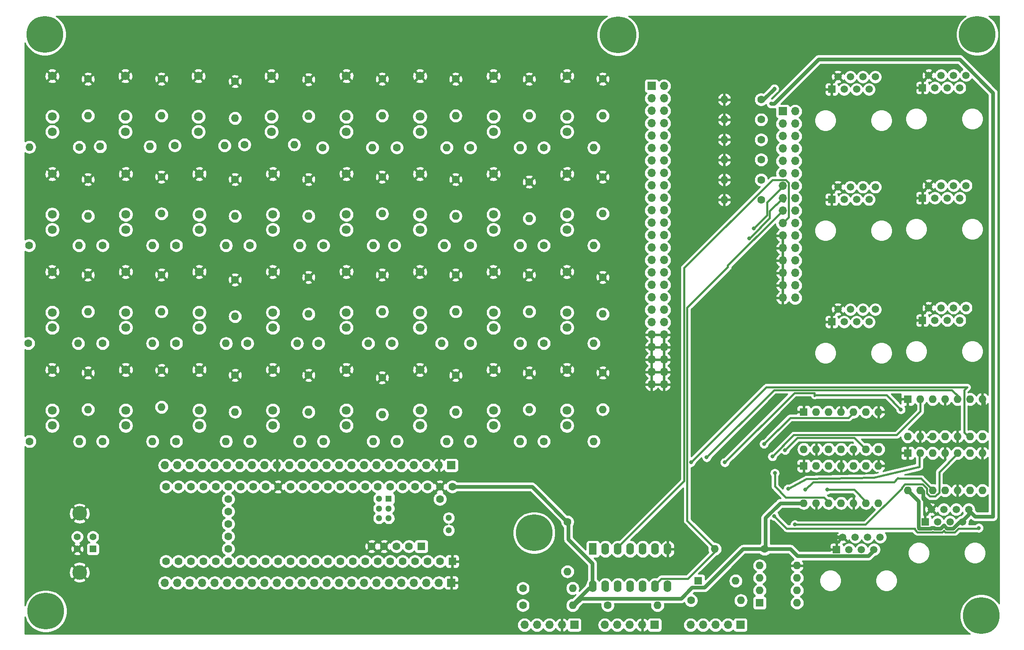
<source format=gtl>
G04 #@! TF.GenerationSoftware,KiCad,Pcbnew,(5.1.4)-1*
G04 #@! TF.CreationDate,2021-11-01T00:46:01-04:00*
G04 #@! TF.ProjectId,jack_pcb,6a61636b-5f70-4636-922e-6b696361645f,rev?*
G04 #@! TF.SameCoordinates,Original*
G04 #@! TF.FileFunction,Copper,L1,Top*
G04 #@! TF.FilePolarity,Positive*
%FSLAX46Y46*%
G04 Gerber Fmt 4.6, Leading zero omitted, Abs format (unit mm)*
G04 Created by KiCad (PCBNEW (5.1.4)-1) date 2021-11-01 00:46:01*
%MOMM*%
%LPD*%
G04 APERTURE LIST*
%ADD10C,7.500000*%
%ADD11C,1.300000*%
%ADD12C,1.600000*%
%ADD13R,1.300000X1.300000*%
%ADD14R,1.600000X1.600000*%
%ADD15O,1.700000X1.700000*%
%ADD16R,1.700000X1.700000*%
%ADD17C,1.500000*%
%ADD18R,1.500000X1.500000*%
%ADD19O,1.600000X1.600000*%
%ADD20C,1.400000*%
%ADD21C,3.000000*%
%ADD22R,1.400000X1.400000*%
%ADD23O,1.600000X2.400000*%
%ADD24R,1.600000X2.400000*%
%ADD25C,1.800000*%
%ADD26C,0.800000*%
%ADD27C,0.762000*%
%ADD28C,0.381000*%
%ADD29C,0.254000*%
G04 APERTURE END LIST*
D10*
X147000000Y-138700000D03*
X238200000Y-155600000D03*
X47400000Y-154700000D03*
X164100000Y-37000000D03*
X47200000Y-36900000D03*
X237400000Y-36900000D03*
D11*
X129580000Y-135630000D03*
X129580000Y-138170000D03*
D12*
X84590000Y-131820000D03*
X84590000Y-134360000D03*
X84590000Y-136900000D03*
X84590000Y-139440000D03*
X84590000Y-141980000D03*
D11*
X117340000Y-135718400D03*
X115340000Y-135718400D03*
X115340000Y-133718400D03*
X117340000Y-133718400D03*
X115340000Y-131718400D03*
D13*
X117340000Y-131718400D03*
D12*
X89670000Y-144520000D03*
X87130000Y-144520000D03*
X84590000Y-144520000D03*
X82050000Y-144520000D03*
X92210000Y-144520000D03*
X94750000Y-144520000D03*
X97290000Y-144520000D03*
X79510000Y-144520000D03*
X76970000Y-144520000D03*
X74430000Y-144520000D03*
X71890000Y-144520000D03*
X71890000Y-129280000D03*
X74430000Y-129280000D03*
X76970000Y-129280000D03*
X79510000Y-129280000D03*
X82050000Y-129280000D03*
X84590000Y-129280000D03*
X87130000Y-129280000D03*
X89670000Y-129280000D03*
X92210000Y-129280000D03*
X94750000Y-129280000D03*
X99830000Y-144520000D03*
X102370000Y-144520000D03*
X104910000Y-144520000D03*
X107450000Y-144520000D03*
X109990000Y-144520000D03*
X112530000Y-144520000D03*
X115070000Y-144520000D03*
X117610000Y-144520000D03*
X120150000Y-144520000D03*
X122690000Y-144520000D03*
X125230000Y-144520000D03*
X127770000Y-144520000D03*
D14*
X130310000Y-144520000D03*
D12*
X97290000Y-129280000D03*
X99830000Y-129280000D03*
X102370000Y-129280000D03*
X104910000Y-129280000D03*
X107450000Y-129280000D03*
X109990000Y-129280000D03*
X112530000Y-129280000D03*
X115070000Y-129280000D03*
X117610000Y-129280000D03*
X120150000Y-129280000D03*
X122690000Y-129280000D03*
X125230000Y-129280000D03*
X127770000Y-129280000D03*
X130310000Y-129280000D03*
D14*
X124010800Y-141469200D03*
D12*
X121470800Y-141469200D03*
X118930800Y-141469200D03*
X116390800Y-141469200D03*
X113850800Y-141469200D03*
X127770000Y-131820000D03*
D15*
X71680000Y-148900000D03*
X74220000Y-148900000D03*
X76760000Y-148900000D03*
X79300000Y-148900000D03*
X81840000Y-148900000D03*
X84380000Y-148900000D03*
X86920000Y-148900000D03*
X89460000Y-148900000D03*
X92000000Y-148900000D03*
X94540000Y-148900000D03*
X97080000Y-148900000D03*
X99620000Y-148900000D03*
X102160000Y-148900000D03*
X104700000Y-148900000D03*
X107240000Y-148900000D03*
X109780000Y-148900000D03*
X112320000Y-148900000D03*
X114860000Y-148900000D03*
X117400000Y-148900000D03*
X119940000Y-148900000D03*
X122480000Y-148900000D03*
X125020000Y-148900000D03*
X127560000Y-148900000D03*
D16*
X130100000Y-148900000D03*
D15*
X71680000Y-124900000D03*
X74220000Y-124900000D03*
X76760000Y-124900000D03*
X79300000Y-124900000D03*
X81840000Y-124900000D03*
X84380000Y-124900000D03*
X86920000Y-124900000D03*
X89460000Y-124900000D03*
X92000000Y-124900000D03*
X94540000Y-124900000D03*
X97080000Y-124900000D03*
X99620000Y-124900000D03*
X102160000Y-124900000D03*
X104700000Y-124900000D03*
X107240000Y-124900000D03*
X109780000Y-124900000D03*
X112320000Y-124900000D03*
X114860000Y-124900000D03*
X117400000Y-124900000D03*
X119940000Y-124900000D03*
X122480000Y-124900000D03*
X125020000Y-124900000D03*
X127560000Y-124900000D03*
D16*
X130100000Y-124900000D03*
D17*
X216590000Y-93060000D03*
X215320000Y-95600000D03*
X214050000Y-93060000D03*
X212780000Y-95600000D03*
X211510000Y-93060000D03*
X210240000Y-95600000D03*
X208970000Y-93060000D03*
D18*
X207700000Y-95600000D03*
D19*
X202000000Y-121620000D03*
X217240000Y-114000000D03*
X204540000Y-121620000D03*
X214700000Y-114000000D03*
X207080000Y-121620000D03*
X212160000Y-114000000D03*
X209620000Y-121620000D03*
X209620000Y-114000000D03*
X212160000Y-121620000D03*
X207080000Y-114000000D03*
X214700000Y-121620000D03*
X204540000Y-114000000D03*
X217240000Y-121620000D03*
D14*
X202000000Y-114000000D03*
D19*
X56000000Y-93500000D03*
D12*
X56000000Y-86000000D03*
D19*
X159160000Y-100000000D03*
D12*
X149000000Y-100000000D03*
D19*
X144160000Y-100000000D03*
D12*
X134000000Y-100000000D03*
D19*
X128160000Y-100000000D03*
D12*
X118000000Y-100000000D03*
D19*
X113160000Y-100000000D03*
D12*
X103000000Y-100000000D03*
D19*
X98660000Y-100000000D03*
D12*
X88500000Y-100000000D03*
D19*
X84160000Y-100000000D03*
D12*
X74000000Y-100000000D03*
D19*
X69160000Y-100000000D03*
D12*
X59000000Y-100000000D03*
D19*
X159160000Y-120000000D03*
D12*
X149000000Y-120000000D03*
D19*
X144160000Y-120000000D03*
D12*
X134000000Y-120000000D03*
D19*
X129160000Y-120000000D03*
D12*
X119000000Y-120000000D03*
D19*
X114160000Y-120000000D03*
D12*
X104000000Y-120000000D03*
D19*
X99160000Y-120000000D03*
D12*
X89000000Y-120000000D03*
D19*
X84160000Y-120000000D03*
D12*
X74000000Y-120000000D03*
D19*
X69160000Y-120000000D03*
D12*
X59000000Y-120000000D03*
D19*
X54260000Y-120000000D03*
D12*
X44100000Y-120000000D03*
D19*
X54000000Y-100000000D03*
D12*
X43840000Y-100000000D03*
D19*
X159160000Y-80000000D03*
D12*
X149000000Y-80000000D03*
D19*
X144160000Y-80000000D03*
D12*
X134000000Y-80000000D03*
D19*
X128660000Y-80000000D03*
D12*
X118500000Y-80000000D03*
D19*
X114160000Y-80000000D03*
D12*
X104000000Y-80000000D03*
D19*
X99160000Y-80000000D03*
D12*
X89000000Y-80000000D03*
D19*
X84160000Y-80000000D03*
D12*
X74000000Y-80000000D03*
D19*
X69160000Y-80000000D03*
D12*
X59000000Y-80000000D03*
D19*
X54160000Y-80000000D03*
D12*
X44000000Y-80000000D03*
D19*
X159160000Y-60000000D03*
D12*
X149000000Y-60000000D03*
D19*
X144160000Y-60000000D03*
D12*
X134000000Y-60000000D03*
D19*
X129160000Y-60000000D03*
D12*
X119000000Y-60000000D03*
D19*
X114000000Y-60000000D03*
D12*
X103840000Y-60000000D03*
D19*
X98060000Y-59400000D03*
D12*
X87900000Y-59400000D03*
D19*
X83860000Y-59600000D03*
D12*
X73700000Y-59600000D03*
D19*
X68660000Y-59800000D03*
D12*
X58500000Y-59800000D03*
D19*
X44040000Y-59900000D03*
D12*
X54200000Y-59900000D03*
D15*
X173500000Y-108380000D03*
X170960000Y-108380000D03*
X173500000Y-105840000D03*
X170960000Y-105840000D03*
X173500000Y-103300000D03*
X170960000Y-103300000D03*
X173500000Y-100760000D03*
X170960000Y-100760000D03*
X173500000Y-98220000D03*
X170960000Y-98220000D03*
X173500000Y-95680000D03*
X170960000Y-95680000D03*
X173500000Y-93140000D03*
X170960000Y-93140000D03*
X173500000Y-90600000D03*
X170960000Y-90600000D03*
X173500000Y-88060000D03*
X170960000Y-88060000D03*
X173500000Y-85520000D03*
X170960000Y-85520000D03*
X173500000Y-82980000D03*
X170960000Y-82980000D03*
X173500000Y-80440000D03*
X170960000Y-80440000D03*
X173500000Y-77900000D03*
X170960000Y-77900000D03*
X173500000Y-75360000D03*
X170960000Y-75360000D03*
X173500000Y-72820000D03*
X170960000Y-72820000D03*
X173500000Y-70280000D03*
X170960000Y-70280000D03*
X173500000Y-67740000D03*
X170960000Y-67740000D03*
X173500000Y-65200000D03*
X170960000Y-65200000D03*
X173500000Y-62660000D03*
X170960000Y-62660000D03*
X173500000Y-60120000D03*
X170960000Y-60120000D03*
X173500000Y-57580000D03*
X170960000Y-57580000D03*
X173500000Y-55040000D03*
X170960000Y-55040000D03*
X173500000Y-52500000D03*
X170960000Y-52500000D03*
X173500000Y-49960000D03*
X170960000Y-49960000D03*
X173500000Y-47420000D03*
D16*
X170960000Y-47420000D03*
D19*
X161000000Y-94000000D03*
D12*
X161000000Y-86500000D03*
D19*
X146000000Y-93500000D03*
D12*
X146000000Y-86000000D03*
D19*
X131000000Y-93500000D03*
D12*
X131000000Y-86000000D03*
D19*
X116000000Y-93500000D03*
D12*
X116000000Y-86000000D03*
D19*
X101000000Y-94000000D03*
D12*
X101000000Y-86500000D03*
D19*
X86000000Y-94500000D03*
D12*
X86000000Y-87000000D03*
D19*
X71000000Y-93500000D03*
D12*
X71000000Y-86000000D03*
D19*
X161000000Y-113500000D03*
D12*
X161000000Y-106000000D03*
D19*
X146000000Y-113500000D03*
D12*
X146000000Y-106000000D03*
D19*
X131000000Y-114000000D03*
D12*
X131000000Y-106500000D03*
D19*
X116000000Y-114500000D03*
D12*
X116000000Y-107000000D03*
D19*
X101000000Y-114000000D03*
D12*
X101000000Y-106500000D03*
D19*
X86000000Y-114000000D03*
D12*
X86000000Y-106500000D03*
D19*
X71000000Y-113000000D03*
D12*
X71000000Y-105500000D03*
D19*
X56000000Y-113500000D03*
D12*
X56000000Y-106000000D03*
D19*
X161000000Y-73500000D03*
D12*
X161000000Y-66000000D03*
D19*
X146000000Y-74500000D03*
D12*
X146000000Y-67000000D03*
D19*
X131000000Y-74000000D03*
D12*
X131000000Y-66500000D03*
D19*
X116000000Y-73500000D03*
D12*
X116000000Y-66000000D03*
D19*
X101000000Y-74000000D03*
D12*
X101000000Y-66500000D03*
D19*
X86000000Y-74000000D03*
D12*
X86000000Y-66500000D03*
D19*
X71000000Y-73500000D03*
D12*
X71000000Y-66000000D03*
D19*
X56000000Y-74000000D03*
D12*
X56000000Y-66500000D03*
D19*
X161000000Y-53500000D03*
D12*
X161000000Y-46000000D03*
D19*
X146000000Y-53500000D03*
D12*
X146000000Y-46000000D03*
D19*
X131000000Y-53500000D03*
D12*
X131000000Y-46000000D03*
D19*
X116000000Y-53500000D03*
D12*
X116000000Y-46000000D03*
D19*
X101000000Y-53600000D03*
D12*
X101000000Y-46100000D03*
D19*
X86000000Y-54000000D03*
D12*
X86000000Y-46500000D03*
D19*
X56000000Y-53500000D03*
D12*
X56000000Y-46000000D03*
D19*
X71000000Y-53500000D03*
D12*
X71000000Y-46000000D03*
D19*
X185800000Y-50200000D03*
D12*
X193300000Y-50200000D03*
D19*
X185800000Y-54296000D03*
D12*
X193300000Y-54296000D03*
D19*
X185800000Y-66584000D03*
D12*
X193300000Y-66584000D03*
D19*
X185800000Y-70680000D03*
D12*
X193300000Y-70680000D03*
D19*
X185800000Y-58392000D03*
D12*
X193300000Y-58392000D03*
D20*
X57000000Y-139500000D03*
D21*
X54290000Y-134730000D03*
D22*
X57000000Y-142000000D03*
D20*
X53800000Y-139500000D03*
X53800000Y-142000000D03*
D21*
X54290000Y-146770000D03*
D23*
X159000000Y-149620000D03*
X174240000Y-142000000D03*
X161540000Y-149620000D03*
X171700000Y-142000000D03*
X164080000Y-149620000D03*
X169160000Y-142000000D03*
X166620000Y-149620000D03*
X166620000Y-142000000D03*
X169160000Y-149620000D03*
X164080000Y-142000000D03*
X171700000Y-149620000D03*
X161540000Y-142000000D03*
X174240000Y-149620000D03*
D24*
X159000000Y-142000000D03*
D15*
X178920000Y-157500000D03*
X181460000Y-157500000D03*
X184000000Y-157500000D03*
X186540000Y-157500000D03*
D16*
X189080000Y-157500000D03*
D15*
X145040000Y-157500000D03*
X147580000Y-157500000D03*
X150120000Y-157500000D03*
X152660000Y-157500000D03*
D16*
X155200000Y-157500000D03*
D15*
X161420000Y-157500000D03*
X163960000Y-157500000D03*
X166500000Y-157500000D03*
X169040000Y-157500000D03*
D16*
X171580000Y-157500000D03*
D19*
X223200000Y-130020000D03*
X238440000Y-122400000D03*
X225740000Y-130020000D03*
X235900000Y-122400000D03*
X228280000Y-130020000D03*
X233360000Y-122400000D03*
X230820000Y-130020000D03*
X230820000Y-122400000D03*
X233360000Y-130020000D03*
X228280000Y-122400000D03*
X235900000Y-130020000D03*
X225740000Y-122400000D03*
X238440000Y-130020000D03*
D14*
X223200000Y-122400000D03*
D19*
X202000000Y-132620000D03*
X217240000Y-125000000D03*
X204540000Y-132620000D03*
X214700000Y-125000000D03*
X207080000Y-132620000D03*
X212160000Y-125000000D03*
X209620000Y-132620000D03*
X209620000Y-125000000D03*
X212160000Y-132620000D03*
X207080000Y-125000000D03*
X214700000Y-132620000D03*
X204540000Y-125000000D03*
X217240000Y-132620000D03*
D14*
X202000000Y-125000000D03*
D19*
X223200000Y-119020000D03*
X238440000Y-111400000D03*
X225740000Y-119020000D03*
X235900000Y-111400000D03*
X228280000Y-119020000D03*
X233360000Y-111400000D03*
X230820000Y-119020000D03*
X230820000Y-111400000D03*
X233360000Y-119020000D03*
X228280000Y-111400000D03*
X235900000Y-119020000D03*
X225740000Y-111400000D03*
X238440000Y-119020000D03*
D14*
X223200000Y-111400000D03*
D19*
X200620000Y-153000000D03*
X193000000Y-145380000D03*
X200620000Y-150460000D03*
X193000000Y-147920000D03*
X200620000Y-147920000D03*
X193000000Y-150460000D03*
X200620000Y-145380000D03*
D14*
X193000000Y-153000000D03*
D19*
X183840000Y-142000000D03*
D12*
X194000000Y-142000000D03*
D19*
X189160000Y-152500000D03*
D12*
X179000000Y-152500000D03*
D19*
X172160000Y-153500000D03*
D12*
X162000000Y-153500000D03*
D19*
X154860000Y-150000000D03*
D12*
X144700000Y-150000000D03*
D19*
X153800000Y-146600000D03*
D12*
X153800000Y-136440000D03*
D19*
X154860000Y-153500000D03*
D12*
X144700000Y-153500000D03*
D17*
X235090000Y-67760000D03*
X233820000Y-70300000D03*
X232550000Y-67760000D03*
X231280000Y-70300000D03*
X230010000Y-67760000D03*
X228740000Y-70300000D03*
X227470000Y-67760000D03*
D18*
X226200000Y-70300000D03*
D17*
X235090000Y-45260000D03*
X233820000Y-47800000D03*
X232550000Y-45260000D03*
X231280000Y-47800000D03*
X230010000Y-45260000D03*
X228740000Y-47800000D03*
X227470000Y-45260000D03*
D18*
X226200000Y-47800000D03*
D17*
X235630000Y-133910000D03*
X234360000Y-136450000D03*
X233090000Y-133910000D03*
X231820000Y-136450000D03*
X230550000Y-133910000D03*
X229280000Y-136450000D03*
X228010000Y-133910000D03*
D18*
X226740000Y-136450000D03*
D17*
X235090000Y-92760000D03*
X233820000Y-95300000D03*
X232550000Y-92760000D03*
X231280000Y-95300000D03*
X230010000Y-92760000D03*
X228740000Y-95300000D03*
X227470000Y-92760000D03*
D18*
X226200000Y-95300000D03*
D17*
X216590000Y-68060000D03*
X215320000Y-70600000D03*
X214050000Y-68060000D03*
X212780000Y-70600000D03*
X211510000Y-68060000D03*
X210240000Y-70600000D03*
X208970000Y-68060000D03*
D18*
X207700000Y-70600000D03*
D17*
X216590000Y-45560000D03*
X215320000Y-48100000D03*
X214050000Y-45560000D03*
X212780000Y-48100000D03*
X211510000Y-45560000D03*
X210240000Y-48100000D03*
X208970000Y-45560000D03*
D18*
X207700000Y-48100000D03*
D17*
X217590000Y-139560000D03*
X216320000Y-142100000D03*
X215050000Y-139560000D03*
X213780000Y-142100000D03*
X212510000Y-139560000D03*
X211240000Y-142100000D03*
X209970000Y-139560000D03*
D18*
X208700000Y-142100000D03*
D25*
X138700000Y-105380000D03*
X138700000Y-116780000D03*
X138700000Y-113680000D03*
X123700000Y-105380000D03*
X123700000Y-116780000D03*
X123700000Y-113680000D03*
X108700000Y-105380000D03*
X108700000Y-116780000D03*
X108700000Y-113680000D03*
X93700000Y-105380000D03*
X93700000Y-116780000D03*
X93700000Y-113680000D03*
X78700000Y-105380000D03*
X78700000Y-116780000D03*
X78700000Y-113680000D03*
X63700000Y-105380000D03*
X63700000Y-116780000D03*
X63700000Y-113680000D03*
X48700000Y-105380000D03*
X48700000Y-116780000D03*
X48700000Y-113680000D03*
X153700000Y-105380000D03*
X153700000Y-116780000D03*
X153700000Y-113680000D03*
X138700000Y-85380000D03*
X138700000Y-96780000D03*
X138700000Y-93680000D03*
X123700000Y-85380000D03*
X123700000Y-96780000D03*
X123700000Y-93680000D03*
X108700000Y-85380000D03*
X108700000Y-96780000D03*
X108700000Y-93680000D03*
X93700000Y-85380000D03*
X93700000Y-96780000D03*
X93700000Y-93680000D03*
X78700000Y-85380000D03*
X78700000Y-96780000D03*
X78700000Y-93680000D03*
X63700000Y-85380000D03*
X63700000Y-96780000D03*
X63700000Y-93680000D03*
X48700000Y-85380000D03*
X48700000Y-96780000D03*
X48700000Y-93680000D03*
X153700000Y-85380000D03*
X153700000Y-96780000D03*
X153700000Y-93680000D03*
X138700000Y-65380000D03*
X138700000Y-76780000D03*
X138700000Y-73680000D03*
X123700000Y-65380000D03*
X123700000Y-76780000D03*
X123700000Y-73680000D03*
X108700000Y-65380000D03*
X108700000Y-76780000D03*
X108700000Y-73680000D03*
X93700000Y-65380000D03*
X93700000Y-76780000D03*
X93700000Y-73680000D03*
X78700000Y-65380000D03*
X78700000Y-76780000D03*
X78700000Y-73680000D03*
X63700000Y-65380000D03*
X63700000Y-76780000D03*
X63700000Y-73680000D03*
X48700000Y-65380000D03*
X48700000Y-76780000D03*
X48700000Y-73680000D03*
X153700000Y-65380000D03*
X153700000Y-76780000D03*
X153700000Y-73680000D03*
D15*
X200240000Y-90700000D03*
X197700000Y-90700000D03*
X200240000Y-88160000D03*
X197700000Y-88160000D03*
X200240000Y-85620000D03*
X197700000Y-85620000D03*
X200240000Y-83080000D03*
X197700000Y-83080000D03*
X200240000Y-80540000D03*
X197700000Y-80540000D03*
X200240000Y-78000000D03*
X197700000Y-78000000D03*
X200240000Y-75460000D03*
X197700000Y-75460000D03*
X200240000Y-72920000D03*
X197700000Y-72920000D03*
X200240000Y-70380000D03*
X197700000Y-70380000D03*
X200240000Y-67840000D03*
X197700000Y-67840000D03*
X200240000Y-65300000D03*
X197700000Y-65300000D03*
X200240000Y-62760000D03*
X197700000Y-62760000D03*
X200240000Y-60220000D03*
X197700000Y-60220000D03*
X200240000Y-57680000D03*
X197700000Y-57680000D03*
X200240000Y-55140000D03*
X197700000Y-55140000D03*
X200240000Y-52600000D03*
D16*
X197700000Y-52600000D03*
D25*
X138700000Y-45380000D03*
X138700000Y-56780000D03*
X138700000Y-53680000D03*
X123700000Y-45380000D03*
X123700000Y-56780000D03*
X123700000Y-53680000D03*
X108700000Y-45380000D03*
X108700000Y-56780000D03*
X108700000Y-53680000D03*
X93418000Y-45380000D03*
X93418000Y-56780000D03*
X93418000Y-53680000D03*
X78512000Y-45380000D03*
X78512000Y-56780000D03*
X78512000Y-53680000D03*
X63606000Y-45380000D03*
X63606000Y-56780000D03*
X63606000Y-53680000D03*
X48700000Y-45380000D03*
X48700000Y-56780000D03*
X48700000Y-53680000D03*
X153700000Y-45380000D03*
X153700000Y-56780000D03*
X153700000Y-53680000D03*
D19*
X188120000Y-148500000D03*
D14*
X180500000Y-148500000D03*
D19*
X185800000Y-62488000D03*
D12*
X193300000Y-62488000D03*
D26*
X202700000Y-139500000D03*
X202700000Y-135300000D03*
X236100000Y-113800000D03*
X180400000Y-135500000D03*
X176300000Y-136500000D03*
X195365026Y-51051735D03*
X190905775Y-78596275D03*
X191800000Y-76500000D03*
X196018496Y-47967701D03*
X198200000Y-121800000D03*
X193900000Y-120528479D03*
X179000000Y-124300000D03*
X185900000Y-124300000D03*
X221800000Y-113500000D03*
X182200000Y-123300000D03*
X195600000Y-123100000D03*
X206800000Y-129900000D03*
X196100000Y-126500000D03*
X196000000Y-135300000D03*
X237700000Y-137700000D03*
X202300000Y-129900000D03*
X200200000Y-137009490D03*
X198800000Y-129700000D03*
D27*
X208909340Y-139560000D02*
X208849340Y-139500000D01*
X209970000Y-139560000D02*
X208909340Y-139560000D01*
X208849340Y-139500000D02*
X202700000Y-139500000D01*
X236100000Y-113800000D02*
X238700000Y-113800000D01*
X238700000Y-113800000D02*
X238700000Y-112000000D01*
X238700000Y-112000000D02*
X238400000Y-111700000D01*
X226317989Y-131757502D02*
X227900000Y-133339513D01*
X226317989Y-130217989D02*
X226317989Y-131757502D01*
X225740000Y-130020000D02*
X226120000Y-130020000D01*
X226120000Y-130020000D02*
X226317989Y-130217989D01*
X227900000Y-133339513D02*
X227900000Y-133700000D01*
X130310000Y-129280000D02*
X146580000Y-129280000D01*
X146580000Y-129280000D02*
X154000000Y-136700000D01*
X154000000Y-140045802D02*
X158900000Y-144945802D01*
X154000000Y-136700000D02*
X154000000Y-140045802D01*
X158900000Y-144945802D02*
X158900000Y-150000000D01*
X158900000Y-150000000D02*
X158200000Y-150000000D01*
X158200000Y-150000000D02*
X155000000Y-153200000D01*
X197228118Y-132620000D02*
X194200000Y-135648118D01*
X202000000Y-132620000D02*
X197228118Y-132620000D01*
X194200000Y-135648118D02*
X194200000Y-142100000D01*
X194200000Y-142100000D02*
X194200000Y-142000000D01*
X200714883Y-143431001D02*
X215168999Y-143431001D01*
X194000000Y-142000000D02*
X199283882Y-142000000D01*
X199283882Y-142000000D02*
X200714883Y-143431001D01*
X215168999Y-143431001D02*
X216300000Y-142300000D01*
X176997201Y-152118999D02*
X156581001Y-152118999D01*
X179235199Y-149881001D02*
X176997201Y-152118999D01*
X181764801Y-149881001D02*
X179235199Y-149881001D01*
X194000000Y-142000000D02*
X189645802Y-142000000D01*
X189645802Y-142000000D02*
X181764801Y-149881001D01*
X156581001Y-152118999D02*
X155100000Y-153600000D01*
X235630000Y-134970660D02*
X234300000Y-136300660D01*
X235630000Y-133910000D02*
X235630000Y-134970660D01*
X234300000Y-136300660D02*
X234300000Y-136800000D01*
X195948265Y-51051735D02*
X205000000Y-42000000D01*
X195365026Y-51051735D02*
X195948265Y-51051735D01*
X205000000Y-42000000D02*
X233799882Y-42000000D01*
X236978999Y-135378999D02*
X235500000Y-133900000D01*
X233799882Y-42000000D02*
X240600000Y-48800118D01*
X240600000Y-48800118D02*
X240600000Y-135378999D01*
X240600000Y-135378999D02*
X236978999Y-135378999D01*
X234360000Y-136450000D02*
X233789882Y-136450000D01*
X228524919Y-137664801D02*
X228071001Y-137664801D01*
X228641119Y-137781001D02*
X228524919Y-137664801D01*
X227954801Y-137781001D02*
X225525199Y-137781001D01*
X232458881Y-137781001D02*
X231181119Y-137781001D01*
X229918881Y-137781001D02*
X228641119Y-137781001D01*
X233789882Y-136450000D02*
X232458881Y-137781001D01*
X228071001Y-137664801D02*
X227954801Y-137781001D01*
X225525199Y-137781001D02*
X225408999Y-137664801D01*
X230550000Y-137149882D02*
X229918881Y-137781001D01*
X231181119Y-137781001D02*
X230550000Y-137149882D01*
X225408999Y-132208999D02*
X223200000Y-130000000D01*
X225408999Y-137664801D02*
X225408999Y-132208999D01*
D28*
X177628489Y-84589569D02*
X177628489Y-128071511D01*
X195618559Y-66599499D02*
X177628489Y-84589569D01*
X198295441Y-66599499D02*
X195618559Y-66599499D01*
X198940501Y-67244559D02*
X198295441Y-66599499D01*
X197700000Y-75460000D02*
X198940501Y-74219499D01*
X198940501Y-74219499D02*
X198940501Y-67244559D01*
X177628489Y-128071511D02*
X164000000Y-141700000D01*
X172970510Y-148029490D02*
X171400000Y-149600000D01*
X178370510Y-148029490D02*
X172970510Y-148029490D01*
X197700000Y-72920000D02*
X186521672Y-84098328D01*
X184200000Y-142200000D02*
X178370510Y-148029490D01*
X186521672Y-84098328D02*
X186521672Y-84400000D01*
X178209499Y-92712173D02*
X178209499Y-136209499D01*
X186521672Y-84400000D02*
X178209499Y-92712173D01*
X178209499Y-136209499D02*
X184200000Y-142200000D01*
X197784058Y-71000000D02*
X198000000Y-71000000D01*
X195071511Y-74430539D02*
X191305774Y-78196276D01*
X197700000Y-70380000D02*
X195071511Y-73008489D01*
X195071511Y-73008489D02*
X195071511Y-74430539D01*
X191305774Y-78196276D02*
X190905775Y-78596275D01*
X191800000Y-76500000D02*
X192199999Y-76100001D01*
X194490501Y-73809499D02*
X194490501Y-71209499D01*
X191800000Y-76500000D02*
X194490501Y-73809499D01*
X194490501Y-71209499D02*
X197600000Y-68100000D01*
D27*
X193300000Y-50200000D02*
X193786197Y-50200000D01*
X193786197Y-50200000D02*
X196018496Y-47967701D01*
D28*
X200700000Y-119300000D02*
X212300000Y-119300000D01*
X198200000Y-121800000D02*
X200700000Y-119300000D01*
X212300000Y-119300000D02*
X214500000Y-121500000D01*
X212300000Y-114000000D02*
X211109499Y-115190501D01*
X211109499Y-115190501D02*
X199237978Y-115190501D01*
X199237978Y-115190501D02*
X194299999Y-120128480D01*
X194299999Y-120128480D02*
X193900000Y-120528479D01*
X234700000Y-118200000D02*
X235800000Y-119300000D01*
X234700000Y-109575956D02*
X234700000Y-118200000D01*
X235337978Y-108937978D02*
X234700000Y-109575956D01*
X179000000Y-124300000D02*
X194362022Y-108937978D01*
X194362022Y-108937978D02*
X235337978Y-108937978D01*
X227357326Y-119100000D02*
X228400000Y-119100000D01*
X218900000Y-110600000D02*
X221800000Y-113500000D01*
X204300000Y-110600000D02*
X218900000Y-110600000D01*
X204200000Y-110700000D02*
X204300000Y-110600000D01*
X204200000Y-110100000D02*
X204200000Y-110700000D01*
X185900000Y-124300000D02*
X200100000Y-110100000D01*
X200100000Y-110100000D02*
X204200000Y-110100000D01*
X182200000Y-123300000D02*
X195981011Y-109518989D01*
X195981011Y-109518989D02*
X232218989Y-109518989D01*
X232218989Y-109518989D02*
X233800000Y-111100000D01*
X199981010Y-118718990D02*
X220981010Y-118718990D01*
X195600000Y-123100000D02*
X199981010Y-118718990D01*
X220981010Y-118718990D02*
X225800000Y-113900000D01*
X225800000Y-113900000D02*
X225800000Y-111200000D01*
X225800000Y-111200000D02*
X225700000Y-111200000D01*
X206800000Y-129900000D02*
X212300000Y-129900000D01*
X212300000Y-129900000D02*
X214700000Y-132300000D01*
X198329499Y-131429499D02*
X206129499Y-131429499D01*
X196100000Y-126500000D02*
X196100000Y-129200000D01*
X196100000Y-129200000D02*
X198329499Y-131429499D01*
X206129499Y-131429499D02*
X207100000Y-132400000D01*
X237600000Y-137800000D02*
X237700000Y-137700000D01*
X233530963Y-137800000D02*
X237600000Y-137800000D01*
X230861549Y-138552512D02*
X232778451Y-138552512D01*
X230550001Y-138240962D02*
X230861549Y-138552512D01*
X230238451Y-138552512D02*
X230550001Y-138240962D01*
X228321549Y-138552512D02*
X230238451Y-138552512D01*
X228297961Y-138528922D02*
X228321549Y-138552512D01*
X225205629Y-138552512D02*
X228274371Y-138552512D01*
X224637488Y-137984371D02*
X225205629Y-138552512D01*
X228274371Y-138552512D02*
X228297961Y-138528922D01*
X224637488Y-137800000D02*
X224637488Y-137984371D01*
X196000000Y-135300000D02*
X198500000Y-137800000D01*
X232778451Y-138552512D02*
X233530963Y-137800000D01*
X198500000Y-137800000D02*
X224637488Y-137800000D01*
X221100000Y-127600000D02*
X221200000Y-127500000D01*
X222700000Y-127600000D02*
X225900000Y-127600000D01*
X222700000Y-127600000D02*
X223100000Y-127600000D01*
X221100000Y-127600000D02*
X222700000Y-127600000D01*
X225900000Y-127600000D02*
X228100000Y-129800000D01*
X228100000Y-129800000D02*
X228200000Y-129900000D01*
X220400000Y-128300000D02*
X221100000Y-127600000D01*
X202300000Y-129900000D02*
X203900000Y-128300000D01*
X203900000Y-128300000D02*
X220400000Y-128300000D01*
X227089499Y-129611171D02*
X226278328Y-128800000D01*
X227089499Y-130591441D02*
X227089499Y-129611171D01*
X229629499Y-126270501D02*
X229629499Y-130432443D01*
X227708559Y-131210501D02*
X227089499Y-130591441D01*
X222009499Y-129448559D02*
X222009499Y-129612443D01*
X226278328Y-128800000D02*
X222658058Y-128800000D01*
X200765685Y-137009490D02*
X200200000Y-137009490D01*
X214612452Y-137009490D02*
X200765685Y-137009490D01*
X222658058Y-128800000D02*
X222009499Y-129448559D01*
X222009499Y-129612443D02*
X214612452Y-137009490D01*
X228851441Y-131210501D02*
X227708559Y-131210501D01*
X229629499Y-130432443D02*
X228851441Y-131210501D01*
X233500000Y-122400000D02*
X229629499Y-126270501D01*
X225600000Y-125200000D02*
X225600000Y-122700000D01*
X216300000Y-127400000D02*
X225600000Y-125200000D01*
X198800000Y-129700000D02*
X202600000Y-127700000D01*
X202600000Y-127700000D02*
X216300000Y-127400000D01*
D29*
G36*
X161304726Y-33593948D02*
G01*
X160693948Y-34204726D01*
X160214064Y-34922924D01*
X159883513Y-35720943D01*
X159715000Y-36568115D01*
X159715000Y-37431885D01*
X159883513Y-38279057D01*
X160214064Y-39077076D01*
X160693948Y-39795274D01*
X161304726Y-40406052D01*
X162022924Y-40885936D01*
X162820943Y-41216487D01*
X163668115Y-41385000D01*
X164531885Y-41385000D01*
X165379057Y-41216487D01*
X166177076Y-40885936D01*
X166895274Y-40406052D01*
X167506052Y-39795274D01*
X167985936Y-39077076D01*
X168316487Y-38279057D01*
X168485000Y-37431885D01*
X168485000Y-36568115D01*
X168316487Y-35720943D01*
X167985936Y-34922924D01*
X167506052Y-34204726D01*
X166895274Y-33593948D01*
X166245824Y-33160000D01*
X235104515Y-33160000D01*
X234604726Y-33493948D01*
X233993948Y-34104726D01*
X233514064Y-34822924D01*
X233183513Y-35620943D01*
X233015000Y-36468115D01*
X233015000Y-37331885D01*
X233183513Y-38179057D01*
X233514064Y-38977076D01*
X233993948Y-39695274D01*
X234604726Y-40306052D01*
X235322924Y-40785936D01*
X236120943Y-41116487D01*
X236968115Y-41285000D01*
X237831885Y-41285000D01*
X238679057Y-41116487D01*
X239477076Y-40785936D01*
X240195274Y-40306052D01*
X240806052Y-39695274D01*
X241285936Y-38977076D01*
X241616487Y-38179057D01*
X241785000Y-37331885D01*
X241785000Y-36468115D01*
X241616487Y-35620943D01*
X241285936Y-34822924D01*
X240806052Y-34104726D01*
X240195274Y-33493948D01*
X239695485Y-33160000D01*
X241840000Y-33160000D01*
X241840001Y-153154856D01*
X241606052Y-152804726D01*
X240995274Y-152193948D01*
X240277076Y-151714064D01*
X239479057Y-151383513D01*
X238631885Y-151215000D01*
X237768115Y-151215000D01*
X236920943Y-151383513D01*
X236122924Y-151714064D01*
X235404726Y-152193948D01*
X234793948Y-152804726D01*
X234314064Y-153522924D01*
X233983513Y-154320943D01*
X233815000Y-155168115D01*
X233815000Y-156031885D01*
X233983513Y-156879057D01*
X234314064Y-157677076D01*
X234793948Y-158395274D01*
X235404726Y-159006052D01*
X235904515Y-159340000D01*
X43160000Y-159340000D01*
X43160000Y-155860849D01*
X43183513Y-155979057D01*
X43514064Y-156777076D01*
X43993948Y-157495274D01*
X44604726Y-158106052D01*
X45322924Y-158585936D01*
X46120943Y-158916487D01*
X46968115Y-159085000D01*
X47831885Y-159085000D01*
X48679057Y-158916487D01*
X49477076Y-158585936D01*
X50195274Y-158106052D01*
X50801326Y-157500000D01*
X143547815Y-157500000D01*
X143576487Y-157791111D01*
X143661401Y-158071034D01*
X143799294Y-158329014D01*
X143984866Y-158555134D01*
X144210986Y-158740706D01*
X144468966Y-158878599D01*
X144748889Y-158963513D01*
X144967050Y-158985000D01*
X145112950Y-158985000D01*
X145331111Y-158963513D01*
X145611034Y-158878599D01*
X145869014Y-158740706D01*
X146095134Y-158555134D01*
X146280706Y-158329014D01*
X146310000Y-158274209D01*
X146339294Y-158329014D01*
X146524866Y-158555134D01*
X146750986Y-158740706D01*
X147008966Y-158878599D01*
X147288889Y-158963513D01*
X147507050Y-158985000D01*
X147652950Y-158985000D01*
X147871111Y-158963513D01*
X148151034Y-158878599D01*
X148409014Y-158740706D01*
X148635134Y-158555134D01*
X148820706Y-158329014D01*
X148850000Y-158274209D01*
X148879294Y-158329014D01*
X149064866Y-158555134D01*
X149290986Y-158740706D01*
X149548966Y-158878599D01*
X149828889Y-158963513D01*
X150047050Y-158985000D01*
X150192950Y-158985000D01*
X150411111Y-158963513D01*
X150691034Y-158878599D01*
X150949014Y-158740706D01*
X151175134Y-158555134D01*
X151360706Y-158329014D01*
X151395201Y-158264477D01*
X151464822Y-158381355D01*
X151659731Y-158597588D01*
X151893080Y-158771641D01*
X152155901Y-158896825D01*
X152303110Y-158941476D01*
X152533000Y-158820155D01*
X152533000Y-157627000D01*
X152513000Y-157627000D01*
X152513000Y-157373000D01*
X152533000Y-157373000D01*
X152533000Y-156179845D01*
X152787000Y-156179845D01*
X152787000Y-157373000D01*
X152807000Y-157373000D01*
X152807000Y-157627000D01*
X152787000Y-157627000D01*
X152787000Y-158820155D01*
X153016890Y-158941476D01*
X153164099Y-158896825D01*
X153426920Y-158771641D01*
X153660269Y-158597588D01*
X153736034Y-158513534D01*
X153760498Y-158594180D01*
X153819463Y-158704494D01*
X153898815Y-158801185D01*
X153995506Y-158880537D01*
X154105820Y-158939502D01*
X154225518Y-158975812D01*
X154350000Y-158988072D01*
X156050000Y-158988072D01*
X156174482Y-158975812D01*
X156294180Y-158939502D01*
X156404494Y-158880537D01*
X156501185Y-158801185D01*
X156580537Y-158704494D01*
X156639502Y-158594180D01*
X156675812Y-158474482D01*
X156688072Y-158350000D01*
X156688072Y-157500000D01*
X159927815Y-157500000D01*
X159956487Y-157791111D01*
X160041401Y-158071034D01*
X160179294Y-158329014D01*
X160364866Y-158555134D01*
X160590986Y-158740706D01*
X160848966Y-158878599D01*
X161128889Y-158963513D01*
X161347050Y-158985000D01*
X161492950Y-158985000D01*
X161711111Y-158963513D01*
X161991034Y-158878599D01*
X162249014Y-158740706D01*
X162475134Y-158555134D01*
X162660706Y-158329014D01*
X162690000Y-158274209D01*
X162719294Y-158329014D01*
X162904866Y-158555134D01*
X163130986Y-158740706D01*
X163388966Y-158878599D01*
X163668889Y-158963513D01*
X163887050Y-158985000D01*
X164032950Y-158985000D01*
X164251111Y-158963513D01*
X164531034Y-158878599D01*
X164789014Y-158740706D01*
X165015134Y-158555134D01*
X165200706Y-158329014D01*
X165230000Y-158274209D01*
X165259294Y-158329014D01*
X165444866Y-158555134D01*
X165670986Y-158740706D01*
X165928966Y-158878599D01*
X166208889Y-158963513D01*
X166427050Y-158985000D01*
X166572950Y-158985000D01*
X166791111Y-158963513D01*
X167071034Y-158878599D01*
X167329014Y-158740706D01*
X167555134Y-158555134D01*
X167740706Y-158329014D01*
X167775201Y-158264477D01*
X167844822Y-158381355D01*
X168039731Y-158597588D01*
X168273080Y-158771641D01*
X168535901Y-158896825D01*
X168683110Y-158941476D01*
X168913000Y-158820155D01*
X168913000Y-157627000D01*
X168893000Y-157627000D01*
X168893000Y-157373000D01*
X168913000Y-157373000D01*
X168913000Y-156179845D01*
X169167000Y-156179845D01*
X169167000Y-157373000D01*
X169187000Y-157373000D01*
X169187000Y-157627000D01*
X169167000Y-157627000D01*
X169167000Y-158820155D01*
X169396890Y-158941476D01*
X169544099Y-158896825D01*
X169806920Y-158771641D01*
X170040269Y-158597588D01*
X170116034Y-158513534D01*
X170140498Y-158594180D01*
X170199463Y-158704494D01*
X170278815Y-158801185D01*
X170375506Y-158880537D01*
X170485820Y-158939502D01*
X170605518Y-158975812D01*
X170730000Y-158988072D01*
X172430000Y-158988072D01*
X172554482Y-158975812D01*
X172674180Y-158939502D01*
X172784494Y-158880537D01*
X172881185Y-158801185D01*
X172960537Y-158704494D01*
X173019502Y-158594180D01*
X173055812Y-158474482D01*
X173068072Y-158350000D01*
X173068072Y-157500000D01*
X177427815Y-157500000D01*
X177456487Y-157791111D01*
X177541401Y-158071034D01*
X177679294Y-158329014D01*
X177864866Y-158555134D01*
X178090986Y-158740706D01*
X178348966Y-158878599D01*
X178628889Y-158963513D01*
X178847050Y-158985000D01*
X178992950Y-158985000D01*
X179211111Y-158963513D01*
X179491034Y-158878599D01*
X179749014Y-158740706D01*
X179975134Y-158555134D01*
X180160706Y-158329014D01*
X180190000Y-158274209D01*
X180219294Y-158329014D01*
X180404866Y-158555134D01*
X180630986Y-158740706D01*
X180888966Y-158878599D01*
X181168889Y-158963513D01*
X181387050Y-158985000D01*
X181532950Y-158985000D01*
X181751111Y-158963513D01*
X182031034Y-158878599D01*
X182289014Y-158740706D01*
X182515134Y-158555134D01*
X182700706Y-158329014D01*
X182730000Y-158274209D01*
X182759294Y-158329014D01*
X182944866Y-158555134D01*
X183170986Y-158740706D01*
X183428966Y-158878599D01*
X183708889Y-158963513D01*
X183927050Y-158985000D01*
X184072950Y-158985000D01*
X184291111Y-158963513D01*
X184571034Y-158878599D01*
X184829014Y-158740706D01*
X185055134Y-158555134D01*
X185240706Y-158329014D01*
X185270000Y-158274209D01*
X185299294Y-158329014D01*
X185484866Y-158555134D01*
X185710986Y-158740706D01*
X185968966Y-158878599D01*
X186248889Y-158963513D01*
X186467050Y-158985000D01*
X186612950Y-158985000D01*
X186831111Y-158963513D01*
X187111034Y-158878599D01*
X187369014Y-158740706D01*
X187595134Y-158555134D01*
X187619607Y-158525313D01*
X187640498Y-158594180D01*
X187699463Y-158704494D01*
X187778815Y-158801185D01*
X187875506Y-158880537D01*
X187985820Y-158939502D01*
X188105518Y-158975812D01*
X188230000Y-158988072D01*
X189930000Y-158988072D01*
X190054482Y-158975812D01*
X190174180Y-158939502D01*
X190284494Y-158880537D01*
X190381185Y-158801185D01*
X190460537Y-158704494D01*
X190519502Y-158594180D01*
X190555812Y-158474482D01*
X190568072Y-158350000D01*
X190568072Y-156650000D01*
X190555812Y-156525518D01*
X190519502Y-156405820D01*
X190460537Y-156295506D01*
X190381185Y-156198815D01*
X190284494Y-156119463D01*
X190174180Y-156060498D01*
X190054482Y-156024188D01*
X189930000Y-156011928D01*
X188230000Y-156011928D01*
X188105518Y-156024188D01*
X187985820Y-156060498D01*
X187875506Y-156119463D01*
X187778815Y-156198815D01*
X187699463Y-156295506D01*
X187640498Y-156405820D01*
X187619607Y-156474687D01*
X187595134Y-156444866D01*
X187369014Y-156259294D01*
X187111034Y-156121401D01*
X186831111Y-156036487D01*
X186612950Y-156015000D01*
X186467050Y-156015000D01*
X186248889Y-156036487D01*
X185968966Y-156121401D01*
X185710986Y-156259294D01*
X185484866Y-156444866D01*
X185299294Y-156670986D01*
X185270000Y-156725791D01*
X185240706Y-156670986D01*
X185055134Y-156444866D01*
X184829014Y-156259294D01*
X184571034Y-156121401D01*
X184291111Y-156036487D01*
X184072950Y-156015000D01*
X183927050Y-156015000D01*
X183708889Y-156036487D01*
X183428966Y-156121401D01*
X183170986Y-156259294D01*
X182944866Y-156444866D01*
X182759294Y-156670986D01*
X182730000Y-156725791D01*
X182700706Y-156670986D01*
X182515134Y-156444866D01*
X182289014Y-156259294D01*
X182031034Y-156121401D01*
X181751111Y-156036487D01*
X181532950Y-156015000D01*
X181387050Y-156015000D01*
X181168889Y-156036487D01*
X180888966Y-156121401D01*
X180630986Y-156259294D01*
X180404866Y-156444866D01*
X180219294Y-156670986D01*
X180190000Y-156725791D01*
X180160706Y-156670986D01*
X179975134Y-156444866D01*
X179749014Y-156259294D01*
X179491034Y-156121401D01*
X179211111Y-156036487D01*
X178992950Y-156015000D01*
X178847050Y-156015000D01*
X178628889Y-156036487D01*
X178348966Y-156121401D01*
X178090986Y-156259294D01*
X177864866Y-156444866D01*
X177679294Y-156670986D01*
X177541401Y-156928966D01*
X177456487Y-157208889D01*
X177427815Y-157500000D01*
X173068072Y-157500000D01*
X173068072Y-156650000D01*
X173055812Y-156525518D01*
X173019502Y-156405820D01*
X172960537Y-156295506D01*
X172881185Y-156198815D01*
X172784494Y-156119463D01*
X172674180Y-156060498D01*
X172554482Y-156024188D01*
X172430000Y-156011928D01*
X170730000Y-156011928D01*
X170605518Y-156024188D01*
X170485820Y-156060498D01*
X170375506Y-156119463D01*
X170278815Y-156198815D01*
X170199463Y-156295506D01*
X170140498Y-156405820D01*
X170116034Y-156486466D01*
X170040269Y-156402412D01*
X169806920Y-156228359D01*
X169544099Y-156103175D01*
X169396890Y-156058524D01*
X169167000Y-156179845D01*
X168913000Y-156179845D01*
X168683110Y-156058524D01*
X168535901Y-156103175D01*
X168273080Y-156228359D01*
X168039731Y-156402412D01*
X167844822Y-156618645D01*
X167775201Y-156735523D01*
X167740706Y-156670986D01*
X167555134Y-156444866D01*
X167329014Y-156259294D01*
X167071034Y-156121401D01*
X166791111Y-156036487D01*
X166572950Y-156015000D01*
X166427050Y-156015000D01*
X166208889Y-156036487D01*
X165928966Y-156121401D01*
X165670986Y-156259294D01*
X165444866Y-156444866D01*
X165259294Y-156670986D01*
X165230000Y-156725791D01*
X165200706Y-156670986D01*
X165015134Y-156444866D01*
X164789014Y-156259294D01*
X164531034Y-156121401D01*
X164251111Y-156036487D01*
X164032950Y-156015000D01*
X163887050Y-156015000D01*
X163668889Y-156036487D01*
X163388966Y-156121401D01*
X163130986Y-156259294D01*
X162904866Y-156444866D01*
X162719294Y-156670986D01*
X162690000Y-156725791D01*
X162660706Y-156670986D01*
X162475134Y-156444866D01*
X162249014Y-156259294D01*
X161991034Y-156121401D01*
X161711111Y-156036487D01*
X161492950Y-156015000D01*
X161347050Y-156015000D01*
X161128889Y-156036487D01*
X160848966Y-156121401D01*
X160590986Y-156259294D01*
X160364866Y-156444866D01*
X160179294Y-156670986D01*
X160041401Y-156928966D01*
X159956487Y-157208889D01*
X159927815Y-157500000D01*
X156688072Y-157500000D01*
X156688072Y-156650000D01*
X156675812Y-156525518D01*
X156639502Y-156405820D01*
X156580537Y-156295506D01*
X156501185Y-156198815D01*
X156404494Y-156119463D01*
X156294180Y-156060498D01*
X156174482Y-156024188D01*
X156050000Y-156011928D01*
X154350000Y-156011928D01*
X154225518Y-156024188D01*
X154105820Y-156060498D01*
X153995506Y-156119463D01*
X153898815Y-156198815D01*
X153819463Y-156295506D01*
X153760498Y-156405820D01*
X153736034Y-156486466D01*
X153660269Y-156402412D01*
X153426920Y-156228359D01*
X153164099Y-156103175D01*
X153016890Y-156058524D01*
X152787000Y-156179845D01*
X152533000Y-156179845D01*
X152303110Y-156058524D01*
X152155901Y-156103175D01*
X151893080Y-156228359D01*
X151659731Y-156402412D01*
X151464822Y-156618645D01*
X151395201Y-156735523D01*
X151360706Y-156670986D01*
X151175134Y-156444866D01*
X150949014Y-156259294D01*
X150691034Y-156121401D01*
X150411111Y-156036487D01*
X150192950Y-156015000D01*
X150047050Y-156015000D01*
X149828889Y-156036487D01*
X149548966Y-156121401D01*
X149290986Y-156259294D01*
X149064866Y-156444866D01*
X148879294Y-156670986D01*
X148850000Y-156725791D01*
X148820706Y-156670986D01*
X148635134Y-156444866D01*
X148409014Y-156259294D01*
X148151034Y-156121401D01*
X147871111Y-156036487D01*
X147652950Y-156015000D01*
X147507050Y-156015000D01*
X147288889Y-156036487D01*
X147008966Y-156121401D01*
X146750986Y-156259294D01*
X146524866Y-156444866D01*
X146339294Y-156670986D01*
X146310000Y-156725791D01*
X146280706Y-156670986D01*
X146095134Y-156444866D01*
X145869014Y-156259294D01*
X145611034Y-156121401D01*
X145331111Y-156036487D01*
X145112950Y-156015000D01*
X144967050Y-156015000D01*
X144748889Y-156036487D01*
X144468966Y-156121401D01*
X144210986Y-156259294D01*
X143984866Y-156444866D01*
X143799294Y-156670986D01*
X143661401Y-156928966D01*
X143576487Y-157208889D01*
X143547815Y-157500000D01*
X50801326Y-157500000D01*
X50806052Y-157495274D01*
X51285936Y-156777076D01*
X51616487Y-155979057D01*
X51785000Y-155131885D01*
X51785000Y-154268115D01*
X51616487Y-153420943D01*
X51590691Y-153358665D01*
X143265000Y-153358665D01*
X143265000Y-153641335D01*
X143320147Y-153918574D01*
X143428320Y-154179727D01*
X143585363Y-154414759D01*
X143785241Y-154614637D01*
X144020273Y-154771680D01*
X144281426Y-154879853D01*
X144558665Y-154935000D01*
X144841335Y-154935000D01*
X145118574Y-154879853D01*
X145379727Y-154771680D01*
X145614759Y-154614637D01*
X145814637Y-154414759D01*
X145971680Y-154179727D01*
X146079853Y-153918574D01*
X146135000Y-153641335D01*
X146135000Y-153358665D01*
X146079853Y-153081426D01*
X145971680Y-152820273D01*
X145814637Y-152585241D01*
X145614759Y-152385363D01*
X145379727Y-152228320D01*
X145118574Y-152120147D01*
X144841335Y-152065000D01*
X144558665Y-152065000D01*
X144281426Y-152120147D01*
X144020273Y-152228320D01*
X143785241Y-152385363D01*
X143585363Y-152585241D01*
X143428320Y-152820273D01*
X143320147Y-153081426D01*
X143265000Y-153358665D01*
X51590691Y-153358665D01*
X51285936Y-152622924D01*
X50806052Y-151904726D01*
X50195274Y-151293948D01*
X49477076Y-150814064D01*
X48679057Y-150483513D01*
X47831885Y-150315000D01*
X46968115Y-150315000D01*
X46120943Y-150483513D01*
X45322924Y-150814064D01*
X44604726Y-151293948D01*
X43993948Y-151904726D01*
X43514064Y-152622924D01*
X43183513Y-153420943D01*
X43160000Y-153539151D01*
X43160000Y-148261653D01*
X52977952Y-148261653D01*
X53133962Y-148577214D01*
X53508745Y-148768020D01*
X53913551Y-148882044D01*
X54332824Y-148914902D01*
X54458378Y-148900000D01*
X70187815Y-148900000D01*
X70216487Y-149191111D01*
X70301401Y-149471034D01*
X70439294Y-149729014D01*
X70624866Y-149955134D01*
X70850986Y-150140706D01*
X71108966Y-150278599D01*
X71388889Y-150363513D01*
X71607050Y-150385000D01*
X71752950Y-150385000D01*
X71971111Y-150363513D01*
X72251034Y-150278599D01*
X72509014Y-150140706D01*
X72735134Y-149955134D01*
X72920706Y-149729014D01*
X72950000Y-149674209D01*
X72979294Y-149729014D01*
X73164866Y-149955134D01*
X73390986Y-150140706D01*
X73648966Y-150278599D01*
X73928889Y-150363513D01*
X74147050Y-150385000D01*
X74292950Y-150385000D01*
X74511111Y-150363513D01*
X74791034Y-150278599D01*
X75049014Y-150140706D01*
X75275134Y-149955134D01*
X75460706Y-149729014D01*
X75490000Y-149674209D01*
X75519294Y-149729014D01*
X75704866Y-149955134D01*
X75930986Y-150140706D01*
X76188966Y-150278599D01*
X76468889Y-150363513D01*
X76687050Y-150385000D01*
X76832950Y-150385000D01*
X77051111Y-150363513D01*
X77331034Y-150278599D01*
X77589014Y-150140706D01*
X77815134Y-149955134D01*
X78000706Y-149729014D01*
X78030000Y-149674209D01*
X78059294Y-149729014D01*
X78244866Y-149955134D01*
X78470986Y-150140706D01*
X78728966Y-150278599D01*
X79008889Y-150363513D01*
X79227050Y-150385000D01*
X79372950Y-150385000D01*
X79591111Y-150363513D01*
X79871034Y-150278599D01*
X80129014Y-150140706D01*
X80355134Y-149955134D01*
X80540706Y-149729014D01*
X80570000Y-149674209D01*
X80599294Y-149729014D01*
X80784866Y-149955134D01*
X81010986Y-150140706D01*
X81268966Y-150278599D01*
X81548889Y-150363513D01*
X81767050Y-150385000D01*
X81912950Y-150385000D01*
X82131111Y-150363513D01*
X82411034Y-150278599D01*
X82669014Y-150140706D01*
X82895134Y-149955134D01*
X83080706Y-149729014D01*
X83110000Y-149674209D01*
X83139294Y-149729014D01*
X83324866Y-149955134D01*
X83550986Y-150140706D01*
X83808966Y-150278599D01*
X84088889Y-150363513D01*
X84307050Y-150385000D01*
X84452950Y-150385000D01*
X84671111Y-150363513D01*
X84951034Y-150278599D01*
X85209014Y-150140706D01*
X85435134Y-149955134D01*
X85620706Y-149729014D01*
X85650000Y-149674209D01*
X85679294Y-149729014D01*
X85864866Y-149955134D01*
X86090986Y-150140706D01*
X86348966Y-150278599D01*
X86628889Y-150363513D01*
X86847050Y-150385000D01*
X86992950Y-150385000D01*
X87211111Y-150363513D01*
X87491034Y-150278599D01*
X87749014Y-150140706D01*
X87975134Y-149955134D01*
X88160706Y-149729014D01*
X88190000Y-149674209D01*
X88219294Y-149729014D01*
X88404866Y-149955134D01*
X88630986Y-150140706D01*
X88888966Y-150278599D01*
X89168889Y-150363513D01*
X89387050Y-150385000D01*
X89532950Y-150385000D01*
X89751111Y-150363513D01*
X90031034Y-150278599D01*
X90289014Y-150140706D01*
X90515134Y-149955134D01*
X90700706Y-149729014D01*
X90730000Y-149674209D01*
X90759294Y-149729014D01*
X90944866Y-149955134D01*
X91170986Y-150140706D01*
X91428966Y-150278599D01*
X91708889Y-150363513D01*
X91927050Y-150385000D01*
X92072950Y-150385000D01*
X92291111Y-150363513D01*
X92571034Y-150278599D01*
X92829014Y-150140706D01*
X93055134Y-149955134D01*
X93240706Y-149729014D01*
X93270000Y-149674209D01*
X93299294Y-149729014D01*
X93484866Y-149955134D01*
X93710986Y-150140706D01*
X93968966Y-150278599D01*
X94248889Y-150363513D01*
X94467050Y-150385000D01*
X94612950Y-150385000D01*
X94831111Y-150363513D01*
X95111034Y-150278599D01*
X95369014Y-150140706D01*
X95595134Y-149955134D01*
X95780706Y-149729014D01*
X95810000Y-149674209D01*
X95839294Y-149729014D01*
X96024866Y-149955134D01*
X96250986Y-150140706D01*
X96508966Y-150278599D01*
X96788889Y-150363513D01*
X97007050Y-150385000D01*
X97152950Y-150385000D01*
X97371111Y-150363513D01*
X97651034Y-150278599D01*
X97909014Y-150140706D01*
X98135134Y-149955134D01*
X98320706Y-149729014D01*
X98350000Y-149674209D01*
X98379294Y-149729014D01*
X98564866Y-149955134D01*
X98790986Y-150140706D01*
X99048966Y-150278599D01*
X99328889Y-150363513D01*
X99547050Y-150385000D01*
X99692950Y-150385000D01*
X99911111Y-150363513D01*
X100191034Y-150278599D01*
X100449014Y-150140706D01*
X100675134Y-149955134D01*
X100860706Y-149729014D01*
X100890000Y-149674209D01*
X100919294Y-149729014D01*
X101104866Y-149955134D01*
X101330986Y-150140706D01*
X101588966Y-150278599D01*
X101868889Y-150363513D01*
X102087050Y-150385000D01*
X102232950Y-150385000D01*
X102451111Y-150363513D01*
X102731034Y-150278599D01*
X102989014Y-150140706D01*
X103215134Y-149955134D01*
X103400706Y-149729014D01*
X103430000Y-149674209D01*
X103459294Y-149729014D01*
X103644866Y-149955134D01*
X103870986Y-150140706D01*
X104128966Y-150278599D01*
X104408889Y-150363513D01*
X104627050Y-150385000D01*
X104772950Y-150385000D01*
X104991111Y-150363513D01*
X105271034Y-150278599D01*
X105529014Y-150140706D01*
X105755134Y-149955134D01*
X105940706Y-149729014D01*
X105970000Y-149674209D01*
X105999294Y-149729014D01*
X106184866Y-149955134D01*
X106410986Y-150140706D01*
X106668966Y-150278599D01*
X106948889Y-150363513D01*
X107167050Y-150385000D01*
X107312950Y-150385000D01*
X107531111Y-150363513D01*
X107811034Y-150278599D01*
X108069014Y-150140706D01*
X108295134Y-149955134D01*
X108480706Y-149729014D01*
X108510000Y-149674209D01*
X108539294Y-149729014D01*
X108724866Y-149955134D01*
X108950986Y-150140706D01*
X109208966Y-150278599D01*
X109488889Y-150363513D01*
X109707050Y-150385000D01*
X109852950Y-150385000D01*
X110071111Y-150363513D01*
X110351034Y-150278599D01*
X110609014Y-150140706D01*
X110835134Y-149955134D01*
X111020706Y-149729014D01*
X111050000Y-149674209D01*
X111079294Y-149729014D01*
X111264866Y-149955134D01*
X111490986Y-150140706D01*
X111748966Y-150278599D01*
X112028889Y-150363513D01*
X112247050Y-150385000D01*
X112392950Y-150385000D01*
X112611111Y-150363513D01*
X112891034Y-150278599D01*
X113149014Y-150140706D01*
X113375134Y-149955134D01*
X113560706Y-149729014D01*
X113590000Y-149674209D01*
X113619294Y-149729014D01*
X113804866Y-149955134D01*
X114030986Y-150140706D01*
X114288966Y-150278599D01*
X114568889Y-150363513D01*
X114787050Y-150385000D01*
X114932950Y-150385000D01*
X115151111Y-150363513D01*
X115431034Y-150278599D01*
X115689014Y-150140706D01*
X115915134Y-149955134D01*
X116100706Y-149729014D01*
X116130000Y-149674209D01*
X116159294Y-149729014D01*
X116344866Y-149955134D01*
X116570986Y-150140706D01*
X116828966Y-150278599D01*
X117108889Y-150363513D01*
X117327050Y-150385000D01*
X117472950Y-150385000D01*
X117691111Y-150363513D01*
X117971034Y-150278599D01*
X118229014Y-150140706D01*
X118455134Y-149955134D01*
X118640706Y-149729014D01*
X118670000Y-149674209D01*
X118699294Y-149729014D01*
X118884866Y-149955134D01*
X119110986Y-150140706D01*
X119368966Y-150278599D01*
X119648889Y-150363513D01*
X119867050Y-150385000D01*
X120012950Y-150385000D01*
X120231111Y-150363513D01*
X120511034Y-150278599D01*
X120769014Y-150140706D01*
X120995134Y-149955134D01*
X121180706Y-149729014D01*
X121210000Y-149674209D01*
X121239294Y-149729014D01*
X121424866Y-149955134D01*
X121650986Y-150140706D01*
X121908966Y-150278599D01*
X122188889Y-150363513D01*
X122407050Y-150385000D01*
X122552950Y-150385000D01*
X122771111Y-150363513D01*
X123051034Y-150278599D01*
X123309014Y-150140706D01*
X123535134Y-149955134D01*
X123720706Y-149729014D01*
X123750000Y-149674209D01*
X123779294Y-149729014D01*
X123964866Y-149955134D01*
X124190986Y-150140706D01*
X124448966Y-150278599D01*
X124728889Y-150363513D01*
X124947050Y-150385000D01*
X125092950Y-150385000D01*
X125311111Y-150363513D01*
X125591034Y-150278599D01*
X125849014Y-150140706D01*
X126075134Y-149955134D01*
X126260706Y-149729014D01*
X126290000Y-149674209D01*
X126319294Y-149729014D01*
X126504866Y-149955134D01*
X126730986Y-150140706D01*
X126988966Y-150278599D01*
X127268889Y-150363513D01*
X127487050Y-150385000D01*
X127632950Y-150385000D01*
X127851111Y-150363513D01*
X128131034Y-150278599D01*
X128389014Y-150140706D01*
X128615134Y-149955134D01*
X128639607Y-149925313D01*
X128660498Y-149994180D01*
X128719463Y-150104494D01*
X128798815Y-150201185D01*
X128895506Y-150280537D01*
X129005820Y-150339502D01*
X129125518Y-150375812D01*
X129250000Y-150388072D01*
X129814250Y-150385000D01*
X129973000Y-150226250D01*
X129973000Y-149027000D01*
X130227000Y-149027000D01*
X130227000Y-150226250D01*
X130385750Y-150385000D01*
X130950000Y-150388072D01*
X131074482Y-150375812D01*
X131194180Y-150339502D01*
X131304494Y-150280537D01*
X131401185Y-150201185D01*
X131480537Y-150104494D01*
X131539502Y-149994180D01*
X131575812Y-149874482D01*
X131577369Y-149858665D01*
X143265000Y-149858665D01*
X143265000Y-150141335D01*
X143320147Y-150418574D01*
X143428320Y-150679727D01*
X143585363Y-150914759D01*
X143785241Y-151114637D01*
X144020273Y-151271680D01*
X144281426Y-151379853D01*
X144558665Y-151435000D01*
X144841335Y-151435000D01*
X145118574Y-151379853D01*
X145379727Y-151271680D01*
X145614759Y-151114637D01*
X145814637Y-150914759D01*
X145971680Y-150679727D01*
X146079853Y-150418574D01*
X146135000Y-150141335D01*
X146135000Y-149858665D01*
X146079853Y-149581426D01*
X145971680Y-149320273D01*
X145814637Y-149085241D01*
X145614759Y-148885363D01*
X145379727Y-148728320D01*
X145118574Y-148620147D01*
X144841335Y-148565000D01*
X144558665Y-148565000D01*
X144281426Y-148620147D01*
X144020273Y-148728320D01*
X143785241Y-148885363D01*
X143585363Y-149085241D01*
X143428320Y-149320273D01*
X143320147Y-149581426D01*
X143265000Y-149858665D01*
X131577369Y-149858665D01*
X131588072Y-149750000D01*
X131585000Y-149185750D01*
X131426250Y-149027000D01*
X130227000Y-149027000D01*
X129973000Y-149027000D01*
X129953000Y-149027000D01*
X129953000Y-148773000D01*
X129973000Y-148773000D01*
X129973000Y-147573750D01*
X130227000Y-147573750D01*
X130227000Y-148773000D01*
X131426250Y-148773000D01*
X131585000Y-148614250D01*
X131588072Y-148050000D01*
X131575812Y-147925518D01*
X131539502Y-147805820D01*
X131480537Y-147695506D01*
X131401185Y-147598815D01*
X131304494Y-147519463D01*
X131194180Y-147460498D01*
X131074482Y-147424188D01*
X130950000Y-147411928D01*
X130385750Y-147415000D01*
X130227000Y-147573750D01*
X129973000Y-147573750D01*
X129814250Y-147415000D01*
X129250000Y-147411928D01*
X129125518Y-147424188D01*
X129005820Y-147460498D01*
X128895506Y-147519463D01*
X128798815Y-147598815D01*
X128719463Y-147695506D01*
X128660498Y-147805820D01*
X128639607Y-147874687D01*
X128615134Y-147844866D01*
X128389014Y-147659294D01*
X128131034Y-147521401D01*
X127851111Y-147436487D01*
X127632950Y-147415000D01*
X127487050Y-147415000D01*
X127268889Y-147436487D01*
X126988966Y-147521401D01*
X126730986Y-147659294D01*
X126504866Y-147844866D01*
X126319294Y-148070986D01*
X126290000Y-148125791D01*
X126260706Y-148070986D01*
X126075134Y-147844866D01*
X125849014Y-147659294D01*
X125591034Y-147521401D01*
X125311111Y-147436487D01*
X125092950Y-147415000D01*
X124947050Y-147415000D01*
X124728889Y-147436487D01*
X124448966Y-147521401D01*
X124190986Y-147659294D01*
X123964866Y-147844866D01*
X123779294Y-148070986D01*
X123750000Y-148125791D01*
X123720706Y-148070986D01*
X123535134Y-147844866D01*
X123309014Y-147659294D01*
X123051034Y-147521401D01*
X122771111Y-147436487D01*
X122552950Y-147415000D01*
X122407050Y-147415000D01*
X122188889Y-147436487D01*
X121908966Y-147521401D01*
X121650986Y-147659294D01*
X121424866Y-147844866D01*
X121239294Y-148070986D01*
X121210000Y-148125791D01*
X121180706Y-148070986D01*
X120995134Y-147844866D01*
X120769014Y-147659294D01*
X120511034Y-147521401D01*
X120231111Y-147436487D01*
X120012950Y-147415000D01*
X119867050Y-147415000D01*
X119648889Y-147436487D01*
X119368966Y-147521401D01*
X119110986Y-147659294D01*
X118884866Y-147844866D01*
X118699294Y-148070986D01*
X118670000Y-148125791D01*
X118640706Y-148070986D01*
X118455134Y-147844866D01*
X118229014Y-147659294D01*
X117971034Y-147521401D01*
X117691111Y-147436487D01*
X117472950Y-147415000D01*
X117327050Y-147415000D01*
X117108889Y-147436487D01*
X116828966Y-147521401D01*
X116570986Y-147659294D01*
X116344866Y-147844866D01*
X116159294Y-148070986D01*
X116130000Y-148125791D01*
X116100706Y-148070986D01*
X115915134Y-147844866D01*
X115689014Y-147659294D01*
X115431034Y-147521401D01*
X115151111Y-147436487D01*
X114932950Y-147415000D01*
X114787050Y-147415000D01*
X114568889Y-147436487D01*
X114288966Y-147521401D01*
X114030986Y-147659294D01*
X113804866Y-147844866D01*
X113619294Y-148070986D01*
X113590000Y-148125791D01*
X113560706Y-148070986D01*
X113375134Y-147844866D01*
X113149014Y-147659294D01*
X112891034Y-147521401D01*
X112611111Y-147436487D01*
X112392950Y-147415000D01*
X112247050Y-147415000D01*
X112028889Y-147436487D01*
X111748966Y-147521401D01*
X111490986Y-147659294D01*
X111264866Y-147844866D01*
X111079294Y-148070986D01*
X111050000Y-148125791D01*
X111020706Y-148070986D01*
X110835134Y-147844866D01*
X110609014Y-147659294D01*
X110351034Y-147521401D01*
X110071111Y-147436487D01*
X109852950Y-147415000D01*
X109707050Y-147415000D01*
X109488889Y-147436487D01*
X109208966Y-147521401D01*
X108950986Y-147659294D01*
X108724866Y-147844866D01*
X108539294Y-148070986D01*
X108510000Y-148125791D01*
X108480706Y-148070986D01*
X108295134Y-147844866D01*
X108069014Y-147659294D01*
X107811034Y-147521401D01*
X107531111Y-147436487D01*
X107312950Y-147415000D01*
X107167050Y-147415000D01*
X106948889Y-147436487D01*
X106668966Y-147521401D01*
X106410986Y-147659294D01*
X106184866Y-147844866D01*
X105999294Y-148070986D01*
X105970000Y-148125791D01*
X105940706Y-148070986D01*
X105755134Y-147844866D01*
X105529014Y-147659294D01*
X105271034Y-147521401D01*
X104991111Y-147436487D01*
X104772950Y-147415000D01*
X104627050Y-147415000D01*
X104408889Y-147436487D01*
X104128966Y-147521401D01*
X103870986Y-147659294D01*
X103644866Y-147844866D01*
X103459294Y-148070986D01*
X103430000Y-148125791D01*
X103400706Y-148070986D01*
X103215134Y-147844866D01*
X102989014Y-147659294D01*
X102731034Y-147521401D01*
X102451111Y-147436487D01*
X102232950Y-147415000D01*
X102087050Y-147415000D01*
X101868889Y-147436487D01*
X101588966Y-147521401D01*
X101330986Y-147659294D01*
X101104866Y-147844866D01*
X100919294Y-148070986D01*
X100890000Y-148125791D01*
X100860706Y-148070986D01*
X100675134Y-147844866D01*
X100449014Y-147659294D01*
X100191034Y-147521401D01*
X99911111Y-147436487D01*
X99692950Y-147415000D01*
X99547050Y-147415000D01*
X99328889Y-147436487D01*
X99048966Y-147521401D01*
X98790986Y-147659294D01*
X98564866Y-147844866D01*
X98379294Y-148070986D01*
X98350000Y-148125791D01*
X98320706Y-148070986D01*
X98135134Y-147844866D01*
X97909014Y-147659294D01*
X97651034Y-147521401D01*
X97371111Y-147436487D01*
X97152950Y-147415000D01*
X97007050Y-147415000D01*
X96788889Y-147436487D01*
X96508966Y-147521401D01*
X96250986Y-147659294D01*
X96024866Y-147844866D01*
X95839294Y-148070986D01*
X95810000Y-148125791D01*
X95780706Y-148070986D01*
X95595134Y-147844866D01*
X95369014Y-147659294D01*
X95111034Y-147521401D01*
X94831111Y-147436487D01*
X94612950Y-147415000D01*
X94467050Y-147415000D01*
X94248889Y-147436487D01*
X93968966Y-147521401D01*
X93710986Y-147659294D01*
X93484866Y-147844866D01*
X93299294Y-148070986D01*
X93270000Y-148125791D01*
X93240706Y-148070986D01*
X93055134Y-147844866D01*
X92829014Y-147659294D01*
X92571034Y-147521401D01*
X92291111Y-147436487D01*
X92072950Y-147415000D01*
X91927050Y-147415000D01*
X91708889Y-147436487D01*
X91428966Y-147521401D01*
X91170986Y-147659294D01*
X90944866Y-147844866D01*
X90759294Y-148070986D01*
X90730000Y-148125791D01*
X90700706Y-148070986D01*
X90515134Y-147844866D01*
X90289014Y-147659294D01*
X90031034Y-147521401D01*
X89751111Y-147436487D01*
X89532950Y-147415000D01*
X89387050Y-147415000D01*
X89168889Y-147436487D01*
X88888966Y-147521401D01*
X88630986Y-147659294D01*
X88404866Y-147844866D01*
X88219294Y-148070986D01*
X88190000Y-148125791D01*
X88160706Y-148070986D01*
X87975134Y-147844866D01*
X87749014Y-147659294D01*
X87491034Y-147521401D01*
X87211111Y-147436487D01*
X86992950Y-147415000D01*
X86847050Y-147415000D01*
X86628889Y-147436487D01*
X86348966Y-147521401D01*
X86090986Y-147659294D01*
X85864866Y-147844866D01*
X85679294Y-148070986D01*
X85650000Y-148125791D01*
X85620706Y-148070986D01*
X85435134Y-147844866D01*
X85209014Y-147659294D01*
X84951034Y-147521401D01*
X84671111Y-147436487D01*
X84452950Y-147415000D01*
X84307050Y-147415000D01*
X84088889Y-147436487D01*
X83808966Y-147521401D01*
X83550986Y-147659294D01*
X83324866Y-147844866D01*
X83139294Y-148070986D01*
X83110000Y-148125791D01*
X83080706Y-148070986D01*
X82895134Y-147844866D01*
X82669014Y-147659294D01*
X82411034Y-147521401D01*
X82131111Y-147436487D01*
X81912950Y-147415000D01*
X81767050Y-147415000D01*
X81548889Y-147436487D01*
X81268966Y-147521401D01*
X81010986Y-147659294D01*
X80784866Y-147844866D01*
X80599294Y-148070986D01*
X80570000Y-148125791D01*
X80540706Y-148070986D01*
X80355134Y-147844866D01*
X80129014Y-147659294D01*
X79871034Y-147521401D01*
X79591111Y-147436487D01*
X79372950Y-147415000D01*
X79227050Y-147415000D01*
X79008889Y-147436487D01*
X78728966Y-147521401D01*
X78470986Y-147659294D01*
X78244866Y-147844866D01*
X78059294Y-148070986D01*
X78030000Y-148125791D01*
X78000706Y-148070986D01*
X77815134Y-147844866D01*
X77589014Y-147659294D01*
X77331034Y-147521401D01*
X77051111Y-147436487D01*
X76832950Y-147415000D01*
X76687050Y-147415000D01*
X76468889Y-147436487D01*
X76188966Y-147521401D01*
X75930986Y-147659294D01*
X75704866Y-147844866D01*
X75519294Y-148070986D01*
X75490000Y-148125791D01*
X75460706Y-148070986D01*
X75275134Y-147844866D01*
X75049014Y-147659294D01*
X74791034Y-147521401D01*
X74511111Y-147436487D01*
X74292950Y-147415000D01*
X74147050Y-147415000D01*
X73928889Y-147436487D01*
X73648966Y-147521401D01*
X73390986Y-147659294D01*
X73164866Y-147844866D01*
X72979294Y-148070986D01*
X72950000Y-148125791D01*
X72920706Y-148070986D01*
X72735134Y-147844866D01*
X72509014Y-147659294D01*
X72251034Y-147521401D01*
X71971111Y-147436487D01*
X71752950Y-147415000D01*
X71607050Y-147415000D01*
X71388889Y-147436487D01*
X71108966Y-147521401D01*
X70850986Y-147659294D01*
X70624866Y-147844866D01*
X70439294Y-148070986D01*
X70301401Y-148328966D01*
X70216487Y-148608889D01*
X70187815Y-148900000D01*
X54458378Y-148900000D01*
X54750451Y-148865334D01*
X55150383Y-148735243D01*
X55446038Y-148577214D01*
X55602048Y-148261653D01*
X54290000Y-146949605D01*
X52977952Y-148261653D01*
X43160000Y-148261653D01*
X43160000Y-146812824D01*
X52145098Y-146812824D01*
X52194666Y-147230451D01*
X52324757Y-147630383D01*
X52482786Y-147926038D01*
X52798347Y-148082048D01*
X54110395Y-146770000D01*
X54469605Y-146770000D01*
X55781653Y-148082048D01*
X56097214Y-147926038D01*
X56288020Y-147551255D01*
X56402044Y-147146449D01*
X56434902Y-146727176D01*
X56419808Y-146600000D01*
X152358057Y-146600000D01*
X152385764Y-146881309D01*
X152467818Y-147151808D01*
X152601068Y-147401101D01*
X152780392Y-147619608D01*
X152998899Y-147798932D01*
X153248192Y-147932182D01*
X153518691Y-148014236D01*
X153729508Y-148035000D01*
X153870492Y-148035000D01*
X154081309Y-148014236D01*
X154351808Y-147932182D01*
X154601101Y-147798932D01*
X154819608Y-147619608D01*
X154998932Y-147401101D01*
X155132182Y-147151808D01*
X155214236Y-146881309D01*
X155241943Y-146600000D01*
X155214236Y-146318691D01*
X155132182Y-146048192D01*
X154998932Y-145798899D01*
X154819608Y-145580392D01*
X154601101Y-145401068D01*
X154351808Y-145267818D01*
X154081309Y-145185764D01*
X153870492Y-145165000D01*
X153729508Y-145165000D01*
X153518691Y-145185764D01*
X153248192Y-145267818D01*
X152998899Y-145401068D01*
X152780392Y-145580392D01*
X152601068Y-145798899D01*
X152467818Y-146048192D01*
X152385764Y-146318691D01*
X152358057Y-146600000D01*
X56419808Y-146600000D01*
X56385334Y-146309549D01*
X56255243Y-145909617D01*
X56097214Y-145613962D01*
X55781653Y-145457952D01*
X54469605Y-146770000D01*
X54110395Y-146770000D01*
X52798347Y-145457952D01*
X52482786Y-145613962D01*
X52291980Y-145988745D01*
X52177956Y-146393551D01*
X52145098Y-146812824D01*
X43160000Y-146812824D01*
X43160000Y-145278347D01*
X52977952Y-145278347D01*
X54290000Y-146590395D01*
X55602048Y-145278347D01*
X55446038Y-144962786D01*
X55071255Y-144771980D01*
X54666449Y-144657956D01*
X54247176Y-144625098D01*
X53829549Y-144674666D01*
X53429617Y-144804757D01*
X53133962Y-144962786D01*
X52977952Y-145278347D01*
X43160000Y-145278347D01*
X43160000Y-142921269D01*
X53058336Y-142921269D01*
X53117797Y-143155037D01*
X53356242Y-143265934D01*
X53611740Y-143328183D01*
X53874473Y-143339390D01*
X54134344Y-143299125D01*
X54381366Y-143208935D01*
X54482203Y-143155037D01*
X54541664Y-142921269D01*
X53800000Y-142179605D01*
X53058336Y-142921269D01*
X43160000Y-142921269D01*
X43160000Y-142074473D01*
X52460610Y-142074473D01*
X52500875Y-142334344D01*
X52591065Y-142581366D01*
X52644963Y-142682203D01*
X52878731Y-142741664D01*
X53620395Y-142000000D01*
X53979605Y-142000000D01*
X54721269Y-142741664D01*
X54955037Y-142682203D01*
X55065934Y-142443758D01*
X55128183Y-142188260D01*
X55139390Y-141925527D01*
X55099125Y-141665656D01*
X55008935Y-141418634D01*
X54955037Y-141317797D01*
X54885069Y-141300000D01*
X55661928Y-141300000D01*
X55661928Y-142700000D01*
X55674188Y-142824482D01*
X55710498Y-142944180D01*
X55769463Y-143054494D01*
X55848815Y-143151185D01*
X55945506Y-143230537D01*
X56055820Y-143289502D01*
X56175518Y-143325812D01*
X56300000Y-143338072D01*
X57700000Y-143338072D01*
X57824482Y-143325812D01*
X57944180Y-143289502D01*
X58054494Y-143230537D01*
X58151185Y-143151185D01*
X58230537Y-143054494D01*
X58289502Y-142944180D01*
X58325812Y-142824482D01*
X58338072Y-142700000D01*
X58338072Y-141300000D01*
X58325812Y-141175518D01*
X58289502Y-141055820D01*
X58230537Y-140945506D01*
X58151185Y-140848815D01*
X58054494Y-140769463D01*
X57944180Y-140710498D01*
X57824482Y-140674188D01*
X57700000Y-140661928D01*
X57663987Y-140661928D01*
X57851013Y-140536962D01*
X58036962Y-140351013D01*
X58183061Y-140132359D01*
X58283696Y-139889405D01*
X58335000Y-139631486D01*
X58335000Y-139368514D01*
X58283696Y-139110595D01*
X58183061Y-138867641D01*
X58036962Y-138648987D01*
X57851013Y-138463038D01*
X57632359Y-138316939D01*
X57389405Y-138216304D01*
X57131486Y-138165000D01*
X56868514Y-138165000D01*
X56610595Y-138216304D01*
X56367641Y-138316939D01*
X56148987Y-138463038D01*
X55963038Y-138648987D01*
X55816939Y-138867641D01*
X55716304Y-139110595D01*
X55665000Y-139368514D01*
X55665000Y-139631486D01*
X55716304Y-139889405D01*
X55816939Y-140132359D01*
X55963038Y-140351013D01*
X56148987Y-140536962D01*
X56336013Y-140661928D01*
X56300000Y-140661928D01*
X56175518Y-140674188D01*
X56055820Y-140710498D01*
X55945506Y-140769463D01*
X55848815Y-140848815D01*
X55769463Y-140945506D01*
X55710498Y-141055820D01*
X55674188Y-141175518D01*
X55661928Y-141300000D01*
X54885069Y-141300000D01*
X54721269Y-141258336D01*
X53979605Y-142000000D01*
X53620395Y-142000000D01*
X52878731Y-141258336D01*
X52644963Y-141317797D01*
X52534066Y-141556242D01*
X52471817Y-141811740D01*
X52460610Y-142074473D01*
X43160000Y-142074473D01*
X43160000Y-139368514D01*
X52465000Y-139368514D01*
X52465000Y-139631486D01*
X52516304Y-139889405D01*
X52616939Y-140132359D01*
X52763038Y-140351013D01*
X52948987Y-140536962D01*
X53167641Y-140683061D01*
X53330118Y-140750361D01*
X53218634Y-140791065D01*
X53117797Y-140844963D01*
X53058336Y-141078731D01*
X53800000Y-141820395D01*
X54541664Y-141078731D01*
X54482203Y-140844963D01*
X54274596Y-140748408D01*
X54432359Y-140683061D01*
X54651013Y-140536962D01*
X54836962Y-140351013D01*
X54983061Y-140132359D01*
X55083696Y-139889405D01*
X55135000Y-139631486D01*
X55135000Y-139368514D01*
X55083696Y-139110595D01*
X54983061Y-138867641D01*
X54836962Y-138648987D01*
X54651013Y-138463038D01*
X54432359Y-138316939D01*
X54189405Y-138216304D01*
X53931486Y-138165000D01*
X53668514Y-138165000D01*
X53410595Y-138216304D01*
X53167641Y-138316939D01*
X52948987Y-138463038D01*
X52763038Y-138648987D01*
X52616939Y-138867641D01*
X52516304Y-139110595D01*
X52465000Y-139368514D01*
X43160000Y-139368514D01*
X43160000Y-136221653D01*
X52977952Y-136221653D01*
X53133962Y-136537214D01*
X53508745Y-136728020D01*
X53913551Y-136842044D01*
X54332824Y-136874902D01*
X54750451Y-136825334D01*
X55150383Y-136695243D01*
X55446038Y-136537214D01*
X55602048Y-136221653D01*
X54290000Y-134909605D01*
X52977952Y-136221653D01*
X43160000Y-136221653D01*
X43160000Y-134772824D01*
X52145098Y-134772824D01*
X52194666Y-135190451D01*
X52324757Y-135590383D01*
X52482786Y-135886038D01*
X52798347Y-136042048D01*
X54110395Y-134730000D01*
X54469605Y-134730000D01*
X55781653Y-136042048D01*
X56097214Y-135886038D01*
X56288020Y-135511255D01*
X56402044Y-135106449D01*
X56434902Y-134687176D01*
X56385334Y-134269549D01*
X56255243Y-133869617D01*
X56097214Y-133573962D01*
X55781653Y-133417952D01*
X54469605Y-134730000D01*
X54110395Y-134730000D01*
X52798347Y-133417952D01*
X52482786Y-133573962D01*
X52291980Y-133948745D01*
X52177956Y-134353551D01*
X52145098Y-134772824D01*
X43160000Y-134772824D01*
X43160000Y-133238347D01*
X52977952Y-133238347D01*
X54290000Y-134550395D01*
X55602048Y-133238347D01*
X55446038Y-132922786D01*
X55071255Y-132731980D01*
X54666449Y-132617956D01*
X54247176Y-132585098D01*
X53829549Y-132634666D01*
X53429617Y-132764757D01*
X53133962Y-132922786D01*
X52977952Y-133238347D01*
X43160000Y-133238347D01*
X43160000Y-129138665D01*
X70455000Y-129138665D01*
X70455000Y-129421335D01*
X70510147Y-129698574D01*
X70618320Y-129959727D01*
X70775363Y-130194759D01*
X70975241Y-130394637D01*
X71210273Y-130551680D01*
X71471426Y-130659853D01*
X71748665Y-130715000D01*
X72031335Y-130715000D01*
X72308574Y-130659853D01*
X72569727Y-130551680D01*
X72804759Y-130394637D01*
X73004637Y-130194759D01*
X73160000Y-129962241D01*
X73315363Y-130194759D01*
X73515241Y-130394637D01*
X73750273Y-130551680D01*
X74011426Y-130659853D01*
X74288665Y-130715000D01*
X74571335Y-130715000D01*
X74848574Y-130659853D01*
X75109727Y-130551680D01*
X75344759Y-130394637D01*
X75544637Y-130194759D01*
X75700000Y-129962241D01*
X75855363Y-130194759D01*
X76055241Y-130394637D01*
X76290273Y-130551680D01*
X76551426Y-130659853D01*
X76828665Y-130715000D01*
X77111335Y-130715000D01*
X77388574Y-130659853D01*
X77649727Y-130551680D01*
X77884759Y-130394637D01*
X78084637Y-130194759D01*
X78240000Y-129962241D01*
X78395363Y-130194759D01*
X78595241Y-130394637D01*
X78830273Y-130551680D01*
X79091426Y-130659853D01*
X79368665Y-130715000D01*
X79651335Y-130715000D01*
X79928574Y-130659853D01*
X80189727Y-130551680D01*
X80424759Y-130394637D01*
X80624637Y-130194759D01*
X80780000Y-129962241D01*
X80935363Y-130194759D01*
X81135241Y-130394637D01*
X81370273Y-130551680D01*
X81631426Y-130659853D01*
X81908665Y-130715000D01*
X82191335Y-130715000D01*
X82468574Y-130659853D01*
X82729727Y-130551680D01*
X82964759Y-130394637D01*
X83164637Y-130194759D01*
X83320000Y-129962241D01*
X83475363Y-130194759D01*
X83675241Y-130394637D01*
X83907759Y-130550000D01*
X83675241Y-130705363D01*
X83475363Y-130905241D01*
X83318320Y-131140273D01*
X83210147Y-131401426D01*
X83155000Y-131678665D01*
X83155000Y-131961335D01*
X83210147Y-132238574D01*
X83318320Y-132499727D01*
X83475363Y-132734759D01*
X83675241Y-132934637D01*
X83907759Y-133090000D01*
X83675241Y-133245363D01*
X83475363Y-133445241D01*
X83318320Y-133680273D01*
X83210147Y-133941426D01*
X83155000Y-134218665D01*
X83155000Y-134501335D01*
X83210147Y-134778574D01*
X83318320Y-135039727D01*
X83475363Y-135274759D01*
X83675241Y-135474637D01*
X83907759Y-135630000D01*
X83675241Y-135785363D01*
X83475363Y-135985241D01*
X83318320Y-136220273D01*
X83210147Y-136481426D01*
X83155000Y-136758665D01*
X83155000Y-137041335D01*
X83210147Y-137318574D01*
X83318320Y-137579727D01*
X83475363Y-137814759D01*
X83675241Y-138014637D01*
X83907759Y-138170000D01*
X83675241Y-138325363D01*
X83475363Y-138525241D01*
X83318320Y-138760273D01*
X83210147Y-139021426D01*
X83155000Y-139298665D01*
X83155000Y-139581335D01*
X83210147Y-139858574D01*
X83318320Y-140119727D01*
X83475363Y-140354759D01*
X83675241Y-140554637D01*
X83907759Y-140710000D01*
X83675241Y-140865363D01*
X83475363Y-141065241D01*
X83318320Y-141300273D01*
X83210147Y-141561426D01*
X83155000Y-141838665D01*
X83155000Y-142121335D01*
X83210147Y-142398574D01*
X83318320Y-142659727D01*
X83475363Y-142894759D01*
X83675241Y-143094637D01*
X83907759Y-143250000D01*
X83675241Y-143405363D01*
X83475363Y-143605241D01*
X83320000Y-143837759D01*
X83164637Y-143605241D01*
X82964759Y-143405363D01*
X82729727Y-143248320D01*
X82468574Y-143140147D01*
X82191335Y-143085000D01*
X81908665Y-143085000D01*
X81631426Y-143140147D01*
X81370273Y-143248320D01*
X81135241Y-143405363D01*
X80935363Y-143605241D01*
X80780000Y-143837759D01*
X80624637Y-143605241D01*
X80424759Y-143405363D01*
X80189727Y-143248320D01*
X79928574Y-143140147D01*
X79651335Y-143085000D01*
X79368665Y-143085000D01*
X79091426Y-143140147D01*
X78830273Y-143248320D01*
X78595241Y-143405363D01*
X78395363Y-143605241D01*
X78240000Y-143837759D01*
X78084637Y-143605241D01*
X77884759Y-143405363D01*
X77649727Y-143248320D01*
X77388574Y-143140147D01*
X77111335Y-143085000D01*
X76828665Y-143085000D01*
X76551426Y-143140147D01*
X76290273Y-143248320D01*
X76055241Y-143405363D01*
X75855363Y-143605241D01*
X75700000Y-143837759D01*
X75544637Y-143605241D01*
X75344759Y-143405363D01*
X75109727Y-143248320D01*
X74848574Y-143140147D01*
X74571335Y-143085000D01*
X74288665Y-143085000D01*
X74011426Y-143140147D01*
X73750273Y-143248320D01*
X73515241Y-143405363D01*
X73315363Y-143605241D01*
X73160000Y-143837759D01*
X73004637Y-143605241D01*
X72804759Y-143405363D01*
X72569727Y-143248320D01*
X72308574Y-143140147D01*
X72031335Y-143085000D01*
X71748665Y-143085000D01*
X71471426Y-143140147D01*
X71210273Y-143248320D01*
X70975241Y-143405363D01*
X70775363Y-143605241D01*
X70618320Y-143840273D01*
X70510147Y-144101426D01*
X70455000Y-144378665D01*
X70455000Y-144661335D01*
X70510147Y-144938574D01*
X70618320Y-145199727D01*
X70775363Y-145434759D01*
X70975241Y-145634637D01*
X71210273Y-145791680D01*
X71471426Y-145899853D01*
X71748665Y-145955000D01*
X72031335Y-145955000D01*
X72308574Y-145899853D01*
X72569727Y-145791680D01*
X72804759Y-145634637D01*
X73004637Y-145434759D01*
X73160000Y-145202241D01*
X73315363Y-145434759D01*
X73515241Y-145634637D01*
X73750273Y-145791680D01*
X74011426Y-145899853D01*
X74288665Y-145955000D01*
X74571335Y-145955000D01*
X74848574Y-145899853D01*
X75109727Y-145791680D01*
X75344759Y-145634637D01*
X75544637Y-145434759D01*
X75700000Y-145202241D01*
X75855363Y-145434759D01*
X76055241Y-145634637D01*
X76290273Y-145791680D01*
X76551426Y-145899853D01*
X76828665Y-145955000D01*
X77111335Y-145955000D01*
X77388574Y-145899853D01*
X77649727Y-145791680D01*
X77884759Y-145634637D01*
X78084637Y-145434759D01*
X78240000Y-145202241D01*
X78395363Y-145434759D01*
X78595241Y-145634637D01*
X78830273Y-145791680D01*
X79091426Y-145899853D01*
X79368665Y-145955000D01*
X79651335Y-145955000D01*
X79928574Y-145899853D01*
X80189727Y-145791680D01*
X80424759Y-145634637D01*
X80624637Y-145434759D01*
X80780000Y-145202241D01*
X80935363Y-145434759D01*
X81135241Y-145634637D01*
X81370273Y-145791680D01*
X81631426Y-145899853D01*
X81908665Y-145955000D01*
X82191335Y-145955000D01*
X82468574Y-145899853D01*
X82729727Y-145791680D01*
X82964759Y-145634637D01*
X83164637Y-145434759D01*
X83320000Y-145202241D01*
X83475363Y-145434759D01*
X83675241Y-145634637D01*
X83910273Y-145791680D01*
X84171426Y-145899853D01*
X84448665Y-145955000D01*
X84731335Y-145955000D01*
X85008574Y-145899853D01*
X85269727Y-145791680D01*
X85504759Y-145634637D01*
X85704637Y-145434759D01*
X85860000Y-145202241D01*
X86015363Y-145434759D01*
X86215241Y-145634637D01*
X86450273Y-145791680D01*
X86711426Y-145899853D01*
X86988665Y-145955000D01*
X87271335Y-145955000D01*
X87548574Y-145899853D01*
X87809727Y-145791680D01*
X88044759Y-145634637D01*
X88244637Y-145434759D01*
X88400000Y-145202241D01*
X88555363Y-145434759D01*
X88755241Y-145634637D01*
X88990273Y-145791680D01*
X89251426Y-145899853D01*
X89528665Y-145955000D01*
X89811335Y-145955000D01*
X90088574Y-145899853D01*
X90349727Y-145791680D01*
X90584759Y-145634637D01*
X90784637Y-145434759D01*
X90940000Y-145202241D01*
X91095363Y-145434759D01*
X91295241Y-145634637D01*
X91530273Y-145791680D01*
X91791426Y-145899853D01*
X92068665Y-145955000D01*
X92351335Y-145955000D01*
X92628574Y-145899853D01*
X92889727Y-145791680D01*
X93124759Y-145634637D01*
X93324637Y-145434759D01*
X93480000Y-145202241D01*
X93635363Y-145434759D01*
X93835241Y-145634637D01*
X94070273Y-145791680D01*
X94331426Y-145899853D01*
X94608665Y-145955000D01*
X94891335Y-145955000D01*
X95168574Y-145899853D01*
X95429727Y-145791680D01*
X95664759Y-145634637D01*
X95864637Y-145434759D01*
X96020000Y-145202241D01*
X96175363Y-145434759D01*
X96375241Y-145634637D01*
X96610273Y-145791680D01*
X96871426Y-145899853D01*
X97148665Y-145955000D01*
X97431335Y-145955000D01*
X97708574Y-145899853D01*
X97969727Y-145791680D01*
X98204759Y-145634637D01*
X98404637Y-145434759D01*
X98560000Y-145202241D01*
X98715363Y-145434759D01*
X98915241Y-145634637D01*
X99150273Y-145791680D01*
X99411426Y-145899853D01*
X99688665Y-145955000D01*
X99971335Y-145955000D01*
X100248574Y-145899853D01*
X100509727Y-145791680D01*
X100744759Y-145634637D01*
X100944637Y-145434759D01*
X101100000Y-145202241D01*
X101255363Y-145434759D01*
X101455241Y-145634637D01*
X101690273Y-145791680D01*
X101951426Y-145899853D01*
X102228665Y-145955000D01*
X102511335Y-145955000D01*
X102788574Y-145899853D01*
X103049727Y-145791680D01*
X103284759Y-145634637D01*
X103484637Y-145434759D01*
X103640000Y-145202241D01*
X103795363Y-145434759D01*
X103995241Y-145634637D01*
X104230273Y-145791680D01*
X104491426Y-145899853D01*
X104768665Y-145955000D01*
X105051335Y-145955000D01*
X105328574Y-145899853D01*
X105589727Y-145791680D01*
X105824759Y-145634637D01*
X106024637Y-145434759D01*
X106180000Y-145202241D01*
X106335363Y-145434759D01*
X106535241Y-145634637D01*
X106770273Y-145791680D01*
X107031426Y-145899853D01*
X107308665Y-145955000D01*
X107591335Y-145955000D01*
X107868574Y-145899853D01*
X108129727Y-145791680D01*
X108364759Y-145634637D01*
X108564637Y-145434759D01*
X108720000Y-145202241D01*
X108875363Y-145434759D01*
X109075241Y-145634637D01*
X109310273Y-145791680D01*
X109571426Y-145899853D01*
X109848665Y-145955000D01*
X110131335Y-145955000D01*
X110408574Y-145899853D01*
X110669727Y-145791680D01*
X110904759Y-145634637D01*
X111104637Y-145434759D01*
X111260000Y-145202241D01*
X111415363Y-145434759D01*
X111615241Y-145634637D01*
X111850273Y-145791680D01*
X112111426Y-145899853D01*
X112388665Y-145955000D01*
X112671335Y-145955000D01*
X112948574Y-145899853D01*
X113209727Y-145791680D01*
X113444759Y-145634637D01*
X113644637Y-145434759D01*
X113800000Y-145202241D01*
X113955363Y-145434759D01*
X114155241Y-145634637D01*
X114390273Y-145791680D01*
X114651426Y-145899853D01*
X114928665Y-145955000D01*
X115211335Y-145955000D01*
X115488574Y-145899853D01*
X115749727Y-145791680D01*
X115984759Y-145634637D01*
X116184637Y-145434759D01*
X116340000Y-145202241D01*
X116495363Y-145434759D01*
X116695241Y-145634637D01*
X116930273Y-145791680D01*
X117191426Y-145899853D01*
X117468665Y-145955000D01*
X117751335Y-145955000D01*
X118028574Y-145899853D01*
X118289727Y-145791680D01*
X118524759Y-145634637D01*
X118724637Y-145434759D01*
X118880000Y-145202241D01*
X119035363Y-145434759D01*
X119235241Y-145634637D01*
X119470273Y-145791680D01*
X119731426Y-145899853D01*
X120008665Y-145955000D01*
X120291335Y-145955000D01*
X120568574Y-145899853D01*
X120829727Y-145791680D01*
X121064759Y-145634637D01*
X121264637Y-145434759D01*
X121420000Y-145202241D01*
X121575363Y-145434759D01*
X121775241Y-145634637D01*
X122010273Y-145791680D01*
X122271426Y-145899853D01*
X122548665Y-145955000D01*
X122831335Y-145955000D01*
X123108574Y-145899853D01*
X123369727Y-145791680D01*
X123604759Y-145634637D01*
X123804637Y-145434759D01*
X123960000Y-145202241D01*
X124115363Y-145434759D01*
X124315241Y-145634637D01*
X124550273Y-145791680D01*
X124811426Y-145899853D01*
X125088665Y-145955000D01*
X125371335Y-145955000D01*
X125648574Y-145899853D01*
X125909727Y-145791680D01*
X126144759Y-145634637D01*
X126344637Y-145434759D01*
X126500000Y-145202241D01*
X126655363Y-145434759D01*
X126855241Y-145634637D01*
X127090273Y-145791680D01*
X127351426Y-145899853D01*
X127628665Y-145955000D01*
X127911335Y-145955000D01*
X128188574Y-145899853D01*
X128449727Y-145791680D01*
X128684759Y-145634637D01*
X128883357Y-145436039D01*
X128884188Y-145444482D01*
X128920498Y-145564180D01*
X128979463Y-145674494D01*
X129058815Y-145771185D01*
X129155506Y-145850537D01*
X129265820Y-145909502D01*
X129385518Y-145945812D01*
X129510000Y-145958072D01*
X130024250Y-145955000D01*
X130183000Y-145796250D01*
X130183000Y-144647000D01*
X130437000Y-144647000D01*
X130437000Y-145796250D01*
X130595750Y-145955000D01*
X131110000Y-145958072D01*
X131234482Y-145945812D01*
X131354180Y-145909502D01*
X131464494Y-145850537D01*
X131561185Y-145771185D01*
X131640537Y-145674494D01*
X131699502Y-145564180D01*
X131735812Y-145444482D01*
X131748072Y-145320000D01*
X131745000Y-144805750D01*
X131586250Y-144647000D01*
X130437000Y-144647000D01*
X130183000Y-144647000D01*
X130163000Y-144647000D01*
X130163000Y-144393000D01*
X130183000Y-144393000D01*
X130183000Y-143243750D01*
X130437000Y-143243750D01*
X130437000Y-144393000D01*
X131586250Y-144393000D01*
X131745000Y-144234250D01*
X131748072Y-143720000D01*
X131735812Y-143595518D01*
X131699502Y-143475820D01*
X131640537Y-143365506D01*
X131561185Y-143268815D01*
X131464494Y-143189463D01*
X131354180Y-143130498D01*
X131234482Y-143094188D01*
X131110000Y-143081928D01*
X130595750Y-143085000D01*
X130437000Y-143243750D01*
X130183000Y-143243750D01*
X130024250Y-143085000D01*
X129510000Y-143081928D01*
X129385518Y-143094188D01*
X129265820Y-143130498D01*
X129155506Y-143189463D01*
X129058815Y-143268815D01*
X128979463Y-143365506D01*
X128920498Y-143475820D01*
X128884188Y-143595518D01*
X128883357Y-143603961D01*
X128684759Y-143405363D01*
X128449727Y-143248320D01*
X128188574Y-143140147D01*
X127911335Y-143085000D01*
X127628665Y-143085000D01*
X127351426Y-143140147D01*
X127090273Y-143248320D01*
X126855241Y-143405363D01*
X126655363Y-143605241D01*
X126500000Y-143837759D01*
X126344637Y-143605241D01*
X126144759Y-143405363D01*
X125909727Y-143248320D01*
X125648574Y-143140147D01*
X125371335Y-143085000D01*
X125088665Y-143085000D01*
X124811426Y-143140147D01*
X124550273Y-143248320D01*
X124315241Y-143405363D01*
X124115363Y-143605241D01*
X123960000Y-143837759D01*
X123804637Y-143605241D01*
X123604759Y-143405363D01*
X123369727Y-143248320D01*
X123108574Y-143140147D01*
X122831335Y-143085000D01*
X122548665Y-143085000D01*
X122271426Y-143140147D01*
X122010273Y-143248320D01*
X121775241Y-143405363D01*
X121575363Y-143605241D01*
X121420000Y-143837759D01*
X121264637Y-143605241D01*
X121064759Y-143405363D01*
X120829727Y-143248320D01*
X120568574Y-143140147D01*
X120291335Y-143085000D01*
X120008665Y-143085000D01*
X119731426Y-143140147D01*
X119470273Y-143248320D01*
X119235241Y-143405363D01*
X119035363Y-143605241D01*
X118880000Y-143837759D01*
X118724637Y-143605241D01*
X118524759Y-143405363D01*
X118289727Y-143248320D01*
X118028574Y-143140147D01*
X117751335Y-143085000D01*
X117468665Y-143085000D01*
X117191426Y-143140147D01*
X116930273Y-143248320D01*
X116695241Y-143405363D01*
X116495363Y-143605241D01*
X116340000Y-143837759D01*
X116184637Y-143605241D01*
X115984759Y-143405363D01*
X115749727Y-143248320D01*
X115488574Y-143140147D01*
X115211335Y-143085000D01*
X114928665Y-143085000D01*
X114651426Y-143140147D01*
X114390273Y-143248320D01*
X114155241Y-143405363D01*
X113955363Y-143605241D01*
X113800000Y-143837759D01*
X113644637Y-143605241D01*
X113444759Y-143405363D01*
X113209727Y-143248320D01*
X112948574Y-143140147D01*
X112671335Y-143085000D01*
X112388665Y-143085000D01*
X112111426Y-143140147D01*
X111850273Y-143248320D01*
X111615241Y-143405363D01*
X111415363Y-143605241D01*
X111260000Y-143837759D01*
X111104637Y-143605241D01*
X110904759Y-143405363D01*
X110669727Y-143248320D01*
X110408574Y-143140147D01*
X110131335Y-143085000D01*
X109848665Y-143085000D01*
X109571426Y-143140147D01*
X109310273Y-143248320D01*
X109075241Y-143405363D01*
X108875363Y-143605241D01*
X108720000Y-143837759D01*
X108564637Y-143605241D01*
X108364759Y-143405363D01*
X108129727Y-143248320D01*
X107868574Y-143140147D01*
X107591335Y-143085000D01*
X107308665Y-143085000D01*
X107031426Y-143140147D01*
X106770273Y-143248320D01*
X106535241Y-143405363D01*
X106335363Y-143605241D01*
X106180000Y-143837759D01*
X106024637Y-143605241D01*
X105824759Y-143405363D01*
X105589727Y-143248320D01*
X105328574Y-143140147D01*
X105051335Y-143085000D01*
X104768665Y-143085000D01*
X104491426Y-143140147D01*
X104230273Y-143248320D01*
X103995241Y-143405363D01*
X103795363Y-143605241D01*
X103640000Y-143837759D01*
X103484637Y-143605241D01*
X103284759Y-143405363D01*
X103049727Y-143248320D01*
X102788574Y-143140147D01*
X102511335Y-143085000D01*
X102228665Y-143085000D01*
X101951426Y-143140147D01*
X101690273Y-143248320D01*
X101455241Y-143405363D01*
X101255363Y-143605241D01*
X101100000Y-143837759D01*
X100944637Y-143605241D01*
X100744759Y-143405363D01*
X100509727Y-143248320D01*
X100248574Y-143140147D01*
X99971335Y-143085000D01*
X99688665Y-143085000D01*
X99411426Y-143140147D01*
X99150273Y-143248320D01*
X98915241Y-143405363D01*
X98715363Y-143605241D01*
X98560000Y-143837759D01*
X98404637Y-143605241D01*
X98204759Y-143405363D01*
X97969727Y-143248320D01*
X97708574Y-143140147D01*
X97431335Y-143085000D01*
X97148665Y-143085000D01*
X96871426Y-143140147D01*
X96610273Y-143248320D01*
X96375241Y-143405363D01*
X96175363Y-143605241D01*
X96020000Y-143837759D01*
X95864637Y-143605241D01*
X95664759Y-143405363D01*
X95429727Y-143248320D01*
X95168574Y-143140147D01*
X94891335Y-143085000D01*
X94608665Y-143085000D01*
X94331426Y-143140147D01*
X94070273Y-143248320D01*
X93835241Y-143405363D01*
X93635363Y-143605241D01*
X93480000Y-143837759D01*
X93324637Y-143605241D01*
X93124759Y-143405363D01*
X92889727Y-143248320D01*
X92628574Y-143140147D01*
X92351335Y-143085000D01*
X92068665Y-143085000D01*
X91791426Y-143140147D01*
X91530273Y-143248320D01*
X91295241Y-143405363D01*
X91095363Y-143605241D01*
X90940000Y-143837759D01*
X90784637Y-143605241D01*
X90584759Y-143405363D01*
X90349727Y-143248320D01*
X90088574Y-143140147D01*
X89811335Y-143085000D01*
X89528665Y-143085000D01*
X89251426Y-143140147D01*
X88990273Y-143248320D01*
X88755241Y-143405363D01*
X88555363Y-143605241D01*
X88400000Y-143837759D01*
X88244637Y-143605241D01*
X88044759Y-143405363D01*
X87809727Y-143248320D01*
X87548574Y-143140147D01*
X87271335Y-143085000D01*
X86988665Y-143085000D01*
X86711426Y-143140147D01*
X86450273Y-143248320D01*
X86215241Y-143405363D01*
X86015363Y-143605241D01*
X85860000Y-143837759D01*
X85704637Y-143605241D01*
X85504759Y-143405363D01*
X85272241Y-143250000D01*
X85504759Y-143094637D01*
X85704637Y-142894759D01*
X85861680Y-142659727D01*
X85943621Y-142461902D01*
X113037703Y-142461902D01*
X113109286Y-142705871D01*
X113364796Y-142826771D01*
X113638984Y-142895500D01*
X113921312Y-142909417D01*
X114200930Y-142867987D01*
X114467092Y-142772803D01*
X114592314Y-142705871D01*
X114663897Y-142461902D01*
X115577703Y-142461902D01*
X115649286Y-142705871D01*
X115904796Y-142826771D01*
X116178984Y-142895500D01*
X116461312Y-142909417D01*
X116740930Y-142867987D01*
X117007092Y-142772803D01*
X117132314Y-142705871D01*
X117203897Y-142461902D01*
X116390800Y-141648805D01*
X115577703Y-142461902D01*
X114663897Y-142461902D01*
X113850800Y-141648805D01*
X113037703Y-142461902D01*
X85943621Y-142461902D01*
X85969853Y-142398574D01*
X86025000Y-142121335D01*
X86025000Y-141838665D01*
X85969853Y-141561426D01*
X85960859Y-141539712D01*
X112410583Y-141539712D01*
X112452013Y-141819330D01*
X112547197Y-142085492D01*
X112614129Y-142210714D01*
X112858098Y-142282297D01*
X113671195Y-141469200D01*
X114030405Y-141469200D01*
X114843502Y-142282297D01*
X115087471Y-142210714D01*
X115118771Y-142144564D01*
X115154129Y-142210714D01*
X115398098Y-142282297D01*
X116211195Y-141469200D01*
X116570405Y-141469200D01*
X117383502Y-142282297D01*
X117627471Y-142210714D01*
X117657994Y-142146208D01*
X117659120Y-142148927D01*
X117816163Y-142383959D01*
X118016041Y-142583837D01*
X118251073Y-142740880D01*
X118512226Y-142849053D01*
X118789465Y-142904200D01*
X119072135Y-142904200D01*
X119349374Y-142849053D01*
X119610527Y-142740880D01*
X119845559Y-142583837D01*
X120045437Y-142383959D01*
X120200800Y-142151441D01*
X120356163Y-142383959D01*
X120556041Y-142583837D01*
X120791073Y-142740880D01*
X121052226Y-142849053D01*
X121329465Y-142904200D01*
X121612135Y-142904200D01*
X121889374Y-142849053D01*
X122150527Y-142740880D01*
X122385559Y-142583837D01*
X122584157Y-142385239D01*
X122584988Y-142393682D01*
X122621298Y-142513380D01*
X122680263Y-142623694D01*
X122759615Y-142720385D01*
X122856306Y-142799737D01*
X122966620Y-142858702D01*
X123086318Y-142895012D01*
X123210800Y-142907272D01*
X124810800Y-142907272D01*
X124935282Y-142895012D01*
X125054980Y-142858702D01*
X125165294Y-142799737D01*
X125261985Y-142720385D01*
X125341337Y-142623694D01*
X125400302Y-142513380D01*
X125436612Y-142393682D01*
X125448872Y-142269200D01*
X125448872Y-140669200D01*
X125436612Y-140544718D01*
X125400302Y-140425020D01*
X125341337Y-140314706D01*
X125261985Y-140218015D01*
X125165294Y-140138663D01*
X125054980Y-140079698D01*
X124935282Y-140043388D01*
X124810800Y-140031128D01*
X123210800Y-140031128D01*
X123086318Y-140043388D01*
X122966620Y-140079698D01*
X122856306Y-140138663D01*
X122759615Y-140218015D01*
X122680263Y-140314706D01*
X122621298Y-140425020D01*
X122584988Y-140544718D01*
X122584157Y-140553161D01*
X122385559Y-140354563D01*
X122150527Y-140197520D01*
X121889374Y-140089347D01*
X121612135Y-140034200D01*
X121329465Y-140034200D01*
X121052226Y-140089347D01*
X120791073Y-140197520D01*
X120556041Y-140354563D01*
X120356163Y-140554441D01*
X120200800Y-140786959D01*
X120045437Y-140554441D01*
X119845559Y-140354563D01*
X119610527Y-140197520D01*
X119349374Y-140089347D01*
X119072135Y-140034200D01*
X118789465Y-140034200D01*
X118512226Y-140089347D01*
X118251073Y-140197520D01*
X118016041Y-140354563D01*
X117816163Y-140554441D01*
X117659885Y-140788328D01*
X117627471Y-140727686D01*
X117383502Y-140656103D01*
X116570405Y-141469200D01*
X116211195Y-141469200D01*
X115398098Y-140656103D01*
X115154129Y-140727686D01*
X115122829Y-140793836D01*
X115087471Y-140727686D01*
X114843502Y-140656103D01*
X114030405Y-141469200D01*
X113671195Y-141469200D01*
X112858098Y-140656103D01*
X112614129Y-140727686D01*
X112493229Y-140983196D01*
X112424500Y-141257384D01*
X112410583Y-141539712D01*
X85960859Y-141539712D01*
X85861680Y-141300273D01*
X85704637Y-141065241D01*
X85504759Y-140865363D01*
X85272241Y-140710000D01*
X85504759Y-140554637D01*
X85582898Y-140476498D01*
X113037703Y-140476498D01*
X113850800Y-141289595D01*
X114663897Y-140476498D01*
X115577703Y-140476498D01*
X116390800Y-141289595D01*
X117203897Y-140476498D01*
X117132314Y-140232529D01*
X116876804Y-140111629D01*
X116602616Y-140042900D01*
X116320288Y-140028983D01*
X116040670Y-140070413D01*
X115774508Y-140165597D01*
X115649286Y-140232529D01*
X115577703Y-140476498D01*
X114663897Y-140476498D01*
X114592314Y-140232529D01*
X114336804Y-140111629D01*
X114062616Y-140042900D01*
X113780288Y-140028983D01*
X113500670Y-140070413D01*
X113234508Y-140165597D01*
X113109286Y-140232529D01*
X113037703Y-140476498D01*
X85582898Y-140476498D01*
X85704637Y-140354759D01*
X85861680Y-140119727D01*
X85969853Y-139858574D01*
X86025000Y-139581335D01*
X86025000Y-139298665D01*
X85969853Y-139021426D01*
X85861680Y-138760273D01*
X85704637Y-138525241D01*
X85504759Y-138325363D01*
X85272241Y-138170000D01*
X85504759Y-138014637D01*
X85704637Y-137814759D01*
X85861680Y-137579727D01*
X85969853Y-137318574D01*
X86025000Y-137041335D01*
X86025000Y-136758665D01*
X85969853Y-136481426D01*
X85861680Y-136220273D01*
X85704637Y-135985241D01*
X85504759Y-135785363D01*
X85272241Y-135630000D01*
X85504759Y-135474637D01*
X85704637Y-135274759D01*
X85861680Y-135039727D01*
X85969853Y-134778574D01*
X86025000Y-134501335D01*
X86025000Y-134218665D01*
X85969853Y-133941426D01*
X85861680Y-133680273D01*
X85704637Y-133445241D01*
X85504759Y-133245363D01*
X85272241Y-133090000D01*
X85504759Y-132934637D01*
X85704637Y-132734759D01*
X85861680Y-132499727D01*
X85969853Y-132238574D01*
X86025000Y-131961335D01*
X86025000Y-131678665D01*
X85969853Y-131401426D01*
X85861680Y-131140273D01*
X85704637Y-130905241D01*
X85504759Y-130705363D01*
X85272241Y-130550000D01*
X85504759Y-130394637D01*
X85704637Y-130194759D01*
X85860000Y-129962241D01*
X86015363Y-130194759D01*
X86215241Y-130394637D01*
X86450273Y-130551680D01*
X86711426Y-130659853D01*
X86988665Y-130715000D01*
X87271335Y-130715000D01*
X87548574Y-130659853D01*
X87809727Y-130551680D01*
X88044759Y-130394637D01*
X88244637Y-130194759D01*
X88400000Y-129962241D01*
X88555363Y-130194759D01*
X88755241Y-130394637D01*
X88990273Y-130551680D01*
X89251426Y-130659853D01*
X89528665Y-130715000D01*
X89811335Y-130715000D01*
X90088574Y-130659853D01*
X90349727Y-130551680D01*
X90584759Y-130394637D01*
X90784637Y-130194759D01*
X90940000Y-129962241D01*
X91095363Y-130194759D01*
X91295241Y-130394637D01*
X91530273Y-130551680D01*
X91791426Y-130659853D01*
X92068665Y-130715000D01*
X92351335Y-130715000D01*
X92628574Y-130659853D01*
X92889727Y-130551680D01*
X93124759Y-130394637D01*
X93246694Y-130272702D01*
X93936903Y-130272702D01*
X94008486Y-130516671D01*
X94263996Y-130637571D01*
X94538184Y-130706300D01*
X94820512Y-130720217D01*
X95100130Y-130678787D01*
X95366292Y-130583603D01*
X95491514Y-130516671D01*
X95563097Y-130272702D01*
X94750000Y-129459605D01*
X93936903Y-130272702D01*
X93246694Y-130272702D01*
X93324637Y-130194759D01*
X93480915Y-129960872D01*
X93513329Y-130021514D01*
X93757298Y-130093097D01*
X94570395Y-129280000D01*
X94929605Y-129280000D01*
X95742702Y-130093097D01*
X95986671Y-130021514D01*
X96017194Y-129957008D01*
X96018320Y-129959727D01*
X96175363Y-130194759D01*
X96375241Y-130394637D01*
X96610273Y-130551680D01*
X96871426Y-130659853D01*
X97148665Y-130715000D01*
X97431335Y-130715000D01*
X97708574Y-130659853D01*
X97969727Y-130551680D01*
X98204759Y-130394637D01*
X98404637Y-130194759D01*
X98560000Y-129962241D01*
X98715363Y-130194759D01*
X98915241Y-130394637D01*
X99150273Y-130551680D01*
X99411426Y-130659853D01*
X99688665Y-130715000D01*
X99971335Y-130715000D01*
X100248574Y-130659853D01*
X100509727Y-130551680D01*
X100744759Y-130394637D01*
X100944637Y-130194759D01*
X101100000Y-129962241D01*
X101255363Y-130194759D01*
X101455241Y-130394637D01*
X101690273Y-130551680D01*
X101951426Y-130659853D01*
X102228665Y-130715000D01*
X102511335Y-130715000D01*
X102788574Y-130659853D01*
X103049727Y-130551680D01*
X103284759Y-130394637D01*
X103484637Y-130194759D01*
X103640000Y-129962241D01*
X103795363Y-130194759D01*
X103995241Y-130394637D01*
X104230273Y-130551680D01*
X104491426Y-130659853D01*
X104768665Y-130715000D01*
X105051335Y-130715000D01*
X105328574Y-130659853D01*
X105589727Y-130551680D01*
X105824759Y-130394637D01*
X106024637Y-130194759D01*
X106180000Y-129962241D01*
X106335363Y-130194759D01*
X106535241Y-130394637D01*
X106770273Y-130551680D01*
X107031426Y-130659853D01*
X107308665Y-130715000D01*
X107591335Y-130715000D01*
X107868574Y-130659853D01*
X108129727Y-130551680D01*
X108364759Y-130394637D01*
X108564637Y-130194759D01*
X108720000Y-129962241D01*
X108875363Y-130194759D01*
X109075241Y-130394637D01*
X109310273Y-130551680D01*
X109571426Y-130659853D01*
X109848665Y-130715000D01*
X110131335Y-130715000D01*
X110408574Y-130659853D01*
X110669727Y-130551680D01*
X110904759Y-130394637D01*
X111104637Y-130194759D01*
X111260000Y-129962241D01*
X111415363Y-130194759D01*
X111615241Y-130394637D01*
X111850273Y-130551680D01*
X112111426Y-130659853D01*
X112388665Y-130715000D01*
X112671335Y-130715000D01*
X112948574Y-130659853D01*
X113209727Y-130551680D01*
X113444759Y-130394637D01*
X113644637Y-130194759D01*
X113800000Y-129962241D01*
X113955363Y-130194759D01*
X114155241Y-130394637D01*
X114390273Y-130551680D01*
X114626648Y-130649590D01*
X114520860Y-130720275D01*
X114341875Y-130899260D01*
X114201247Y-131109724D01*
X114104381Y-131343579D01*
X114055000Y-131591839D01*
X114055000Y-131844961D01*
X114104381Y-132093221D01*
X114201247Y-132327076D01*
X114341875Y-132537540D01*
X114520860Y-132716525D01*
X114523666Y-132718400D01*
X114520860Y-132720275D01*
X114341875Y-132899260D01*
X114201247Y-133109724D01*
X114104381Y-133343579D01*
X114055000Y-133591839D01*
X114055000Y-133844961D01*
X114104381Y-134093221D01*
X114201247Y-134327076D01*
X114341875Y-134537540D01*
X114520860Y-134716525D01*
X114523666Y-134718400D01*
X114520860Y-134720275D01*
X114341875Y-134899260D01*
X114201247Y-135109724D01*
X114104381Y-135343579D01*
X114055000Y-135591839D01*
X114055000Y-135844961D01*
X114104381Y-136093221D01*
X114201247Y-136327076D01*
X114341875Y-136537540D01*
X114520860Y-136716525D01*
X114731324Y-136857153D01*
X114965179Y-136954019D01*
X115213439Y-137003400D01*
X115466561Y-137003400D01*
X115714821Y-136954019D01*
X115948676Y-136857153D01*
X116159140Y-136716525D01*
X116338125Y-136537540D01*
X116340000Y-136534734D01*
X116341875Y-136537540D01*
X116520860Y-136716525D01*
X116731324Y-136857153D01*
X116965179Y-136954019D01*
X117213439Y-137003400D01*
X117466561Y-137003400D01*
X117714821Y-136954019D01*
X117948676Y-136857153D01*
X118159140Y-136716525D01*
X118338125Y-136537540D01*
X118478753Y-136327076D01*
X118575619Y-136093221D01*
X118625000Y-135844961D01*
X118625000Y-135591839D01*
X118607417Y-135503439D01*
X128295000Y-135503439D01*
X128295000Y-135756561D01*
X128344381Y-136004821D01*
X128441247Y-136238676D01*
X128581875Y-136449140D01*
X128760860Y-136628125D01*
X128971324Y-136768753D01*
X129205179Y-136865619D01*
X129378027Y-136900000D01*
X129205179Y-136934381D01*
X128971324Y-137031247D01*
X128760860Y-137171875D01*
X128581875Y-137350860D01*
X128441247Y-137561324D01*
X128344381Y-137795179D01*
X128295000Y-138043439D01*
X128295000Y-138296561D01*
X128344381Y-138544821D01*
X128441247Y-138778676D01*
X128581875Y-138989140D01*
X128760860Y-139168125D01*
X128971324Y-139308753D01*
X129205179Y-139405619D01*
X129453439Y-139455000D01*
X129706561Y-139455000D01*
X129954821Y-139405619D01*
X130188676Y-139308753D01*
X130399140Y-139168125D01*
X130578125Y-138989140D01*
X130718753Y-138778676D01*
X130815619Y-138544821D01*
X130865000Y-138296561D01*
X130865000Y-138268115D01*
X142615000Y-138268115D01*
X142615000Y-139131885D01*
X142783513Y-139979057D01*
X143114064Y-140777076D01*
X143593948Y-141495274D01*
X144204726Y-142106052D01*
X144922924Y-142585936D01*
X145720943Y-142916487D01*
X146568115Y-143085000D01*
X147431885Y-143085000D01*
X148279057Y-142916487D01*
X149077076Y-142585936D01*
X149795274Y-142106052D01*
X150406052Y-141495274D01*
X150885936Y-140777076D01*
X151216487Y-139979057D01*
X151385000Y-139131885D01*
X151385000Y-138268115D01*
X151216487Y-137420943D01*
X150885936Y-136622924D01*
X150406052Y-135904726D01*
X149795274Y-135293948D01*
X149077076Y-134814064D01*
X148279057Y-134483513D01*
X147431885Y-134315000D01*
X146568115Y-134315000D01*
X145720943Y-134483513D01*
X144922924Y-134814064D01*
X144204726Y-135293948D01*
X143593948Y-135904726D01*
X143114064Y-136622924D01*
X142783513Y-137420943D01*
X142615000Y-138268115D01*
X130865000Y-138268115D01*
X130865000Y-138043439D01*
X130815619Y-137795179D01*
X130718753Y-137561324D01*
X130578125Y-137350860D01*
X130399140Y-137171875D01*
X130188676Y-137031247D01*
X129954821Y-136934381D01*
X129781973Y-136900000D01*
X129954821Y-136865619D01*
X130188676Y-136768753D01*
X130399140Y-136628125D01*
X130578125Y-136449140D01*
X130718753Y-136238676D01*
X130815619Y-136004821D01*
X130865000Y-135756561D01*
X130865000Y-135503439D01*
X130815619Y-135255179D01*
X130718753Y-135021324D01*
X130578125Y-134810860D01*
X130399140Y-134631875D01*
X130188676Y-134491247D01*
X129954821Y-134394381D01*
X129706561Y-134345000D01*
X129453439Y-134345000D01*
X129205179Y-134394381D01*
X128971324Y-134491247D01*
X128760860Y-134631875D01*
X128581875Y-134810860D01*
X128441247Y-135021324D01*
X128344381Y-135255179D01*
X128295000Y-135503439D01*
X118607417Y-135503439D01*
X118575619Y-135343579D01*
X118478753Y-135109724D01*
X118338125Y-134899260D01*
X118159140Y-134720275D01*
X118156334Y-134718400D01*
X118159140Y-134716525D01*
X118338125Y-134537540D01*
X118478753Y-134327076D01*
X118575619Y-134093221D01*
X118625000Y-133844961D01*
X118625000Y-133591839D01*
X118575619Y-133343579D01*
X118478753Y-133109724D01*
X118339642Y-132901530D01*
X118344494Y-132898937D01*
X118441185Y-132819585D01*
X118520537Y-132722894D01*
X118579502Y-132612580D01*
X118615812Y-132492882D01*
X118628072Y-132368400D01*
X118628072Y-131678665D01*
X126335000Y-131678665D01*
X126335000Y-131961335D01*
X126390147Y-132238574D01*
X126498320Y-132499727D01*
X126655363Y-132734759D01*
X126855241Y-132934637D01*
X127090273Y-133091680D01*
X127351426Y-133199853D01*
X127628665Y-133255000D01*
X127911335Y-133255000D01*
X128188574Y-133199853D01*
X128449727Y-133091680D01*
X128684759Y-132934637D01*
X128884637Y-132734759D01*
X129041680Y-132499727D01*
X129149853Y-132238574D01*
X129205000Y-131961335D01*
X129205000Y-131678665D01*
X129149853Y-131401426D01*
X129041680Y-131140273D01*
X128884637Y-130905241D01*
X128684759Y-130705363D01*
X128450872Y-130549085D01*
X128511514Y-130516671D01*
X128583097Y-130272702D01*
X127770000Y-129459605D01*
X126956903Y-130272702D01*
X127028486Y-130516671D01*
X127092992Y-130547194D01*
X127090273Y-130548320D01*
X126855241Y-130705363D01*
X126655363Y-130905241D01*
X126498320Y-131140273D01*
X126390147Y-131401426D01*
X126335000Y-131678665D01*
X118628072Y-131678665D01*
X118628072Y-131068400D01*
X118615812Y-130943918D01*
X118579502Y-130824220D01*
X118520537Y-130713906D01*
X118441185Y-130617215D01*
X118344494Y-130537863D01*
X118325556Y-130527740D01*
X118524759Y-130394637D01*
X118724637Y-130194759D01*
X118880000Y-129962241D01*
X119035363Y-130194759D01*
X119235241Y-130394637D01*
X119470273Y-130551680D01*
X119731426Y-130659853D01*
X120008665Y-130715000D01*
X120291335Y-130715000D01*
X120568574Y-130659853D01*
X120829727Y-130551680D01*
X121064759Y-130394637D01*
X121264637Y-130194759D01*
X121420000Y-129962241D01*
X121575363Y-130194759D01*
X121775241Y-130394637D01*
X122010273Y-130551680D01*
X122271426Y-130659853D01*
X122548665Y-130715000D01*
X122831335Y-130715000D01*
X123108574Y-130659853D01*
X123369727Y-130551680D01*
X123604759Y-130394637D01*
X123804637Y-130194759D01*
X123960000Y-129962241D01*
X124115363Y-130194759D01*
X124315241Y-130394637D01*
X124550273Y-130551680D01*
X124811426Y-130659853D01*
X125088665Y-130715000D01*
X125371335Y-130715000D01*
X125648574Y-130659853D01*
X125909727Y-130551680D01*
X126144759Y-130394637D01*
X126344637Y-130194759D01*
X126500915Y-129960872D01*
X126533329Y-130021514D01*
X126777298Y-130093097D01*
X127590395Y-129280000D01*
X127949605Y-129280000D01*
X128762702Y-130093097D01*
X129006671Y-130021514D01*
X129037194Y-129957008D01*
X129038320Y-129959727D01*
X129195363Y-130194759D01*
X129395241Y-130394637D01*
X129630273Y-130551680D01*
X129891426Y-130659853D01*
X130168665Y-130715000D01*
X130451335Y-130715000D01*
X130728574Y-130659853D01*
X130989727Y-130551680D01*
X131224759Y-130394637D01*
X131323396Y-130296000D01*
X146159160Y-130296000D01*
X152365000Y-136501841D01*
X152365000Y-136581335D01*
X152420147Y-136858574D01*
X152528320Y-137119727D01*
X152685363Y-137354759D01*
X152885241Y-137554637D01*
X152984000Y-137620626D01*
X152984001Y-139995890D01*
X152979085Y-140045802D01*
X152998702Y-140244972D01*
X153026402Y-140336285D01*
X153056799Y-140436489D01*
X153151141Y-140612992D01*
X153278105Y-140767698D01*
X153316868Y-140799510D01*
X157884000Y-145366643D01*
X157884001Y-148317846D01*
X157801068Y-148418899D01*
X157667818Y-148668192D01*
X157585764Y-148938691D01*
X157565000Y-149149508D01*
X157565000Y-149206790D01*
X157478104Y-149278104D01*
X157446292Y-149316867D01*
X156170170Y-150592989D01*
X156192182Y-150551808D01*
X156274236Y-150281309D01*
X156301943Y-150000000D01*
X156274236Y-149718691D01*
X156192182Y-149448192D01*
X156058932Y-149198899D01*
X155879608Y-148980392D01*
X155661101Y-148801068D01*
X155411808Y-148667818D01*
X155141309Y-148585764D01*
X154930492Y-148565000D01*
X154789508Y-148565000D01*
X154578691Y-148585764D01*
X154308192Y-148667818D01*
X154058899Y-148801068D01*
X153840392Y-148980392D01*
X153661068Y-149198899D01*
X153527818Y-149448192D01*
X153445764Y-149718691D01*
X153418057Y-150000000D01*
X153445764Y-150281309D01*
X153527818Y-150551808D01*
X153661068Y-150801101D01*
X153840392Y-151019608D01*
X154058899Y-151198932D01*
X154308192Y-151332182D01*
X154578691Y-151414236D01*
X154789508Y-151435000D01*
X154930492Y-151435000D01*
X155141309Y-151414236D01*
X155411808Y-151332182D01*
X155452990Y-151310170D01*
X154688180Y-152074980D01*
X154578691Y-152085764D01*
X154308192Y-152167818D01*
X154058899Y-152301068D01*
X153840392Y-152480392D01*
X153661068Y-152698899D01*
X153527818Y-152948192D01*
X153445764Y-153218691D01*
X153418057Y-153500000D01*
X153445764Y-153781309D01*
X153527818Y-154051808D01*
X153661068Y-154301101D01*
X153840392Y-154519608D01*
X154058899Y-154698932D01*
X154308192Y-154832182D01*
X154578691Y-154914236D01*
X154789508Y-154935000D01*
X154930492Y-154935000D01*
X155141309Y-154914236D01*
X155411808Y-154832182D01*
X155661101Y-154698932D01*
X155879608Y-154519608D01*
X156058932Y-154301101D01*
X156192182Y-154051808D01*
X156238838Y-153898002D01*
X157001842Y-153134999D01*
X160609491Y-153134999D01*
X160565000Y-153358665D01*
X160565000Y-153641335D01*
X160620147Y-153918574D01*
X160728320Y-154179727D01*
X160885363Y-154414759D01*
X161085241Y-154614637D01*
X161320273Y-154771680D01*
X161581426Y-154879853D01*
X161858665Y-154935000D01*
X162141335Y-154935000D01*
X162418574Y-154879853D01*
X162679727Y-154771680D01*
X162914759Y-154614637D01*
X163114637Y-154414759D01*
X163271680Y-154179727D01*
X163379853Y-153918574D01*
X163435000Y-153641335D01*
X163435000Y-153358665D01*
X163390509Y-153134999D01*
X170771151Y-153134999D01*
X170745764Y-153218691D01*
X170718057Y-153500000D01*
X170745764Y-153781309D01*
X170827818Y-154051808D01*
X170961068Y-154301101D01*
X171140392Y-154519608D01*
X171358899Y-154698932D01*
X171608192Y-154832182D01*
X171878691Y-154914236D01*
X172089508Y-154935000D01*
X172230492Y-154935000D01*
X172441309Y-154914236D01*
X172711808Y-154832182D01*
X172961101Y-154698932D01*
X173179608Y-154519608D01*
X173358932Y-154301101D01*
X173492182Y-154051808D01*
X173574236Y-153781309D01*
X173601943Y-153500000D01*
X173574236Y-153218691D01*
X173548849Y-153134999D01*
X176947299Y-153134999D01*
X176997201Y-153139914D01*
X177047103Y-153134999D01*
X177196372Y-153120297D01*
X177387888Y-153062201D01*
X177564391Y-152967859D01*
X177621237Y-152921206D01*
X177728320Y-153179727D01*
X177885363Y-153414759D01*
X178085241Y-153614637D01*
X178320273Y-153771680D01*
X178581426Y-153879853D01*
X178858665Y-153935000D01*
X179141335Y-153935000D01*
X179418574Y-153879853D01*
X179679727Y-153771680D01*
X179914759Y-153614637D01*
X180114637Y-153414759D01*
X180271680Y-153179727D01*
X180379853Y-152918574D01*
X180435000Y-152641335D01*
X180435000Y-152500000D01*
X187718057Y-152500000D01*
X187745764Y-152781309D01*
X187827818Y-153051808D01*
X187961068Y-153301101D01*
X188140392Y-153519608D01*
X188358899Y-153698932D01*
X188608192Y-153832182D01*
X188878691Y-153914236D01*
X189089508Y-153935000D01*
X189230492Y-153935000D01*
X189441309Y-153914236D01*
X189711808Y-153832182D01*
X189961101Y-153698932D01*
X190179608Y-153519608D01*
X190358932Y-153301101D01*
X190492182Y-153051808D01*
X190574236Y-152781309D01*
X190601943Y-152500000D01*
X190574236Y-152218691D01*
X190492182Y-151948192D01*
X190358932Y-151698899D01*
X190179608Y-151480392D01*
X189961101Y-151301068D01*
X189711808Y-151167818D01*
X189441309Y-151085764D01*
X189230492Y-151065000D01*
X189089508Y-151065000D01*
X188878691Y-151085764D01*
X188608192Y-151167818D01*
X188358899Y-151301068D01*
X188140392Y-151480392D01*
X187961068Y-151698899D01*
X187827818Y-151948192D01*
X187745764Y-152218691D01*
X187718057Y-152500000D01*
X180435000Y-152500000D01*
X180435000Y-152358665D01*
X180379853Y-152081426D01*
X180271680Y-151820273D01*
X180114637Y-151585241D01*
X179914759Y-151385363D01*
X179679727Y-151228320D01*
X179428700Y-151124341D01*
X179656040Y-150897001D01*
X181714899Y-150897001D01*
X181764801Y-150901916D01*
X181814703Y-150897001D01*
X181963972Y-150882299D01*
X182155488Y-150824203D01*
X182331991Y-150729861D01*
X182486697Y-150602897D01*
X182518513Y-150564129D01*
X184582642Y-148500000D01*
X186678057Y-148500000D01*
X186705764Y-148781309D01*
X186787818Y-149051808D01*
X186921068Y-149301101D01*
X187100392Y-149519608D01*
X187318899Y-149698932D01*
X187568192Y-149832182D01*
X187838691Y-149914236D01*
X188049508Y-149935000D01*
X188190492Y-149935000D01*
X188401309Y-149914236D01*
X188671808Y-149832182D01*
X188921101Y-149698932D01*
X189139608Y-149519608D01*
X189318932Y-149301101D01*
X189452182Y-149051808D01*
X189534236Y-148781309D01*
X189561943Y-148500000D01*
X189534236Y-148218691D01*
X189452182Y-147948192D01*
X189318932Y-147698899D01*
X189139608Y-147480392D01*
X188921101Y-147301068D01*
X188671808Y-147167818D01*
X188401309Y-147085764D01*
X188190492Y-147065000D01*
X188049508Y-147065000D01*
X187838691Y-147085764D01*
X187568192Y-147167818D01*
X187318899Y-147301068D01*
X187100392Y-147480392D01*
X186921068Y-147698899D01*
X186787818Y-147948192D01*
X186705764Y-148218691D01*
X186678057Y-148500000D01*
X184582642Y-148500000D01*
X187702642Y-145380000D01*
X191558057Y-145380000D01*
X191585764Y-145661309D01*
X191667818Y-145931808D01*
X191801068Y-146181101D01*
X191980392Y-146399608D01*
X192198899Y-146578932D01*
X192331858Y-146650000D01*
X192198899Y-146721068D01*
X191980392Y-146900392D01*
X191801068Y-147118899D01*
X191667818Y-147368192D01*
X191585764Y-147638691D01*
X191558057Y-147920000D01*
X191585764Y-148201309D01*
X191667818Y-148471808D01*
X191801068Y-148721101D01*
X191980392Y-148939608D01*
X192198899Y-149118932D01*
X192331858Y-149190000D01*
X192198899Y-149261068D01*
X191980392Y-149440392D01*
X191801068Y-149658899D01*
X191667818Y-149908192D01*
X191585764Y-150178691D01*
X191558057Y-150460000D01*
X191585764Y-150741309D01*
X191667818Y-151011808D01*
X191801068Y-151261101D01*
X191980392Y-151479608D01*
X192093482Y-151572419D01*
X192075518Y-151574188D01*
X191955820Y-151610498D01*
X191845506Y-151669463D01*
X191748815Y-151748815D01*
X191669463Y-151845506D01*
X191610498Y-151955820D01*
X191574188Y-152075518D01*
X191561928Y-152200000D01*
X191561928Y-153800000D01*
X191574188Y-153924482D01*
X191610498Y-154044180D01*
X191669463Y-154154494D01*
X191748815Y-154251185D01*
X191845506Y-154330537D01*
X191955820Y-154389502D01*
X192075518Y-154425812D01*
X192200000Y-154438072D01*
X193800000Y-154438072D01*
X193924482Y-154425812D01*
X194044180Y-154389502D01*
X194154494Y-154330537D01*
X194251185Y-154251185D01*
X194330537Y-154154494D01*
X194389502Y-154044180D01*
X194425812Y-153924482D01*
X194438072Y-153800000D01*
X194438072Y-152200000D01*
X194425812Y-152075518D01*
X194389502Y-151955820D01*
X194330537Y-151845506D01*
X194251185Y-151748815D01*
X194154494Y-151669463D01*
X194044180Y-151610498D01*
X193924482Y-151574188D01*
X193906518Y-151572419D01*
X194019608Y-151479608D01*
X194198932Y-151261101D01*
X194332182Y-151011808D01*
X194414236Y-150741309D01*
X194441943Y-150460000D01*
X194414236Y-150178691D01*
X194332182Y-149908192D01*
X194198932Y-149658899D01*
X194019608Y-149440392D01*
X193801101Y-149261068D01*
X193668142Y-149190000D01*
X193801101Y-149118932D01*
X194019608Y-148939608D01*
X194198932Y-148721101D01*
X194332182Y-148471808D01*
X194414236Y-148201309D01*
X194441943Y-147920000D01*
X199178057Y-147920000D01*
X199205764Y-148201309D01*
X199287818Y-148471808D01*
X199421068Y-148721101D01*
X199600392Y-148939608D01*
X199818899Y-149118932D01*
X199951858Y-149190000D01*
X199818899Y-149261068D01*
X199600392Y-149440392D01*
X199421068Y-149658899D01*
X199287818Y-149908192D01*
X199205764Y-150178691D01*
X199178057Y-150460000D01*
X199205764Y-150741309D01*
X199287818Y-151011808D01*
X199421068Y-151261101D01*
X199600392Y-151479608D01*
X199818899Y-151658932D01*
X199951858Y-151730000D01*
X199818899Y-151801068D01*
X199600392Y-151980392D01*
X199421068Y-152198899D01*
X199287818Y-152448192D01*
X199205764Y-152718691D01*
X199178057Y-153000000D01*
X199205764Y-153281309D01*
X199287818Y-153551808D01*
X199421068Y-153801101D01*
X199600392Y-154019608D01*
X199818899Y-154198932D01*
X200068192Y-154332182D01*
X200338691Y-154414236D01*
X200549508Y-154435000D01*
X200690492Y-154435000D01*
X200901309Y-154414236D01*
X201171808Y-154332182D01*
X201421101Y-154198932D01*
X201639608Y-154019608D01*
X201818932Y-153801101D01*
X201952182Y-153551808D01*
X202034236Y-153281309D01*
X202061943Y-153000000D01*
X202034236Y-152718691D01*
X201952182Y-152448192D01*
X201818932Y-152198899D01*
X201639608Y-151980392D01*
X201421101Y-151801068D01*
X201288142Y-151730000D01*
X201421101Y-151658932D01*
X201639608Y-151479608D01*
X201818932Y-151261101D01*
X201952182Y-151011808D01*
X202034236Y-150741309D01*
X202061943Y-150460000D01*
X202034236Y-150178691D01*
X201952182Y-149908192D01*
X201818932Y-149658899D01*
X201639608Y-149440392D01*
X201421101Y-149261068D01*
X201288142Y-149190000D01*
X201421101Y-149118932D01*
X201639608Y-148939608D01*
X201818932Y-148721101D01*
X201952182Y-148471808D01*
X202025571Y-148229872D01*
X205195000Y-148229872D01*
X205195000Y-148670128D01*
X205280890Y-149101925D01*
X205449369Y-149508669D01*
X205693962Y-149874729D01*
X206005271Y-150186038D01*
X206371331Y-150430631D01*
X206778075Y-150599110D01*
X207209872Y-150685000D01*
X207650128Y-150685000D01*
X208081925Y-150599110D01*
X208488669Y-150430631D01*
X208854729Y-150186038D01*
X209166038Y-149874729D01*
X209410631Y-149508669D01*
X209579110Y-149101925D01*
X209665000Y-148670128D01*
X209665000Y-148229872D01*
X216625000Y-148229872D01*
X216625000Y-148670128D01*
X216710890Y-149101925D01*
X216879369Y-149508669D01*
X217123962Y-149874729D01*
X217435271Y-150186038D01*
X217801331Y-150430631D01*
X218208075Y-150599110D01*
X218639872Y-150685000D01*
X219080128Y-150685000D01*
X219511925Y-150599110D01*
X219918669Y-150430631D01*
X220284729Y-150186038D01*
X220596038Y-149874729D01*
X220840631Y-149508669D01*
X221009110Y-149101925D01*
X221095000Y-148670128D01*
X221095000Y-148229872D01*
X221009110Y-147798075D01*
X220840631Y-147391331D01*
X220596038Y-147025271D01*
X220284729Y-146713962D01*
X219918669Y-146469369D01*
X219511925Y-146300890D01*
X219080128Y-146215000D01*
X218639872Y-146215000D01*
X218208075Y-146300890D01*
X217801331Y-146469369D01*
X217435271Y-146713962D01*
X217123962Y-147025271D01*
X216879369Y-147391331D01*
X216710890Y-147798075D01*
X216625000Y-148229872D01*
X209665000Y-148229872D01*
X209579110Y-147798075D01*
X209410631Y-147391331D01*
X209166038Y-147025271D01*
X208854729Y-146713962D01*
X208488669Y-146469369D01*
X208081925Y-146300890D01*
X207650128Y-146215000D01*
X207209872Y-146215000D01*
X206778075Y-146300890D01*
X206371331Y-146469369D01*
X206005271Y-146713962D01*
X205693962Y-147025271D01*
X205449369Y-147391331D01*
X205280890Y-147798075D01*
X205195000Y-148229872D01*
X202025571Y-148229872D01*
X202034236Y-148201309D01*
X202061943Y-147920000D01*
X202034236Y-147638691D01*
X201952182Y-147368192D01*
X201818932Y-147118899D01*
X201639608Y-146900392D01*
X201421101Y-146721068D01*
X201283318Y-146647421D01*
X201475131Y-146532385D01*
X201683519Y-146343414D01*
X201851037Y-146117420D01*
X201971246Y-145863087D01*
X202011904Y-145729039D01*
X201889915Y-145507000D01*
X200747000Y-145507000D01*
X200747000Y-145527000D01*
X200493000Y-145527000D01*
X200493000Y-145507000D01*
X199350085Y-145507000D01*
X199228096Y-145729039D01*
X199268754Y-145863087D01*
X199388963Y-146117420D01*
X199556481Y-146343414D01*
X199764869Y-146532385D01*
X199956682Y-146647421D01*
X199818899Y-146721068D01*
X199600392Y-146900392D01*
X199421068Y-147118899D01*
X199287818Y-147368192D01*
X199205764Y-147638691D01*
X199178057Y-147920000D01*
X194441943Y-147920000D01*
X194414236Y-147638691D01*
X194332182Y-147368192D01*
X194198932Y-147118899D01*
X194019608Y-146900392D01*
X193801101Y-146721068D01*
X193668142Y-146650000D01*
X193801101Y-146578932D01*
X194019608Y-146399608D01*
X194198932Y-146181101D01*
X194332182Y-145931808D01*
X194414236Y-145661309D01*
X194441943Y-145380000D01*
X194414236Y-145098691D01*
X194332182Y-144828192D01*
X194198932Y-144578899D01*
X194019608Y-144360392D01*
X193801101Y-144181068D01*
X193551808Y-144047818D01*
X193281309Y-143965764D01*
X193070492Y-143945000D01*
X192929508Y-143945000D01*
X192718691Y-143965764D01*
X192448192Y-144047818D01*
X192198899Y-144181068D01*
X191980392Y-144360392D01*
X191801068Y-144578899D01*
X191667818Y-144828192D01*
X191585764Y-145098691D01*
X191558057Y-145380000D01*
X187702642Y-145380000D01*
X190066643Y-143016000D01*
X192986604Y-143016000D01*
X193085241Y-143114637D01*
X193320273Y-143271680D01*
X193581426Y-143379853D01*
X193858665Y-143435000D01*
X194141335Y-143435000D01*
X194418574Y-143379853D01*
X194679727Y-143271680D01*
X194914759Y-143114637D01*
X195013396Y-143016000D01*
X198863042Y-143016000D01*
X199958519Y-144111477D01*
X199764869Y-144227615D01*
X199556481Y-144416586D01*
X199388963Y-144642580D01*
X199268754Y-144896913D01*
X199228096Y-145030961D01*
X199350085Y-145253000D01*
X200493000Y-145253000D01*
X200493000Y-145233000D01*
X200747000Y-145233000D01*
X200747000Y-145253000D01*
X201889915Y-145253000D01*
X202011904Y-145030961D01*
X201971246Y-144896913D01*
X201851037Y-144642580D01*
X201706064Y-144447001D01*
X215119097Y-144447001D01*
X215168999Y-144451916D01*
X215218901Y-144447001D01*
X215368170Y-144432299D01*
X215559686Y-144374203D01*
X215736189Y-144279861D01*
X215890895Y-144152897D01*
X215922711Y-144114129D01*
X216575536Y-143461304D01*
X216723989Y-143431775D01*
X216976043Y-143327371D01*
X217202886Y-143175799D01*
X217395799Y-142982886D01*
X217547371Y-142756043D01*
X217620343Y-142579872D01*
X223235000Y-142579872D01*
X223235000Y-143020128D01*
X223320890Y-143451925D01*
X223489369Y-143858669D01*
X223733962Y-144224729D01*
X224045271Y-144536038D01*
X224411331Y-144780631D01*
X224818075Y-144949110D01*
X225249872Y-145035000D01*
X225690128Y-145035000D01*
X226121925Y-144949110D01*
X226528669Y-144780631D01*
X226894729Y-144536038D01*
X227206038Y-144224729D01*
X227450631Y-143858669D01*
X227619110Y-143451925D01*
X227705000Y-143020128D01*
X227705000Y-142579872D01*
X234665000Y-142579872D01*
X234665000Y-143020128D01*
X234750890Y-143451925D01*
X234919369Y-143858669D01*
X235163962Y-144224729D01*
X235475271Y-144536038D01*
X235841331Y-144780631D01*
X236248075Y-144949110D01*
X236679872Y-145035000D01*
X237120128Y-145035000D01*
X237551925Y-144949110D01*
X237958669Y-144780631D01*
X238324729Y-144536038D01*
X238636038Y-144224729D01*
X238880631Y-143858669D01*
X239049110Y-143451925D01*
X239135000Y-143020128D01*
X239135000Y-142579872D01*
X239049110Y-142148075D01*
X238880631Y-141741331D01*
X238636038Y-141375271D01*
X238324729Y-141063962D01*
X237958669Y-140819369D01*
X237551925Y-140650890D01*
X237120128Y-140565000D01*
X236679872Y-140565000D01*
X236248075Y-140650890D01*
X235841331Y-140819369D01*
X235475271Y-141063962D01*
X235163962Y-141375271D01*
X234919369Y-141741331D01*
X234750890Y-142148075D01*
X234665000Y-142579872D01*
X227705000Y-142579872D01*
X227619110Y-142148075D01*
X227450631Y-141741331D01*
X227206038Y-141375271D01*
X226894729Y-141063962D01*
X226528669Y-140819369D01*
X226121925Y-140650890D01*
X225690128Y-140565000D01*
X225249872Y-140565000D01*
X224818075Y-140650890D01*
X224411331Y-140819369D01*
X224045271Y-141063962D01*
X223733962Y-141375271D01*
X223489369Y-141741331D01*
X223320890Y-142148075D01*
X223235000Y-142579872D01*
X217620343Y-142579872D01*
X217651775Y-142503989D01*
X217705000Y-142236411D01*
X217705000Y-141963589D01*
X217651775Y-141696011D01*
X217547371Y-141443957D01*
X217395799Y-141217114D01*
X217202886Y-141024201D01*
X216976043Y-140872629D01*
X216723989Y-140768225D01*
X216456411Y-140715000D01*
X216183589Y-140715000D01*
X215916011Y-140768225D01*
X215663957Y-140872629D01*
X215437114Y-141024201D01*
X215244201Y-141217114D01*
X215092629Y-141443957D01*
X215050000Y-141546873D01*
X215007371Y-141443957D01*
X214855799Y-141217114D01*
X214662886Y-141024201D01*
X214436043Y-140872629D01*
X214183989Y-140768225D01*
X213916411Y-140715000D01*
X213643589Y-140715000D01*
X213376011Y-140768225D01*
X213123957Y-140872629D01*
X212897114Y-141024201D01*
X212704201Y-141217114D01*
X212552629Y-141443957D01*
X212510000Y-141546873D01*
X212467371Y-141443957D01*
X212315799Y-141217114D01*
X212122886Y-141024201D01*
X211896043Y-140872629D01*
X211643989Y-140768225D01*
X211376411Y-140715000D01*
X211103589Y-140715000D01*
X210836011Y-140768225D01*
X210583957Y-140872629D01*
X210357114Y-141024201D01*
X210164201Y-141217114D01*
X210086445Y-141333483D01*
X210075812Y-141225518D01*
X210039502Y-141105820D01*
X209980537Y-140995506D01*
X209939127Y-140945048D01*
X210042492Y-140949812D01*
X210312238Y-140908965D01*
X210568832Y-140816277D01*
X210681863Y-140755860D01*
X210747388Y-140516993D01*
X209970000Y-139739605D01*
X209192612Y-140516993D01*
X209246455Y-140713275D01*
X208985750Y-140715000D01*
X208827000Y-140873750D01*
X208827000Y-141973000D01*
X208847000Y-141973000D01*
X208847000Y-142227000D01*
X208827000Y-142227000D01*
X208827000Y-142247000D01*
X208573000Y-142247000D01*
X208573000Y-142227000D01*
X207473750Y-142227000D01*
X207315000Y-142385750D01*
X207314806Y-142415001D01*
X201135724Y-142415001D01*
X200070723Y-141350000D01*
X207311928Y-141350000D01*
X207315000Y-141814250D01*
X207473750Y-141973000D01*
X208573000Y-141973000D01*
X208573000Y-140873750D01*
X208414250Y-140715000D01*
X207950000Y-140711928D01*
X207825518Y-140724188D01*
X207705820Y-140760498D01*
X207595506Y-140819463D01*
X207498815Y-140898815D01*
X207419463Y-140995506D01*
X207360498Y-141105820D01*
X207324188Y-141225518D01*
X207311928Y-141350000D01*
X200070723Y-141350000D01*
X200037594Y-141316872D01*
X200005778Y-141278104D01*
X199851072Y-141151140D01*
X199674569Y-141056798D01*
X199483053Y-140998702D01*
X199333784Y-140984000D01*
X199283882Y-140979085D01*
X199233980Y-140984000D01*
X195216000Y-140984000D01*
X195216000Y-136068958D01*
X195260624Y-136024335D01*
X195340226Y-136103937D01*
X195509744Y-136217205D01*
X195698102Y-136295226D01*
X195859996Y-136327428D01*
X197887611Y-138355045D01*
X197913459Y-138386541D01*
X197944955Y-138412389D01*
X197944958Y-138412392D01*
X198039157Y-138489699D01*
X198156675Y-138552514D01*
X198182566Y-138566353D01*
X198338174Y-138613556D01*
X198459447Y-138625500D01*
X198459449Y-138625500D01*
X198500000Y-138629494D01*
X198540550Y-138625500D01*
X208937206Y-138625500D01*
X208896549Y-138666157D01*
X209013005Y-138782613D01*
X208774140Y-138848137D01*
X208658240Y-139095116D01*
X208592750Y-139359960D01*
X208580188Y-139632492D01*
X208621035Y-139902238D01*
X208713723Y-140158832D01*
X208774140Y-140271863D01*
X209013007Y-140337388D01*
X209790395Y-139560000D01*
X209776253Y-139545858D01*
X209955858Y-139366253D01*
X209970000Y-139380395D01*
X209984143Y-139366253D01*
X210163748Y-139545858D01*
X210149605Y-139560000D01*
X210926993Y-140337388D01*
X211165860Y-140271863D01*
X211240164Y-140113523D01*
X211282629Y-140216043D01*
X211434201Y-140442886D01*
X211627114Y-140635799D01*
X211853957Y-140787371D01*
X212106011Y-140891775D01*
X212373589Y-140945000D01*
X212646411Y-140945000D01*
X212913989Y-140891775D01*
X213166043Y-140787371D01*
X213392886Y-140635799D01*
X213585799Y-140442886D01*
X213737371Y-140216043D01*
X213780000Y-140113127D01*
X213822629Y-140216043D01*
X213974201Y-140442886D01*
X214167114Y-140635799D01*
X214393957Y-140787371D01*
X214646011Y-140891775D01*
X214913589Y-140945000D01*
X215186411Y-140945000D01*
X215453989Y-140891775D01*
X215706043Y-140787371D01*
X215932886Y-140635799D01*
X216125799Y-140442886D01*
X216277371Y-140216043D01*
X216320000Y-140113127D01*
X216362629Y-140216043D01*
X216514201Y-140442886D01*
X216707114Y-140635799D01*
X216933957Y-140787371D01*
X217186011Y-140891775D01*
X217453589Y-140945000D01*
X217726411Y-140945000D01*
X217993989Y-140891775D01*
X218246043Y-140787371D01*
X218472886Y-140635799D01*
X218665799Y-140442886D01*
X218817371Y-140216043D01*
X218921775Y-139963989D01*
X218975000Y-139696411D01*
X218975000Y-139423589D01*
X218921775Y-139156011D01*
X218817371Y-138903957D01*
X218665799Y-138677114D01*
X218614185Y-138625500D01*
X224111185Y-138625500D01*
X224593239Y-139107556D01*
X224619088Y-139139053D01*
X224650584Y-139164901D01*
X224650587Y-139164904D01*
X224744786Y-139242211D01*
X224838114Y-139292096D01*
X224888195Y-139318865D01*
X225043803Y-139366068D01*
X225165076Y-139378012D01*
X225165078Y-139378012D01*
X225205629Y-139382006D01*
X225246179Y-139378012D01*
X228233821Y-139378012D01*
X228274371Y-139382006D01*
X228297947Y-139379684D01*
X228321513Y-139382006D01*
X228362081Y-139378012D01*
X230197901Y-139378012D01*
X230238451Y-139382006D01*
X230279001Y-139378012D01*
X230279004Y-139378012D01*
X230400277Y-139366068D01*
X230550000Y-139320650D01*
X230699723Y-139366068D01*
X230820996Y-139378012D01*
X230820998Y-139378012D01*
X230861546Y-139382006D01*
X230902096Y-139378012D01*
X232737901Y-139378012D01*
X232778451Y-139382006D01*
X232819001Y-139378012D01*
X232819004Y-139378012D01*
X232940277Y-139366068D01*
X233095885Y-139318865D01*
X233239293Y-139242211D01*
X233364992Y-139139053D01*
X233390848Y-139107547D01*
X233872896Y-138625500D01*
X237229770Y-138625500D01*
X237398102Y-138695226D01*
X237598061Y-138735000D01*
X237801939Y-138735000D01*
X238001898Y-138695226D01*
X238190256Y-138617205D01*
X238359774Y-138503937D01*
X238503937Y-138359774D01*
X238617205Y-138190256D01*
X238695226Y-138001898D01*
X238735000Y-137801939D01*
X238735000Y-137598061D01*
X238695226Y-137398102D01*
X238617205Y-137209744D01*
X238503937Y-137040226D01*
X238359774Y-136896063D01*
X238190256Y-136782795D01*
X238001898Y-136704774D01*
X237801939Y-136665000D01*
X237598061Y-136665000D01*
X237398102Y-136704774D01*
X237209744Y-136782795D01*
X237040226Y-136896063D01*
X236961789Y-136974500D01*
X235641858Y-136974500D01*
X235691775Y-136853989D01*
X235745000Y-136586411D01*
X235745000Y-136313589D01*
X235741501Y-136295999D01*
X236100330Y-135937171D01*
X236225291Y-136062132D01*
X236257103Y-136100895D01*
X236411809Y-136227859D01*
X236588312Y-136322201D01*
X236721731Y-136362673D01*
X236779827Y-136380297D01*
X236799176Y-136382203D01*
X236929097Y-136394999D01*
X236929104Y-136394999D01*
X236978998Y-136399913D01*
X237028892Y-136394999D01*
X240550098Y-136394999D01*
X240600000Y-136399914D01*
X240799171Y-136380297D01*
X240990687Y-136322201D01*
X241167190Y-136227859D01*
X241321896Y-136100895D01*
X241448860Y-135946189D01*
X241543202Y-135769686D01*
X241601298Y-135578170D01*
X241616000Y-135428901D01*
X241620915Y-135378999D01*
X241616000Y-135329097D01*
X241616000Y-48850019D01*
X241620915Y-48800117D01*
X241601298Y-48600947D01*
X241569610Y-48496487D01*
X241543202Y-48409431D01*
X241448860Y-48232928D01*
X241321896Y-48078222D01*
X241283133Y-48046410D01*
X234553594Y-41316872D01*
X234521778Y-41278104D01*
X234367072Y-41151140D01*
X234190569Y-41056798D01*
X233999053Y-40998702D01*
X233849784Y-40984000D01*
X233799882Y-40979085D01*
X233749980Y-40984000D01*
X205049893Y-40984000D01*
X204999999Y-40979086D01*
X204950105Y-40984000D01*
X204950098Y-40984000D01*
X204820177Y-40996796D01*
X204800828Y-40998702D01*
X204742732Y-41016326D01*
X204609313Y-41056798D01*
X204432810Y-41151140D01*
X204278104Y-41278104D01*
X204246292Y-41316867D01*
X195533242Y-50029918D01*
X195466965Y-50016735D01*
X195406302Y-50016735D01*
X196597293Y-48825745D01*
X196678270Y-48771638D01*
X196822433Y-48627475D01*
X196935701Y-48457957D01*
X197013722Y-48269599D01*
X197053496Y-48069640D01*
X197053496Y-47865762D01*
X197013722Y-47665803D01*
X196935701Y-47477445D01*
X196822433Y-47307927D01*
X196678270Y-47163764D01*
X196508752Y-47050496D01*
X196320394Y-46972475D01*
X196120435Y-46932701D01*
X195916557Y-46932701D01*
X195716598Y-46972475D01*
X195528240Y-47050496D01*
X195358722Y-47163764D01*
X195214559Y-47307927D01*
X195160452Y-47388904D01*
X193726095Y-48823262D01*
X193718574Y-48820147D01*
X193441335Y-48765000D01*
X193158665Y-48765000D01*
X192881426Y-48820147D01*
X192620273Y-48928320D01*
X192385241Y-49085363D01*
X192185363Y-49285241D01*
X192028320Y-49520273D01*
X191920147Y-49781426D01*
X191865000Y-50058665D01*
X191865000Y-50341335D01*
X191920147Y-50618574D01*
X192028320Y-50879727D01*
X192185363Y-51114759D01*
X192385241Y-51314637D01*
X192620273Y-51471680D01*
X192881426Y-51579853D01*
X193158665Y-51635000D01*
X193441335Y-51635000D01*
X193718574Y-51579853D01*
X193979727Y-51471680D01*
X194214759Y-51314637D01*
X194337607Y-51191789D01*
X194369800Y-51353633D01*
X194447821Y-51541991D01*
X194561089Y-51711509D01*
X194705252Y-51855672D01*
X194874770Y-51968940D01*
X195063128Y-52046961D01*
X195263087Y-52086735D01*
X195466965Y-52086735D01*
X195562485Y-52067735D01*
X195898363Y-52067735D01*
X195948265Y-52072650D01*
X195998167Y-52067735D01*
X196147436Y-52053033D01*
X196211928Y-52033469D01*
X196211928Y-53450000D01*
X196224188Y-53574482D01*
X196260498Y-53694180D01*
X196319463Y-53804494D01*
X196398815Y-53901185D01*
X196495506Y-53980537D01*
X196605820Y-54039502D01*
X196674687Y-54060393D01*
X196644866Y-54084866D01*
X196459294Y-54310986D01*
X196321401Y-54568966D01*
X196236487Y-54848889D01*
X196207815Y-55140000D01*
X196236487Y-55431111D01*
X196321401Y-55711034D01*
X196459294Y-55969014D01*
X196644866Y-56195134D01*
X196870986Y-56380706D01*
X196925791Y-56410000D01*
X196870986Y-56439294D01*
X196644866Y-56624866D01*
X196459294Y-56850986D01*
X196321401Y-57108966D01*
X196236487Y-57388889D01*
X196207815Y-57680000D01*
X196236487Y-57971111D01*
X196321401Y-58251034D01*
X196459294Y-58509014D01*
X196644866Y-58735134D01*
X196870986Y-58920706D01*
X196925791Y-58950000D01*
X196870986Y-58979294D01*
X196644866Y-59164866D01*
X196459294Y-59390986D01*
X196321401Y-59648966D01*
X196236487Y-59928889D01*
X196207815Y-60220000D01*
X196236487Y-60511111D01*
X196321401Y-60791034D01*
X196459294Y-61049014D01*
X196644866Y-61275134D01*
X196870986Y-61460706D01*
X196925791Y-61490000D01*
X196870986Y-61519294D01*
X196644866Y-61704866D01*
X196459294Y-61930986D01*
X196321401Y-62188966D01*
X196236487Y-62468889D01*
X196207815Y-62760000D01*
X196236487Y-63051111D01*
X196321401Y-63331034D01*
X196459294Y-63589014D01*
X196644866Y-63815134D01*
X196870986Y-64000706D01*
X196925791Y-64030000D01*
X196870986Y-64059294D01*
X196644866Y-64244866D01*
X196459294Y-64470986D01*
X196321401Y-64728966D01*
X196236487Y-65008889D01*
X196207815Y-65300000D01*
X196236487Y-65591111D01*
X196291966Y-65773999D01*
X195659109Y-65773999D01*
X195618559Y-65770005D01*
X195578008Y-65773999D01*
X195578006Y-65773999D01*
X195456733Y-65785943D01*
X195343160Y-65820395D01*
X195301125Y-65833146D01*
X195157716Y-65909800D01*
X195096155Y-65960322D01*
X195032018Y-66012958D01*
X195006166Y-66044459D01*
X194713922Y-66336703D01*
X194679853Y-66165426D01*
X194571680Y-65904273D01*
X194414637Y-65669241D01*
X194214759Y-65469363D01*
X193979727Y-65312320D01*
X193718574Y-65204147D01*
X193441335Y-65149000D01*
X193158665Y-65149000D01*
X192881426Y-65204147D01*
X192620273Y-65312320D01*
X192385241Y-65469363D01*
X192185363Y-65669241D01*
X192028320Y-65904273D01*
X191920147Y-66165426D01*
X191865000Y-66442665D01*
X191865000Y-66725335D01*
X191920147Y-67002574D01*
X192028320Y-67263727D01*
X192185363Y-67498759D01*
X192385241Y-67698637D01*
X192620273Y-67855680D01*
X192881426Y-67963853D01*
X193052703Y-67997922D01*
X177073455Y-83977171D01*
X177041948Y-84003028D01*
X176993766Y-84061739D01*
X176938790Y-84128727D01*
X176932016Y-84141401D01*
X176862136Y-84272136D01*
X176814933Y-84427744D01*
X176805701Y-84521481D01*
X176798995Y-84589569D01*
X176802989Y-84630119D01*
X176802990Y-127729577D01*
X164348104Y-140184463D01*
X164080000Y-140158057D01*
X163798692Y-140185764D01*
X163528193Y-140267818D01*
X163278900Y-140401068D01*
X163060393Y-140580392D01*
X162881068Y-140798899D01*
X162810000Y-140931858D01*
X162738932Y-140798899D01*
X162559608Y-140580392D01*
X162341101Y-140401068D01*
X162091808Y-140267818D01*
X161821309Y-140185764D01*
X161540000Y-140158057D01*
X161258692Y-140185764D01*
X160988193Y-140267818D01*
X160738900Y-140401068D01*
X160520393Y-140580392D01*
X160427581Y-140693483D01*
X160425812Y-140675518D01*
X160389502Y-140555820D01*
X160330537Y-140445506D01*
X160251185Y-140348815D01*
X160154494Y-140269463D01*
X160044180Y-140210498D01*
X159924482Y-140174188D01*
X159800000Y-140161928D01*
X158200000Y-140161928D01*
X158075518Y-140174188D01*
X157955820Y-140210498D01*
X157845506Y-140269463D01*
X157748815Y-140348815D01*
X157669463Y-140445506D01*
X157610498Y-140555820D01*
X157574188Y-140675518D01*
X157561928Y-140800000D01*
X157561928Y-142170889D01*
X155016000Y-139624962D01*
X155016000Y-137203058D01*
X155071680Y-137119727D01*
X155179853Y-136858574D01*
X155235000Y-136581335D01*
X155235000Y-136298665D01*
X155179853Y-136021426D01*
X155071680Y-135760273D01*
X154914637Y-135525241D01*
X154714759Y-135325363D01*
X154479727Y-135168320D01*
X154218574Y-135060147D01*
X153941335Y-135005000D01*
X153741841Y-135005000D01*
X147333712Y-128596872D01*
X147301896Y-128558104D01*
X147147190Y-128431140D01*
X146970687Y-128336798D01*
X146779171Y-128278702D01*
X146629902Y-128264000D01*
X146580000Y-128259085D01*
X146530098Y-128264000D01*
X131323396Y-128264000D01*
X131224759Y-128165363D01*
X130989727Y-128008320D01*
X130728574Y-127900147D01*
X130451335Y-127845000D01*
X130168665Y-127845000D01*
X129891426Y-127900147D01*
X129630273Y-128008320D01*
X129395241Y-128165363D01*
X129195363Y-128365241D01*
X129039085Y-128599128D01*
X129006671Y-128538486D01*
X128762702Y-128466903D01*
X127949605Y-129280000D01*
X127590395Y-129280000D01*
X126777298Y-128466903D01*
X126533329Y-128538486D01*
X126502806Y-128602992D01*
X126501680Y-128600273D01*
X126344637Y-128365241D01*
X126266694Y-128287298D01*
X126956903Y-128287298D01*
X127770000Y-129100395D01*
X128583097Y-128287298D01*
X128511514Y-128043329D01*
X128256004Y-127922429D01*
X127981816Y-127853700D01*
X127699488Y-127839783D01*
X127419870Y-127881213D01*
X127153708Y-127976397D01*
X127028486Y-128043329D01*
X126956903Y-128287298D01*
X126266694Y-128287298D01*
X126144759Y-128165363D01*
X125909727Y-128008320D01*
X125648574Y-127900147D01*
X125371335Y-127845000D01*
X125088665Y-127845000D01*
X124811426Y-127900147D01*
X124550273Y-128008320D01*
X124315241Y-128165363D01*
X124115363Y-128365241D01*
X123960000Y-128597759D01*
X123804637Y-128365241D01*
X123604759Y-128165363D01*
X123369727Y-128008320D01*
X123108574Y-127900147D01*
X122831335Y-127845000D01*
X122548665Y-127845000D01*
X122271426Y-127900147D01*
X122010273Y-128008320D01*
X121775241Y-128165363D01*
X121575363Y-128365241D01*
X121420000Y-128597759D01*
X121264637Y-128365241D01*
X121064759Y-128165363D01*
X120829727Y-128008320D01*
X120568574Y-127900147D01*
X120291335Y-127845000D01*
X120008665Y-127845000D01*
X119731426Y-127900147D01*
X119470273Y-128008320D01*
X119235241Y-128165363D01*
X119035363Y-128365241D01*
X118880000Y-128597759D01*
X118724637Y-128365241D01*
X118524759Y-128165363D01*
X118289727Y-128008320D01*
X118028574Y-127900147D01*
X117751335Y-127845000D01*
X117468665Y-127845000D01*
X117191426Y-127900147D01*
X116930273Y-128008320D01*
X116695241Y-128165363D01*
X116495363Y-128365241D01*
X116340000Y-128597759D01*
X116184637Y-128365241D01*
X115984759Y-128165363D01*
X115749727Y-128008320D01*
X115488574Y-127900147D01*
X115211335Y-127845000D01*
X114928665Y-127845000D01*
X114651426Y-127900147D01*
X114390273Y-128008320D01*
X114155241Y-128165363D01*
X113955363Y-128365241D01*
X113800000Y-128597759D01*
X113644637Y-128365241D01*
X113444759Y-128165363D01*
X113209727Y-128008320D01*
X112948574Y-127900147D01*
X112671335Y-127845000D01*
X112388665Y-127845000D01*
X112111426Y-127900147D01*
X111850273Y-128008320D01*
X111615241Y-128165363D01*
X111415363Y-128365241D01*
X111260000Y-128597759D01*
X111104637Y-128365241D01*
X110904759Y-128165363D01*
X110669727Y-128008320D01*
X110408574Y-127900147D01*
X110131335Y-127845000D01*
X109848665Y-127845000D01*
X109571426Y-127900147D01*
X109310273Y-128008320D01*
X109075241Y-128165363D01*
X108875363Y-128365241D01*
X108720000Y-128597759D01*
X108564637Y-128365241D01*
X108364759Y-128165363D01*
X108129727Y-128008320D01*
X107868574Y-127900147D01*
X107591335Y-127845000D01*
X107308665Y-127845000D01*
X107031426Y-127900147D01*
X106770273Y-128008320D01*
X106535241Y-128165363D01*
X106335363Y-128365241D01*
X106180000Y-128597759D01*
X106024637Y-128365241D01*
X105824759Y-128165363D01*
X105589727Y-128008320D01*
X105328574Y-127900147D01*
X105051335Y-127845000D01*
X104768665Y-127845000D01*
X104491426Y-127900147D01*
X104230273Y-128008320D01*
X103995241Y-128165363D01*
X103795363Y-128365241D01*
X103640000Y-128597759D01*
X103484637Y-128365241D01*
X103284759Y-128165363D01*
X103049727Y-128008320D01*
X102788574Y-127900147D01*
X102511335Y-127845000D01*
X102228665Y-127845000D01*
X101951426Y-127900147D01*
X101690273Y-128008320D01*
X101455241Y-128165363D01*
X101255363Y-128365241D01*
X101100000Y-128597759D01*
X100944637Y-128365241D01*
X100744759Y-128165363D01*
X100509727Y-128008320D01*
X100248574Y-127900147D01*
X99971335Y-127845000D01*
X99688665Y-127845000D01*
X99411426Y-127900147D01*
X99150273Y-128008320D01*
X98915241Y-128165363D01*
X98715363Y-128365241D01*
X98560000Y-128597759D01*
X98404637Y-128365241D01*
X98204759Y-128165363D01*
X97969727Y-128008320D01*
X97708574Y-127900147D01*
X97431335Y-127845000D01*
X97148665Y-127845000D01*
X96871426Y-127900147D01*
X96610273Y-128008320D01*
X96375241Y-128165363D01*
X96175363Y-128365241D01*
X96019085Y-128599128D01*
X95986671Y-128538486D01*
X95742702Y-128466903D01*
X94929605Y-129280000D01*
X94570395Y-129280000D01*
X93757298Y-128466903D01*
X93513329Y-128538486D01*
X93482806Y-128602992D01*
X93481680Y-128600273D01*
X93324637Y-128365241D01*
X93246694Y-128287298D01*
X93936903Y-128287298D01*
X94750000Y-129100395D01*
X95563097Y-128287298D01*
X95491514Y-128043329D01*
X95236004Y-127922429D01*
X94961816Y-127853700D01*
X94679488Y-127839783D01*
X94399870Y-127881213D01*
X94133708Y-127976397D01*
X94008486Y-128043329D01*
X93936903Y-128287298D01*
X93246694Y-128287298D01*
X93124759Y-128165363D01*
X92889727Y-128008320D01*
X92628574Y-127900147D01*
X92351335Y-127845000D01*
X92068665Y-127845000D01*
X91791426Y-127900147D01*
X91530273Y-128008320D01*
X91295241Y-128165363D01*
X91095363Y-128365241D01*
X90940000Y-128597759D01*
X90784637Y-128365241D01*
X90584759Y-128165363D01*
X90349727Y-128008320D01*
X90088574Y-127900147D01*
X89811335Y-127845000D01*
X89528665Y-127845000D01*
X89251426Y-127900147D01*
X88990273Y-128008320D01*
X88755241Y-128165363D01*
X88555363Y-128365241D01*
X88400000Y-128597759D01*
X88244637Y-128365241D01*
X88044759Y-128165363D01*
X87809727Y-128008320D01*
X87548574Y-127900147D01*
X87271335Y-127845000D01*
X86988665Y-127845000D01*
X86711426Y-127900147D01*
X86450273Y-128008320D01*
X86215241Y-128165363D01*
X86015363Y-128365241D01*
X85860000Y-128597759D01*
X85704637Y-128365241D01*
X85504759Y-128165363D01*
X85269727Y-128008320D01*
X85008574Y-127900147D01*
X84731335Y-127845000D01*
X84448665Y-127845000D01*
X84171426Y-127900147D01*
X83910273Y-128008320D01*
X83675241Y-128165363D01*
X83475363Y-128365241D01*
X83320000Y-128597759D01*
X83164637Y-128365241D01*
X82964759Y-128165363D01*
X82729727Y-128008320D01*
X82468574Y-127900147D01*
X82191335Y-127845000D01*
X81908665Y-127845000D01*
X81631426Y-127900147D01*
X81370273Y-128008320D01*
X81135241Y-128165363D01*
X80935363Y-128365241D01*
X80780000Y-128597759D01*
X80624637Y-128365241D01*
X80424759Y-128165363D01*
X80189727Y-128008320D01*
X79928574Y-127900147D01*
X79651335Y-127845000D01*
X79368665Y-127845000D01*
X79091426Y-127900147D01*
X78830273Y-128008320D01*
X78595241Y-128165363D01*
X78395363Y-128365241D01*
X78240000Y-128597759D01*
X78084637Y-128365241D01*
X77884759Y-128165363D01*
X77649727Y-128008320D01*
X77388574Y-127900147D01*
X77111335Y-127845000D01*
X76828665Y-127845000D01*
X76551426Y-127900147D01*
X76290273Y-128008320D01*
X76055241Y-128165363D01*
X75855363Y-128365241D01*
X75700000Y-128597759D01*
X75544637Y-128365241D01*
X75344759Y-128165363D01*
X75109727Y-128008320D01*
X74848574Y-127900147D01*
X74571335Y-127845000D01*
X74288665Y-127845000D01*
X74011426Y-127900147D01*
X73750273Y-128008320D01*
X73515241Y-128165363D01*
X73315363Y-128365241D01*
X73160000Y-128597759D01*
X73004637Y-128365241D01*
X72804759Y-128165363D01*
X72569727Y-128008320D01*
X72308574Y-127900147D01*
X72031335Y-127845000D01*
X71748665Y-127845000D01*
X71471426Y-127900147D01*
X71210273Y-128008320D01*
X70975241Y-128165363D01*
X70775363Y-128365241D01*
X70618320Y-128600273D01*
X70510147Y-128861426D01*
X70455000Y-129138665D01*
X43160000Y-129138665D01*
X43160000Y-124900000D01*
X70187815Y-124900000D01*
X70216487Y-125191111D01*
X70301401Y-125471034D01*
X70439294Y-125729014D01*
X70624866Y-125955134D01*
X70850986Y-126140706D01*
X71108966Y-126278599D01*
X71388889Y-126363513D01*
X71607050Y-126385000D01*
X71752950Y-126385000D01*
X71971111Y-126363513D01*
X72251034Y-126278599D01*
X72509014Y-126140706D01*
X72735134Y-125955134D01*
X72920706Y-125729014D01*
X72950000Y-125674209D01*
X72979294Y-125729014D01*
X73164866Y-125955134D01*
X73390986Y-126140706D01*
X73648966Y-126278599D01*
X73928889Y-126363513D01*
X74147050Y-126385000D01*
X74292950Y-126385000D01*
X74511111Y-126363513D01*
X74791034Y-126278599D01*
X75049014Y-126140706D01*
X75275134Y-125955134D01*
X75460706Y-125729014D01*
X75490000Y-125674209D01*
X75519294Y-125729014D01*
X75704866Y-125955134D01*
X75930986Y-126140706D01*
X76188966Y-126278599D01*
X76468889Y-126363513D01*
X76687050Y-126385000D01*
X76832950Y-126385000D01*
X77051111Y-126363513D01*
X77331034Y-126278599D01*
X77589014Y-126140706D01*
X77815134Y-125955134D01*
X78000706Y-125729014D01*
X78030000Y-125674209D01*
X78059294Y-125729014D01*
X78244866Y-125955134D01*
X78470986Y-126140706D01*
X78728966Y-126278599D01*
X79008889Y-126363513D01*
X79227050Y-126385000D01*
X79372950Y-126385000D01*
X79591111Y-126363513D01*
X79871034Y-126278599D01*
X80129014Y-126140706D01*
X80355134Y-125955134D01*
X80540706Y-125729014D01*
X80570000Y-125674209D01*
X80599294Y-125729014D01*
X80784866Y-125955134D01*
X81010986Y-126140706D01*
X81268966Y-126278599D01*
X81548889Y-126363513D01*
X81767050Y-126385000D01*
X81912950Y-126385000D01*
X82131111Y-126363513D01*
X82411034Y-126278599D01*
X82669014Y-126140706D01*
X82895134Y-125955134D01*
X83080706Y-125729014D01*
X83110000Y-125674209D01*
X83139294Y-125729014D01*
X83324866Y-125955134D01*
X83550986Y-126140706D01*
X83808966Y-126278599D01*
X84088889Y-126363513D01*
X84307050Y-126385000D01*
X84452950Y-126385000D01*
X84671111Y-126363513D01*
X84951034Y-126278599D01*
X85209014Y-126140706D01*
X85435134Y-125955134D01*
X85620706Y-125729014D01*
X85650000Y-125674209D01*
X85679294Y-125729014D01*
X85864866Y-125955134D01*
X86090986Y-126140706D01*
X86348966Y-126278599D01*
X86628889Y-126363513D01*
X86847050Y-126385000D01*
X86992950Y-126385000D01*
X87211111Y-126363513D01*
X87491034Y-126278599D01*
X87749014Y-126140706D01*
X87975134Y-125955134D01*
X88160706Y-125729014D01*
X88190000Y-125674209D01*
X88219294Y-125729014D01*
X88404866Y-125955134D01*
X88630986Y-126140706D01*
X88888966Y-126278599D01*
X89168889Y-126363513D01*
X89387050Y-126385000D01*
X89532950Y-126385000D01*
X89751111Y-126363513D01*
X90031034Y-126278599D01*
X90289014Y-126140706D01*
X90515134Y-125955134D01*
X90700706Y-125729014D01*
X90730000Y-125674209D01*
X90759294Y-125729014D01*
X90944866Y-125955134D01*
X91170986Y-126140706D01*
X91428966Y-126278599D01*
X91708889Y-126363513D01*
X91927050Y-126385000D01*
X92072950Y-126385000D01*
X92291111Y-126363513D01*
X92571034Y-126278599D01*
X92829014Y-126140706D01*
X93055134Y-125955134D01*
X93240706Y-125729014D01*
X93275201Y-125664477D01*
X93344822Y-125781355D01*
X93539731Y-125997588D01*
X93773080Y-126171641D01*
X94035901Y-126296825D01*
X94183110Y-126341476D01*
X94413000Y-126220155D01*
X94413000Y-125027000D01*
X94393000Y-125027000D01*
X94393000Y-124773000D01*
X94413000Y-124773000D01*
X94413000Y-123579845D01*
X94667000Y-123579845D01*
X94667000Y-124773000D01*
X94687000Y-124773000D01*
X94687000Y-125027000D01*
X94667000Y-125027000D01*
X94667000Y-126220155D01*
X94896890Y-126341476D01*
X95044099Y-126296825D01*
X95306920Y-126171641D01*
X95540269Y-125997588D01*
X95735178Y-125781355D01*
X95804799Y-125664477D01*
X95839294Y-125729014D01*
X96024866Y-125955134D01*
X96250986Y-126140706D01*
X96508966Y-126278599D01*
X96788889Y-126363513D01*
X97007050Y-126385000D01*
X97152950Y-126385000D01*
X97371111Y-126363513D01*
X97651034Y-126278599D01*
X97909014Y-126140706D01*
X98135134Y-125955134D01*
X98320706Y-125729014D01*
X98350000Y-125674209D01*
X98379294Y-125729014D01*
X98564866Y-125955134D01*
X98790986Y-126140706D01*
X99048966Y-126278599D01*
X99328889Y-126363513D01*
X99547050Y-126385000D01*
X99692950Y-126385000D01*
X99911111Y-126363513D01*
X100191034Y-126278599D01*
X100449014Y-126140706D01*
X100675134Y-125955134D01*
X100860706Y-125729014D01*
X100890000Y-125674209D01*
X100919294Y-125729014D01*
X101104866Y-125955134D01*
X101330986Y-126140706D01*
X101588966Y-126278599D01*
X101868889Y-126363513D01*
X102087050Y-126385000D01*
X102232950Y-126385000D01*
X102451111Y-126363513D01*
X102731034Y-126278599D01*
X102989014Y-126140706D01*
X103215134Y-125955134D01*
X103400706Y-125729014D01*
X103430000Y-125674209D01*
X103459294Y-125729014D01*
X103644866Y-125955134D01*
X103870986Y-126140706D01*
X104128966Y-126278599D01*
X104408889Y-126363513D01*
X104627050Y-126385000D01*
X104772950Y-126385000D01*
X104991111Y-126363513D01*
X105271034Y-126278599D01*
X105529014Y-126140706D01*
X105755134Y-125955134D01*
X105940706Y-125729014D01*
X105970000Y-125674209D01*
X105999294Y-125729014D01*
X106184866Y-125955134D01*
X106410986Y-126140706D01*
X106668966Y-126278599D01*
X106948889Y-126363513D01*
X107167050Y-126385000D01*
X107312950Y-126385000D01*
X107531111Y-126363513D01*
X107811034Y-126278599D01*
X108069014Y-126140706D01*
X108295134Y-125955134D01*
X108480706Y-125729014D01*
X108510000Y-125674209D01*
X108539294Y-125729014D01*
X108724866Y-125955134D01*
X108950986Y-126140706D01*
X109208966Y-126278599D01*
X109488889Y-126363513D01*
X109707050Y-126385000D01*
X109852950Y-126385000D01*
X110071111Y-126363513D01*
X110351034Y-126278599D01*
X110609014Y-126140706D01*
X110835134Y-125955134D01*
X111020706Y-125729014D01*
X111050000Y-125674209D01*
X111079294Y-125729014D01*
X111264866Y-125955134D01*
X111490986Y-126140706D01*
X111748966Y-126278599D01*
X112028889Y-126363513D01*
X112247050Y-126385000D01*
X112392950Y-126385000D01*
X112611111Y-126363513D01*
X112891034Y-126278599D01*
X113149014Y-126140706D01*
X113375134Y-125955134D01*
X113560706Y-125729014D01*
X113590000Y-125674209D01*
X113619294Y-125729014D01*
X113804866Y-125955134D01*
X114030986Y-126140706D01*
X114288966Y-126278599D01*
X114568889Y-126363513D01*
X114787050Y-126385000D01*
X114932950Y-126385000D01*
X115151111Y-126363513D01*
X115431034Y-126278599D01*
X115689014Y-126140706D01*
X115915134Y-125955134D01*
X116100706Y-125729014D01*
X116130000Y-125674209D01*
X116159294Y-125729014D01*
X116344866Y-125955134D01*
X116570986Y-126140706D01*
X116828966Y-126278599D01*
X117108889Y-126363513D01*
X117327050Y-126385000D01*
X117472950Y-126385000D01*
X117691111Y-126363513D01*
X117971034Y-126278599D01*
X118229014Y-126140706D01*
X118455134Y-125955134D01*
X118640706Y-125729014D01*
X118670000Y-125674209D01*
X118699294Y-125729014D01*
X118884866Y-125955134D01*
X119110986Y-126140706D01*
X119368966Y-126278599D01*
X119648889Y-126363513D01*
X119867050Y-126385000D01*
X120012950Y-126385000D01*
X120231111Y-126363513D01*
X120511034Y-126278599D01*
X120769014Y-126140706D01*
X120995134Y-125955134D01*
X121180706Y-125729014D01*
X121210000Y-125674209D01*
X121239294Y-125729014D01*
X121424866Y-125955134D01*
X121650986Y-126140706D01*
X121908966Y-126278599D01*
X122188889Y-126363513D01*
X122407050Y-126385000D01*
X122552950Y-126385000D01*
X122771111Y-126363513D01*
X123051034Y-126278599D01*
X123309014Y-126140706D01*
X123535134Y-125955134D01*
X123720706Y-125729014D01*
X123750000Y-125674209D01*
X123779294Y-125729014D01*
X123964866Y-125955134D01*
X124190986Y-126140706D01*
X124448966Y-126278599D01*
X124728889Y-126363513D01*
X124947050Y-126385000D01*
X125092950Y-126385000D01*
X125311111Y-126363513D01*
X125591034Y-126278599D01*
X125849014Y-126140706D01*
X126075134Y-125955134D01*
X126260706Y-125729014D01*
X126295201Y-125664477D01*
X126364822Y-125781355D01*
X126559731Y-125997588D01*
X126793080Y-126171641D01*
X127055901Y-126296825D01*
X127203110Y-126341476D01*
X127433000Y-126220155D01*
X127433000Y-125027000D01*
X127413000Y-125027000D01*
X127413000Y-124773000D01*
X127433000Y-124773000D01*
X127433000Y-123579845D01*
X127687000Y-123579845D01*
X127687000Y-124773000D01*
X127707000Y-124773000D01*
X127707000Y-125027000D01*
X127687000Y-125027000D01*
X127687000Y-126220155D01*
X127916890Y-126341476D01*
X128064099Y-126296825D01*
X128326920Y-126171641D01*
X128560269Y-125997588D01*
X128636034Y-125913534D01*
X128660498Y-125994180D01*
X128719463Y-126104494D01*
X128798815Y-126201185D01*
X128895506Y-126280537D01*
X129005820Y-126339502D01*
X129125518Y-126375812D01*
X129250000Y-126388072D01*
X130950000Y-126388072D01*
X131074482Y-126375812D01*
X131194180Y-126339502D01*
X131304494Y-126280537D01*
X131401185Y-126201185D01*
X131480537Y-126104494D01*
X131539502Y-125994180D01*
X131575812Y-125874482D01*
X131588072Y-125750000D01*
X131588072Y-124050000D01*
X131575812Y-123925518D01*
X131539502Y-123805820D01*
X131480537Y-123695506D01*
X131401185Y-123598815D01*
X131304494Y-123519463D01*
X131194180Y-123460498D01*
X131074482Y-123424188D01*
X130950000Y-123411928D01*
X129250000Y-123411928D01*
X129125518Y-123424188D01*
X129005820Y-123460498D01*
X128895506Y-123519463D01*
X128798815Y-123598815D01*
X128719463Y-123695506D01*
X128660498Y-123805820D01*
X128636034Y-123886466D01*
X128560269Y-123802412D01*
X128326920Y-123628359D01*
X128064099Y-123503175D01*
X127916890Y-123458524D01*
X127687000Y-123579845D01*
X127433000Y-123579845D01*
X127203110Y-123458524D01*
X127055901Y-123503175D01*
X126793080Y-123628359D01*
X126559731Y-123802412D01*
X126364822Y-124018645D01*
X126295201Y-124135523D01*
X126260706Y-124070986D01*
X126075134Y-123844866D01*
X125849014Y-123659294D01*
X125591034Y-123521401D01*
X125311111Y-123436487D01*
X125092950Y-123415000D01*
X124947050Y-123415000D01*
X124728889Y-123436487D01*
X124448966Y-123521401D01*
X124190986Y-123659294D01*
X123964866Y-123844866D01*
X123779294Y-124070986D01*
X123750000Y-124125791D01*
X123720706Y-124070986D01*
X123535134Y-123844866D01*
X123309014Y-123659294D01*
X123051034Y-123521401D01*
X122771111Y-123436487D01*
X122552950Y-123415000D01*
X122407050Y-123415000D01*
X122188889Y-123436487D01*
X121908966Y-123521401D01*
X121650986Y-123659294D01*
X121424866Y-123844866D01*
X121239294Y-124070986D01*
X121210000Y-124125791D01*
X121180706Y-124070986D01*
X120995134Y-123844866D01*
X120769014Y-123659294D01*
X120511034Y-123521401D01*
X120231111Y-123436487D01*
X120012950Y-123415000D01*
X119867050Y-123415000D01*
X119648889Y-123436487D01*
X119368966Y-123521401D01*
X119110986Y-123659294D01*
X118884866Y-123844866D01*
X118699294Y-124070986D01*
X118670000Y-124125791D01*
X118640706Y-124070986D01*
X118455134Y-123844866D01*
X118229014Y-123659294D01*
X117971034Y-123521401D01*
X117691111Y-123436487D01*
X117472950Y-123415000D01*
X117327050Y-123415000D01*
X117108889Y-123436487D01*
X116828966Y-123521401D01*
X116570986Y-123659294D01*
X116344866Y-123844866D01*
X116159294Y-124070986D01*
X116130000Y-124125791D01*
X116100706Y-124070986D01*
X115915134Y-123844866D01*
X115689014Y-123659294D01*
X115431034Y-123521401D01*
X115151111Y-123436487D01*
X114932950Y-123415000D01*
X114787050Y-123415000D01*
X114568889Y-123436487D01*
X114288966Y-123521401D01*
X114030986Y-123659294D01*
X113804866Y-123844866D01*
X113619294Y-124070986D01*
X113590000Y-124125791D01*
X113560706Y-124070986D01*
X113375134Y-123844866D01*
X113149014Y-123659294D01*
X112891034Y-123521401D01*
X112611111Y-123436487D01*
X112392950Y-123415000D01*
X112247050Y-123415000D01*
X112028889Y-123436487D01*
X111748966Y-123521401D01*
X111490986Y-123659294D01*
X111264866Y-123844866D01*
X111079294Y-124070986D01*
X111050000Y-124125791D01*
X111020706Y-124070986D01*
X110835134Y-123844866D01*
X110609014Y-123659294D01*
X110351034Y-123521401D01*
X110071111Y-123436487D01*
X109852950Y-123415000D01*
X109707050Y-123415000D01*
X109488889Y-123436487D01*
X109208966Y-123521401D01*
X108950986Y-123659294D01*
X108724866Y-123844866D01*
X108539294Y-124070986D01*
X108510000Y-124125791D01*
X108480706Y-124070986D01*
X108295134Y-123844866D01*
X108069014Y-123659294D01*
X107811034Y-123521401D01*
X107531111Y-123436487D01*
X107312950Y-123415000D01*
X107167050Y-123415000D01*
X106948889Y-123436487D01*
X106668966Y-123521401D01*
X106410986Y-123659294D01*
X106184866Y-123844866D01*
X105999294Y-124070986D01*
X105970000Y-124125791D01*
X105940706Y-124070986D01*
X105755134Y-123844866D01*
X105529014Y-123659294D01*
X105271034Y-123521401D01*
X104991111Y-123436487D01*
X104772950Y-123415000D01*
X104627050Y-123415000D01*
X104408889Y-123436487D01*
X104128966Y-123521401D01*
X103870986Y-123659294D01*
X103644866Y-123844866D01*
X103459294Y-124070986D01*
X103430000Y-124125791D01*
X103400706Y-124070986D01*
X103215134Y-123844866D01*
X102989014Y-123659294D01*
X102731034Y-123521401D01*
X102451111Y-123436487D01*
X102232950Y-123415000D01*
X102087050Y-123415000D01*
X101868889Y-123436487D01*
X101588966Y-123521401D01*
X101330986Y-123659294D01*
X101104866Y-123844866D01*
X100919294Y-124070986D01*
X100890000Y-124125791D01*
X100860706Y-124070986D01*
X100675134Y-123844866D01*
X100449014Y-123659294D01*
X100191034Y-123521401D01*
X99911111Y-123436487D01*
X99692950Y-123415000D01*
X99547050Y-123415000D01*
X99328889Y-123436487D01*
X99048966Y-123521401D01*
X98790986Y-123659294D01*
X98564866Y-123844866D01*
X98379294Y-124070986D01*
X98350000Y-124125791D01*
X98320706Y-124070986D01*
X98135134Y-123844866D01*
X97909014Y-123659294D01*
X97651034Y-123521401D01*
X97371111Y-123436487D01*
X97152950Y-123415000D01*
X97007050Y-123415000D01*
X96788889Y-123436487D01*
X96508966Y-123521401D01*
X96250986Y-123659294D01*
X96024866Y-123844866D01*
X95839294Y-124070986D01*
X95804799Y-124135523D01*
X95735178Y-124018645D01*
X95540269Y-123802412D01*
X95306920Y-123628359D01*
X95044099Y-123503175D01*
X94896890Y-123458524D01*
X94667000Y-123579845D01*
X94413000Y-123579845D01*
X94183110Y-123458524D01*
X94035901Y-123503175D01*
X93773080Y-123628359D01*
X93539731Y-123802412D01*
X93344822Y-124018645D01*
X93275201Y-124135523D01*
X93240706Y-124070986D01*
X93055134Y-123844866D01*
X92829014Y-123659294D01*
X92571034Y-123521401D01*
X92291111Y-123436487D01*
X92072950Y-123415000D01*
X91927050Y-123415000D01*
X91708889Y-123436487D01*
X91428966Y-123521401D01*
X91170986Y-123659294D01*
X90944866Y-123844866D01*
X90759294Y-124070986D01*
X90730000Y-124125791D01*
X90700706Y-124070986D01*
X90515134Y-123844866D01*
X90289014Y-123659294D01*
X90031034Y-123521401D01*
X89751111Y-123436487D01*
X89532950Y-123415000D01*
X89387050Y-123415000D01*
X89168889Y-123436487D01*
X88888966Y-123521401D01*
X88630986Y-123659294D01*
X88404866Y-123844866D01*
X88219294Y-124070986D01*
X88190000Y-124125791D01*
X88160706Y-124070986D01*
X87975134Y-123844866D01*
X87749014Y-123659294D01*
X87491034Y-123521401D01*
X87211111Y-123436487D01*
X86992950Y-123415000D01*
X86847050Y-123415000D01*
X86628889Y-123436487D01*
X86348966Y-123521401D01*
X86090986Y-123659294D01*
X85864866Y-123844866D01*
X85679294Y-124070986D01*
X85650000Y-124125791D01*
X85620706Y-124070986D01*
X85435134Y-123844866D01*
X85209014Y-123659294D01*
X84951034Y-123521401D01*
X84671111Y-123436487D01*
X84452950Y-123415000D01*
X84307050Y-123415000D01*
X84088889Y-123436487D01*
X83808966Y-123521401D01*
X83550986Y-123659294D01*
X83324866Y-123844866D01*
X83139294Y-124070986D01*
X83110000Y-124125791D01*
X83080706Y-124070986D01*
X82895134Y-123844866D01*
X82669014Y-123659294D01*
X82411034Y-123521401D01*
X82131111Y-123436487D01*
X81912950Y-123415000D01*
X81767050Y-123415000D01*
X81548889Y-123436487D01*
X81268966Y-123521401D01*
X81010986Y-123659294D01*
X80784866Y-123844866D01*
X80599294Y-124070986D01*
X80570000Y-124125791D01*
X80540706Y-124070986D01*
X80355134Y-123844866D01*
X80129014Y-123659294D01*
X79871034Y-123521401D01*
X79591111Y-123436487D01*
X79372950Y-123415000D01*
X79227050Y-123415000D01*
X79008889Y-123436487D01*
X78728966Y-123521401D01*
X78470986Y-123659294D01*
X78244866Y-123844866D01*
X78059294Y-124070986D01*
X78030000Y-124125791D01*
X78000706Y-124070986D01*
X77815134Y-123844866D01*
X77589014Y-123659294D01*
X77331034Y-123521401D01*
X77051111Y-123436487D01*
X76832950Y-123415000D01*
X76687050Y-123415000D01*
X76468889Y-123436487D01*
X76188966Y-123521401D01*
X75930986Y-123659294D01*
X75704866Y-123844866D01*
X75519294Y-124070986D01*
X75490000Y-124125791D01*
X75460706Y-124070986D01*
X75275134Y-123844866D01*
X75049014Y-123659294D01*
X74791034Y-123521401D01*
X74511111Y-123436487D01*
X74292950Y-123415000D01*
X74147050Y-123415000D01*
X73928889Y-123436487D01*
X73648966Y-123521401D01*
X73390986Y-123659294D01*
X73164866Y-123844866D01*
X72979294Y-124070986D01*
X72950000Y-124125791D01*
X72920706Y-124070986D01*
X72735134Y-123844866D01*
X72509014Y-123659294D01*
X72251034Y-123521401D01*
X71971111Y-123436487D01*
X71752950Y-123415000D01*
X71607050Y-123415000D01*
X71388889Y-123436487D01*
X71108966Y-123521401D01*
X70850986Y-123659294D01*
X70624866Y-123844866D01*
X70439294Y-124070986D01*
X70301401Y-124328966D01*
X70216487Y-124608889D01*
X70187815Y-124900000D01*
X43160000Y-124900000D01*
X43160000Y-121089396D01*
X43185241Y-121114637D01*
X43420273Y-121271680D01*
X43681426Y-121379853D01*
X43958665Y-121435000D01*
X44241335Y-121435000D01*
X44518574Y-121379853D01*
X44779727Y-121271680D01*
X45014759Y-121114637D01*
X45214637Y-120914759D01*
X45371680Y-120679727D01*
X45479853Y-120418574D01*
X45535000Y-120141335D01*
X45535000Y-120000000D01*
X52818057Y-120000000D01*
X52845764Y-120281309D01*
X52927818Y-120551808D01*
X53061068Y-120801101D01*
X53240392Y-121019608D01*
X53458899Y-121198932D01*
X53708192Y-121332182D01*
X53978691Y-121414236D01*
X54189508Y-121435000D01*
X54330492Y-121435000D01*
X54541309Y-121414236D01*
X54811808Y-121332182D01*
X55061101Y-121198932D01*
X55279608Y-121019608D01*
X55458932Y-120801101D01*
X55592182Y-120551808D01*
X55674236Y-120281309D01*
X55701943Y-120000000D01*
X55688023Y-119858665D01*
X57565000Y-119858665D01*
X57565000Y-120141335D01*
X57620147Y-120418574D01*
X57728320Y-120679727D01*
X57885363Y-120914759D01*
X58085241Y-121114637D01*
X58320273Y-121271680D01*
X58581426Y-121379853D01*
X58858665Y-121435000D01*
X59141335Y-121435000D01*
X59418574Y-121379853D01*
X59679727Y-121271680D01*
X59914759Y-121114637D01*
X60114637Y-120914759D01*
X60271680Y-120679727D01*
X60379853Y-120418574D01*
X60435000Y-120141335D01*
X60435000Y-120000000D01*
X67718057Y-120000000D01*
X67745764Y-120281309D01*
X67827818Y-120551808D01*
X67961068Y-120801101D01*
X68140392Y-121019608D01*
X68358899Y-121198932D01*
X68608192Y-121332182D01*
X68878691Y-121414236D01*
X69089508Y-121435000D01*
X69230492Y-121435000D01*
X69441309Y-121414236D01*
X69711808Y-121332182D01*
X69961101Y-121198932D01*
X70179608Y-121019608D01*
X70358932Y-120801101D01*
X70492182Y-120551808D01*
X70574236Y-120281309D01*
X70601943Y-120000000D01*
X70588023Y-119858665D01*
X72565000Y-119858665D01*
X72565000Y-120141335D01*
X72620147Y-120418574D01*
X72728320Y-120679727D01*
X72885363Y-120914759D01*
X73085241Y-121114637D01*
X73320273Y-121271680D01*
X73581426Y-121379853D01*
X73858665Y-121435000D01*
X74141335Y-121435000D01*
X74418574Y-121379853D01*
X74679727Y-121271680D01*
X74914759Y-121114637D01*
X75114637Y-120914759D01*
X75271680Y-120679727D01*
X75379853Y-120418574D01*
X75435000Y-120141335D01*
X75435000Y-120000000D01*
X82718057Y-120000000D01*
X82745764Y-120281309D01*
X82827818Y-120551808D01*
X82961068Y-120801101D01*
X83140392Y-121019608D01*
X83358899Y-121198932D01*
X83608192Y-121332182D01*
X83878691Y-121414236D01*
X84089508Y-121435000D01*
X84230492Y-121435000D01*
X84441309Y-121414236D01*
X84711808Y-121332182D01*
X84961101Y-121198932D01*
X85179608Y-121019608D01*
X85358932Y-120801101D01*
X85492182Y-120551808D01*
X85574236Y-120281309D01*
X85601943Y-120000000D01*
X85588023Y-119858665D01*
X87565000Y-119858665D01*
X87565000Y-120141335D01*
X87620147Y-120418574D01*
X87728320Y-120679727D01*
X87885363Y-120914759D01*
X88085241Y-121114637D01*
X88320273Y-121271680D01*
X88581426Y-121379853D01*
X88858665Y-121435000D01*
X89141335Y-121435000D01*
X89418574Y-121379853D01*
X89679727Y-121271680D01*
X89914759Y-121114637D01*
X90114637Y-120914759D01*
X90271680Y-120679727D01*
X90379853Y-120418574D01*
X90435000Y-120141335D01*
X90435000Y-120000000D01*
X97718057Y-120000000D01*
X97745764Y-120281309D01*
X97827818Y-120551808D01*
X97961068Y-120801101D01*
X98140392Y-121019608D01*
X98358899Y-121198932D01*
X98608192Y-121332182D01*
X98878691Y-121414236D01*
X99089508Y-121435000D01*
X99230492Y-121435000D01*
X99441309Y-121414236D01*
X99711808Y-121332182D01*
X99961101Y-121198932D01*
X100179608Y-121019608D01*
X100358932Y-120801101D01*
X100492182Y-120551808D01*
X100574236Y-120281309D01*
X100601943Y-120000000D01*
X100588023Y-119858665D01*
X102565000Y-119858665D01*
X102565000Y-120141335D01*
X102620147Y-120418574D01*
X102728320Y-120679727D01*
X102885363Y-120914759D01*
X103085241Y-121114637D01*
X103320273Y-121271680D01*
X103581426Y-121379853D01*
X103858665Y-121435000D01*
X104141335Y-121435000D01*
X104418574Y-121379853D01*
X104679727Y-121271680D01*
X104914759Y-121114637D01*
X105114637Y-120914759D01*
X105271680Y-120679727D01*
X105379853Y-120418574D01*
X105435000Y-120141335D01*
X105435000Y-120000000D01*
X112718057Y-120000000D01*
X112745764Y-120281309D01*
X112827818Y-120551808D01*
X112961068Y-120801101D01*
X113140392Y-121019608D01*
X113358899Y-121198932D01*
X113608192Y-121332182D01*
X113878691Y-121414236D01*
X114089508Y-121435000D01*
X114230492Y-121435000D01*
X114441309Y-121414236D01*
X114711808Y-121332182D01*
X114961101Y-121198932D01*
X115179608Y-121019608D01*
X115358932Y-120801101D01*
X115492182Y-120551808D01*
X115574236Y-120281309D01*
X115601943Y-120000000D01*
X115588023Y-119858665D01*
X117565000Y-119858665D01*
X117565000Y-120141335D01*
X117620147Y-120418574D01*
X117728320Y-120679727D01*
X117885363Y-120914759D01*
X118085241Y-121114637D01*
X118320273Y-121271680D01*
X118581426Y-121379853D01*
X118858665Y-121435000D01*
X119141335Y-121435000D01*
X119418574Y-121379853D01*
X119679727Y-121271680D01*
X119914759Y-121114637D01*
X120114637Y-120914759D01*
X120271680Y-120679727D01*
X120379853Y-120418574D01*
X120435000Y-120141335D01*
X120435000Y-120000000D01*
X127718057Y-120000000D01*
X127745764Y-120281309D01*
X127827818Y-120551808D01*
X127961068Y-120801101D01*
X128140392Y-121019608D01*
X128358899Y-121198932D01*
X128608192Y-121332182D01*
X128878691Y-121414236D01*
X129089508Y-121435000D01*
X129230492Y-121435000D01*
X129441309Y-121414236D01*
X129711808Y-121332182D01*
X129961101Y-121198932D01*
X130179608Y-121019608D01*
X130358932Y-120801101D01*
X130492182Y-120551808D01*
X130574236Y-120281309D01*
X130601943Y-120000000D01*
X130588023Y-119858665D01*
X132565000Y-119858665D01*
X132565000Y-120141335D01*
X132620147Y-120418574D01*
X132728320Y-120679727D01*
X132885363Y-120914759D01*
X133085241Y-121114637D01*
X133320273Y-121271680D01*
X133581426Y-121379853D01*
X133858665Y-121435000D01*
X134141335Y-121435000D01*
X134418574Y-121379853D01*
X134679727Y-121271680D01*
X134914759Y-121114637D01*
X135114637Y-120914759D01*
X135271680Y-120679727D01*
X135379853Y-120418574D01*
X135435000Y-120141335D01*
X135435000Y-120000000D01*
X142718057Y-120000000D01*
X142745764Y-120281309D01*
X142827818Y-120551808D01*
X142961068Y-120801101D01*
X143140392Y-121019608D01*
X143358899Y-121198932D01*
X143608192Y-121332182D01*
X143878691Y-121414236D01*
X144089508Y-121435000D01*
X144230492Y-121435000D01*
X144441309Y-121414236D01*
X144711808Y-121332182D01*
X144961101Y-121198932D01*
X145179608Y-121019608D01*
X145358932Y-120801101D01*
X145492182Y-120551808D01*
X145574236Y-120281309D01*
X145601943Y-120000000D01*
X145588023Y-119858665D01*
X147565000Y-119858665D01*
X147565000Y-120141335D01*
X147620147Y-120418574D01*
X147728320Y-120679727D01*
X147885363Y-120914759D01*
X148085241Y-121114637D01*
X148320273Y-121271680D01*
X148581426Y-121379853D01*
X148858665Y-121435000D01*
X149141335Y-121435000D01*
X149418574Y-121379853D01*
X149679727Y-121271680D01*
X149914759Y-121114637D01*
X150114637Y-120914759D01*
X150271680Y-120679727D01*
X150379853Y-120418574D01*
X150435000Y-120141335D01*
X150435000Y-120000000D01*
X157718057Y-120000000D01*
X157745764Y-120281309D01*
X157827818Y-120551808D01*
X157961068Y-120801101D01*
X158140392Y-121019608D01*
X158358899Y-121198932D01*
X158608192Y-121332182D01*
X158878691Y-121414236D01*
X159089508Y-121435000D01*
X159230492Y-121435000D01*
X159441309Y-121414236D01*
X159711808Y-121332182D01*
X159961101Y-121198932D01*
X160179608Y-121019608D01*
X160358932Y-120801101D01*
X160492182Y-120551808D01*
X160574236Y-120281309D01*
X160601943Y-120000000D01*
X160574236Y-119718691D01*
X160492182Y-119448192D01*
X160358932Y-119198899D01*
X160179608Y-118980392D01*
X159961101Y-118801068D01*
X159711808Y-118667818D01*
X159441309Y-118585764D01*
X159230492Y-118565000D01*
X159089508Y-118565000D01*
X158878691Y-118585764D01*
X158608192Y-118667818D01*
X158358899Y-118801068D01*
X158140392Y-118980392D01*
X157961068Y-119198899D01*
X157827818Y-119448192D01*
X157745764Y-119718691D01*
X157718057Y-120000000D01*
X150435000Y-120000000D01*
X150435000Y-119858665D01*
X150379853Y-119581426D01*
X150271680Y-119320273D01*
X150114637Y-119085241D01*
X149914759Y-118885363D01*
X149679727Y-118728320D01*
X149418574Y-118620147D01*
X149141335Y-118565000D01*
X148858665Y-118565000D01*
X148581426Y-118620147D01*
X148320273Y-118728320D01*
X148085241Y-118885363D01*
X147885363Y-119085241D01*
X147728320Y-119320273D01*
X147620147Y-119581426D01*
X147565000Y-119858665D01*
X145588023Y-119858665D01*
X145574236Y-119718691D01*
X145492182Y-119448192D01*
X145358932Y-119198899D01*
X145179608Y-118980392D01*
X144961101Y-118801068D01*
X144711808Y-118667818D01*
X144441309Y-118585764D01*
X144230492Y-118565000D01*
X144089508Y-118565000D01*
X143878691Y-118585764D01*
X143608192Y-118667818D01*
X143358899Y-118801068D01*
X143140392Y-118980392D01*
X142961068Y-119198899D01*
X142827818Y-119448192D01*
X142745764Y-119718691D01*
X142718057Y-120000000D01*
X135435000Y-120000000D01*
X135435000Y-119858665D01*
X135379853Y-119581426D01*
X135271680Y-119320273D01*
X135114637Y-119085241D01*
X134914759Y-118885363D01*
X134679727Y-118728320D01*
X134418574Y-118620147D01*
X134141335Y-118565000D01*
X133858665Y-118565000D01*
X133581426Y-118620147D01*
X133320273Y-118728320D01*
X133085241Y-118885363D01*
X132885363Y-119085241D01*
X132728320Y-119320273D01*
X132620147Y-119581426D01*
X132565000Y-119858665D01*
X130588023Y-119858665D01*
X130574236Y-119718691D01*
X130492182Y-119448192D01*
X130358932Y-119198899D01*
X130179608Y-118980392D01*
X129961101Y-118801068D01*
X129711808Y-118667818D01*
X129441309Y-118585764D01*
X129230492Y-118565000D01*
X129089508Y-118565000D01*
X128878691Y-118585764D01*
X128608192Y-118667818D01*
X128358899Y-118801068D01*
X128140392Y-118980392D01*
X127961068Y-119198899D01*
X127827818Y-119448192D01*
X127745764Y-119718691D01*
X127718057Y-120000000D01*
X120435000Y-120000000D01*
X120435000Y-119858665D01*
X120379853Y-119581426D01*
X120271680Y-119320273D01*
X120114637Y-119085241D01*
X119914759Y-118885363D01*
X119679727Y-118728320D01*
X119418574Y-118620147D01*
X119141335Y-118565000D01*
X118858665Y-118565000D01*
X118581426Y-118620147D01*
X118320273Y-118728320D01*
X118085241Y-118885363D01*
X117885363Y-119085241D01*
X117728320Y-119320273D01*
X117620147Y-119581426D01*
X117565000Y-119858665D01*
X115588023Y-119858665D01*
X115574236Y-119718691D01*
X115492182Y-119448192D01*
X115358932Y-119198899D01*
X115179608Y-118980392D01*
X114961101Y-118801068D01*
X114711808Y-118667818D01*
X114441309Y-118585764D01*
X114230492Y-118565000D01*
X114089508Y-118565000D01*
X113878691Y-118585764D01*
X113608192Y-118667818D01*
X113358899Y-118801068D01*
X113140392Y-118980392D01*
X112961068Y-119198899D01*
X112827818Y-119448192D01*
X112745764Y-119718691D01*
X112718057Y-120000000D01*
X105435000Y-120000000D01*
X105435000Y-119858665D01*
X105379853Y-119581426D01*
X105271680Y-119320273D01*
X105114637Y-119085241D01*
X104914759Y-118885363D01*
X104679727Y-118728320D01*
X104418574Y-118620147D01*
X104141335Y-118565000D01*
X103858665Y-118565000D01*
X103581426Y-118620147D01*
X103320273Y-118728320D01*
X103085241Y-118885363D01*
X102885363Y-119085241D01*
X102728320Y-119320273D01*
X102620147Y-119581426D01*
X102565000Y-119858665D01*
X100588023Y-119858665D01*
X100574236Y-119718691D01*
X100492182Y-119448192D01*
X100358932Y-119198899D01*
X100179608Y-118980392D01*
X99961101Y-118801068D01*
X99711808Y-118667818D01*
X99441309Y-118585764D01*
X99230492Y-118565000D01*
X99089508Y-118565000D01*
X98878691Y-118585764D01*
X98608192Y-118667818D01*
X98358899Y-118801068D01*
X98140392Y-118980392D01*
X97961068Y-119198899D01*
X97827818Y-119448192D01*
X97745764Y-119718691D01*
X97718057Y-120000000D01*
X90435000Y-120000000D01*
X90435000Y-119858665D01*
X90379853Y-119581426D01*
X90271680Y-119320273D01*
X90114637Y-119085241D01*
X89914759Y-118885363D01*
X89679727Y-118728320D01*
X89418574Y-118620147D01*
X89141335Y-118565000D01*
X88858665Y-118565000D01*
X88581426Y-118620147D01*
X88320273Y-118728320D01*
X88085241Y-118885363D01*
X87885363Y-119085241D01*
X87728320Y-119320273D01*
X87620147Y-119581426D01*
X87565000Y-119858665D01*
X85588023Y-119858665D01*
X85574236Y-119718691D01*
X85492182Y-119448192D01*
X85358932Y-119198899D01*
X85179608Y-118980392D01*
X84961101Y-118801068D01*
X84711808Y-118667818D01*
X84441309Y-118585764D01*
X84230492Y-118565000D01*
X84089508Y-118565000D01*
X83878691Y-118585764D01*
X83608192Y-118667818D01*
X83358899Y-118801068D01*
X83140392Y-118980392D01*
X82961068Y-119198899D01*
X82827818Y-119448192D01*
X82745764Y-119718691D01*
X82718057Y-120000000D01*
X75435000Y-120000000D01*
X75435000Y-119858665D01*
X75379853Y-119581426D01*
X75271680Y-119320273D01*
X75114637Y-119085241D01*
X74914759Y-118885363D01*
X74679727Y-118728320D01*
X74418574Y-118620147D01*
X74141335Y-118565000D01*
X73858665Y-118565000D01*
X73581426Y-118620147D01*
X73320273Y-118728320D01*
X73085241Y-118885363D01*
X72885363Y-119085241D01*
X72728320Y-119320273D01*
X72620147Y-119581426D01*
X72565000Y-119858665D01*
X70588023Y-119858665D01*
X70574236Y-119718691D01*
X70492182Y-119448192D01*
X70358932Y-119198899D01*
X70179608Y-118980392D01*
X69961101Y-118801068D01*
X69711808Y-118667818D01*
X69441309Y-118585764D01*
X69230492Y-118565000D01*
X69089508Y-118565000D01*
X68878691Y-118585764D01*
X68608192Y-118667818D01*
X68358899Y-118801068D01*
X68140392Y-118980392D01*
X67961068Y-119198899D01*
X67827818Y-119448192D01*
X67745764Y-119718691D01*
X67718057Y-120000000D01*
X60435000Y-120000000D01*
X60435000Y-119858665D01*
X60379853Y-119581426D01*
X60271680Y-119320273D01*
X60114637Y-119085241D01*
X59914759Y-118885363D01*
X59679727Y-118728320D01*
X59418574Y-118620147D01*
X59141335Y-118565000D01*
X58858665Y-118565000D01*
X58581426Y-118620147D01*
X58320273Y-118728320D01*
X58085241Y-118885363D01*
X57885363Y-119085241D01*
X57728320Y-119320273D01*
X57620147Y-119581426D01*
X57565000Y-119858665D01*
X55688023Y-119858665D01*
X55674236Y-119718691D01*
X55592182Y-119448192D01*
X55458932Y-119198899D01*
X55279608Y-118980392D01*
X55061101Y-118801068D01*
X54811808Y-118667818D01*
X54541309Y-118585764D01*
X54330492Y-118565000D01*
X54189508Y-118565000D01*
X53978691Y-118585764D01*
X53708192Y-118667818D01*
X53458899Y-118801068D01*
X53240392Y-118980392D01*
X53061068Y-119198899D01*
X52927818Y-119448192D01*
X52845764Y-119718691D01*
X52818057Y-120000000D01*
X45535000Y-120000000D01*
X45535000Y-119858665D01*
X45479853Y-119581426D01*
X45371680Y-119320273D01*
X45214637Y-119085241D01*
X45014759Y-118885363D01*
X44779727Y-118728320D01*
X44518574Y-118620147D01*
X44241335Y-118565000D01*
X43958665Y-118565000D01*
X43681426Y-118620147D01*
X43420273Y-118728320D01*
X43185241Y-118885363D01*
X43160000Y-118910604D01*
X43160000Y-116628816D01*
X47165000Y-116628816D01*
X47165000Y-116931184D01*
X47223989Y-117227743D01*
X47339701Y-117507095D01*
X47507688Y-117758505D01*
X47721495Y-117972312D01*
X47972905Y-118140299D01*
X48252257Y-118256011D01*
X48548816Y-118315000D01*
X48851184Y-118315000D01*
X49147743Y-118256011D01*
X49427095Y-118140299D01*
X49678505Y-117972312D01*
X49892312Y-117758505D01*
X50060299Y-117507095D01*
X50176011Y-117227743D01*
X50235000Y-116931184D01*
X50235000Y-116628816D01*
X62165000Y-116628816D01*
X62165000Y-116931184D01*
X62223989Y-117227743D01*
X62339701Y-117507095D01*
X62507688Y-117758505D01*
X62721495Y-117972312D01*
X62972905Y-118140299D01*
X63252257Y-118256011D01*
X63548816Y-118315000D01*
X63851184Y-118315000D01*
X64147743Y-118256011D01*
X64427095Y-118140299D01*
X64678505Y-117972312D01*
X64892312Y-117758505D01*
X65060299Y-117507095D01*
X65176011Y-117227743D01*
X65235000Y-116931184D01*
X65235000Y-116628816D01*
X77165000Y-116628816D01*
X77165000Y-116931184D01*
X77223989Y-117227743D01*
X77339701Y-117507095D01*
X77507688Y-117758505D01*
X77721495Y-117972312D01*
X77972905Y-118140299D01*
X78252257Y-118256011D01*
X78548816Y-118315000D01*
X78851184Y-118315000D01*
X79147743Y-118256011D01*
X79427095Y-118140299D01*
X79678505Y-117972312D01*
X79892312Y-117758505D01*
X80060299Y-117507095D01*
X80176011Y-117227743D01*
X80235000Y-116931184D01*
X80235000Y-116628816D01*
X92165000Y-116628816D01*
X92165000Y-116931184D01*
X92223989Y-117227743D01*
X92339701Y-117507095D01*
X92507688Y-117758505D01*
X92721495Y-117972312D01*
X92972905Y-118140299D01*
X93252257Y-118256011D01*
X93548816Y-118315000D01*
X93851184Y-118315000D01*
X94147743Y-118256011D01*
X94427095Y-118140299D01*
X94678505Y-117972312D01*
X94892312Y-117758505D01*
X95060299Y-117507095D01*
X95176011Y-117227743D01*
X95235000Y-116931184D01*
X95235000Y-116628816D01*
X107165000Y-116628816D01*
X107165000Y-116931184D01*
X107223989Y-117227743D01*
X107339701Y-117507095D01*
X107507688Y-117758505D01*
X107721495Y-117972312D01*
X107972905Y-118140299D01*
X108252257Y-118256011D01*
X108548816Y-118315000D01*
X108851184Y-118315000D01*
X109147743Y-118256011D01*
X109427095Y-118140299D01*
X109678505Y-117972312D01*
X109892312Y-117758505D01*
X110060299Y-117507095D01*
X110176011Y-117227743D01*
X110235000Y-116931184D01*
X110235000Y-116628816D01*
X122165000Y-116628816D01*
X122165000Y-116931184D01*
X122223989Y-117227743D01*
X122339701Y-117507095D01*
X122507688Y-117758505D01*
X122721495Y-117972312D01*
X122972905Y-118140299D01*
X123252257Y-118256011D01*
X123548816Y-118315000D01*
X123851184Y-118315000D01*
X124147743Y-118256011D01*
X124427095Y-118140299D01*
X124678505Y-117972312D01*
X124892312Y-117758505D01*
X125060299Y-117507095D01*
X125176011Y-117227743D01*
X125235000Y-116931184D01*
X125235000Y-116628816D01*
X137165000Y-116628816D01*
X137165000Y-116931184D01*
X137223989Y-117227743D01*
X137339701Y-117507095D01*
X137507688Y-117758505D01*
X137721495Y-117972312D01*
X137972905Y-118140299D01*
X138252257Y-118256011D01*
X138548816Y-118315000D01*
X138851184Y-118315000D01*
X139147743Y-118256011D01*
X139427095Y-118140299D01*
X139678505Y-117972312D01*
X139892312Y-117758505D01*
X140060299Y-117507095D01*
X140176011Y-117227743D01*
X140235000Y-116931184D01*
X140235000Y-116628816D01*
X152165000Y-116628816D01*
X152165000Y-116931184D01*
X152223989Y-117227743D01*
X152339701Y-117507095D01*
X152507688Y-117758505D01*
X152721495Y-117972312D01*
X152972905Y-118140299D01*
X153252257Y-118256011D01*
X153548816Y-118315000D01*
X153851184Y-118315000D01*
X154147743Y-118256011D01*
X154427095Y-118140299D01*
X154678505Y-117972312D01*
X154892312Y-117758505D01*
X155060299Y-117507095D01*
X155176011Y-117227743D01*
X155235000Y-116931184D01*
X155235000Y-116628816D01*
X155176011Y-116332257D01*
X155060299Y-116052905D01*
X154892312Y-115801495D01*
X154678505Y-115587688D01*
X154427095Y-115419701D01*
X154147743Y-115303989D01*
X153851184Y-115245000D01*
X153548816Y-115245000D01*
X153252257Y-115303989D01*
X152972905Y-115419701D01*
X152721495Y-115587688D01*
X152507688Y-115801495D01*
X152339701Y-116052905D01*
X152223989Y-116332257D01*
X152165000Y-116628816D01*
X140235000Y-116628816D01*
X140176011Y-116332257D01*
X140060299Y-116052905D01*
X139892312Y-115801495D01*
X139678505Y-115587688D01*
X139427095Y-115419701D01*
X139147743Y-115303989D01*
X138851184Y-115245000D01*
X138548816Y-115245000D01*
X138252257Y-115303989D01*
X137972905Y-115419701D01*
X137721495Y-115587688D01*
X137507688Y-115801495D01*
X137339701Y-116052905D01*
X137223989Y-116332257D01*
X137165000Y-116628816D01*
X125235000Y-116628816D01*
X125176011Y-116332257D01*
X125060299Y-116052905D01*
X124892312Y-115801495D01*
X124678505Y-115587688D01*
X124427095Y-115419701D01*
X124147743Y-115303989D01*
X123851184Y-115245000D01*
X123548816Y-115245000D01*
X123252257Y-115303989D01*
X122972905Y-115419701D01*
X122721495Y-115587688D01*
X122507688Y-115801495D01*
X122339701Y-116052905D01*
X122223989Y-116332257D01*
X122165000Y-116628816D01*
X110235000Y-116628816D01*
X110176011Y-116332257D01*
X110060299Y-116052905D01*
X109892312Y-115801495D01*
X109678505Y-115587688D01*
X109427095Y-115419701D01*
X109147743Y-115303989D01*
X108851184Y-115245000D01*
X108548816Y-115245000D01*
X108252257Y-115303989D01*
X107972905Y-115419701D01*
X107721495Y-115587688D01*
X107507688Y-115801495D01*
X107339701Y-116052905D01*
X107223989Y-116332257D01*
X107165000Y-116628816D01*
X95235000Y-116628816D01*
X95176011Y-116332257D01*
X95060299Y-116052905D01*
X94892312Y-115801495D01*
X94678505Y-115587688D01*
X94427095Y-115419701D01*
X94147743Y-115303989D01*
X93851184Y-115245000D01*
X93548816Y-115245000D01*
X93252257Y-115303989D01*
X92972905Y-115419701D01*
X92721495Y-115587688D01*
X92507688Y-115801495D01*
X92339701Y-116052905D01*
X92223989Y-116332257D01*
X92165000Y-116628816D01*
X80235000Y-116628816D01*
X80176011Y-116332257D01*
X80060299Y-116052905D01*
X79892312Y-115801495D01*
X79678505Y-115587688D01*
X79427095Y-115419701D01*
X79147743Y-115303989D01*
X78851184Y-115245000D01*
X78548816Y-115245000D01*
X78252257Y-115303989D01*
X77972905Y-115419701D01*
X77721495Y-115587688D01*
X77507688Y-115801495D01*
X77339701Y-116052905D01*
X77223989Y-116332257D01*
X77165000Y-116628816D01*
X65235000Y-116628816D01*
X65176011Y-116332257D01*
X65060299Y-116052905D01*
X64892312Y-115801495D01*
X64678505Y-115587688D01*
X64427095Y-115419701D01*
X64147743Y-115303989D01*
X63851184Y-115245000D01*
X63548816Y-115245000D01*
X63252257Y-115303989D01*
X62972905Y-115419701D01*
X62721495Y-115587688D01*
X62507688Y-115801495D01*
X62339701Y-116052905D01*
X62223989Y-116332257D01*
X62165000Y-116628816D01*
X50235000Y-116628816D01*
X50176011Y-116332257D01*
X50060299Y-116052905D01*
X49892312Y-115801495D01*
X49678505Y-115587688D01*
X49427095Y-115419701D01*
X49147743Y-115303989D01*
X48851184Y-115245000D01*
X48548816Y-115245000D01*
X48252257Y-115303989D01*
X47972905Y-115419701D01*
X47721495Y-115587688D01*
X47507688Y-115801495D01*
X47339701Y-116052905D01*
X47223989Y-116332257D01*
X47165000Y-116628816D01*
X43160000Y-116628816D01*
X43160000Y-113528816D01*
X47165000Y-113528816D01*
X47165000Y-113831184D01*
X47223989Y-114127743D01*
X47339701Y-114407095D01*
X47507688Y-114658505D01*
X47721495Y-114872312D01*
X47972905Y-115040299D01*
X48252257Y-115156011D01*
X48548816Y-115215000D01*
X48851184Y-115215000D01*
X49147743Y-115156011D01*
X49427095Y-115040299D01*
X49678505Y-114872312D01*
X49892312Y-114658505D01*
X50060299Y-114407095D01*
X50176011Y-114127743D01*
X50235000Y-113831184D01*
X50235000Y-113528816D01*
X50229269Y-113500000D01*
X54558057Y-113500000D01*
X54585764Y-113781309D01*
X54667818Y-114051808D01*
X54801068Y-114301101D01*
X54980392Y-114519608D01*
X55198899Y-114698932D01*
X55448192Y-114832182D01*
X55718691Y-114914236D01*
X55929508Y-114935000D01*
X56070492Y-114935000D01*
X56281309Y-114914236D01*
X56551808Y-114832182D01*
X56801101Y-114698932D01*
X57019608Y-114519608D01*
X57198932Y-114301101D01*
X57332182Y-114051808D01*
X57414236Y-113781309D01*
X57439104Y-113528816D01*
X62165000Y-113528816D01*
X62165000Y-113831184D01*
X62223989Y-114127743D01*
X62339701Y-114407095D01*
X62507688Y-114658505D01*
X62721495Y-114872312D01*
X62972905Y-115040299D01*
X63252257Y-115156011D01*
X63548816Y-115215000D01*
X63851184Y-115215000D01*
X64147743Y-115156011D01*
X64427095Y-115040299D01*
X64678505Y-114872312D01*
X64892312Y-114658505D01*
X65060299Y-114407095D01*
X65176011Y-114127743D01*
X65235000Y-113831184D01*
X65235000Y-113528816D01*
X65176011Y-113232257D01*
X65079807Y-113000000D01*
X69558057Y-113000000D01*
X69585764Y-113281309D01*
X69667818Y-113551808D01*
X69801068Y-113801101D01*
X69980392Y-114019608D01*
X70198899Y-114198932D01*
X70448192Y-114332182D01*
X70718691Y-114414236D01*
X70929508Y-114435000D01*
X71070492Y-114435000D01*
X71281309Y-114414236D01*
X71551808Y-114332182D01*
X71801101Y-114198932D01*
X72019608Y-114019608D01*
X72198932Y-113801101D01*
X72332182Y-113551808D01*
X72339156Y-113528816D01*
X77165000Y-113528816D01*
X77165000Y-113831184D01*
X77223989Y-114127743D01*
X77339701Y-114407095D01*
X77507688Y-114658505D01*
X77721495Y-114872312D01*
X77972905Y-115040299D01*
X78252257Y-115156011D01*
X78548816Y-115215000D01*
X78851184Y-115215000D01*
X79147743Y-115156011D01*
X79427095Y-115040299D01*
X79678505Y-114872312D01*
X79892312Y-114658505D01*
X80060299Y-114407095D01*
X80176011Y-114127743D01*
X80201420Y-114000000D01*
X84558057Y-114000000D01*
X84585764Y-114281309D01*
X84667818Y-114551808D01*
X84801068Y-114801101D01*
X84980392Y-115019608D01*
X85198899Y-115198932D01*
X85448192Y-115332182D01*
X85718691Y-115414236D01*
X85929508Y-115435000D01*
X86070492Y-115435000D01*
X86281309Y-115414236D01*
X86551808Y-115332182D01*
X86801101Y-115198932D01*
X87019608Y-115019608D01*
X87198932Y-114801101D01*
X87332182Y-114551808D01*
X87414236Y-114281309D01*
X87441943Y-114000000D01*
X87414236Y-113718691D01*
X87356639Y-113528816D01*
X92165000Y-113528816D01*
X92165000Y-113831184D01*
X92223989Y-114127743D01*
X92339701Y-114407095D01*
X92507688Y-114658505D01*
X92721495Y-114872312D01*
X92972905Y-115040299D01*
X93252257Y-115156011D01*
X93548816Y-115215000D01*
X93851184Y-115215000D01*
X94147743Y-115156011D01*
X94427095Y-115040299D01*
X94678505Y-114872312D01*
X94892312Y-114658505D01*
X95060299Y-114407095D01*
X95176011Y-114127743D01*
X95201420Y-114000000D01*
X99558057Y-114000000D01*
X99585764Y-114281309D01*
X99667818Y-114551808D01*
X99801068Y-114801101D01*
X99980392Y-115019608D01*
X100198899Y-115198932D01*
X100448192Y-115332182D01*
X100718691Y-115414236D01*
X100929508Y-115435000D01*
X101070492Y-115435000D01*
X101281309Y-115414236D01*
X101551808Y-115332182D01*
X101801101Y-115198932D01*
X102019608Y-115019608D01*
X102198932Y-114801101D01*
X102332182Y-114551808D01*
X102414236Y-114281309D01*
X102441943Y-114000000D01*
X102414236Y-113718691D01*
X102356639Y-113528816D01*
X107165000Y-113528816D01*
X107165000Y-113831184D01*
X107223989Y-114127743D01*
X107339701Y-114407095D01*
X107507688Y-114658505D01*
X107721495Y-114872312D01*
X107972905Y-115040299D01*
X108252257Y-115156011D01*
X108548816Y-115215000D01*
X108851184Y-115215000D01*
X109147743Y-115156011D01*
X109427095Y-115040299D01*
X109678505Y-114872312D01*
X109892312Y-114658505D01*
X109998221Y-114500000D01*
X114558057Y-114500000D01*
X114585764Y-114781309D01*
X114667818Y-115051808D01*
X114801068Y-115301101D01*
X114980392Y-115519608D01*
X115198899Y-115698932D01*
X115448192Y-115832182D01*
X115718691Y-115914236D01*
X115929508Y-115935000D01*
X116070492Y-115935000D01*
X116281309Y-115914236D01*
X116551808Y-115832182D01*
X116801101Y-115698932D01*
X117019608Y-115519608D01*
X117198932Y-115301101D01*
X117332182Y-115051808D01*
X117414236Y-114781309D01*
X117441943Y-114500000D01*
X117414236Y-114218691D01*
X117332182Y-113948192D01*
X117198932Y-113698899D01*
X117059349Y-113528816D01*
X122165000Y-113528816D01*
X122165000Y-113831184D01*
X122223989Y-114127743D01*
X122339701Y-114407095D01*
X122507688Y-114658505D01*
X122721495Y-114872312D01*
X122972905Y-115040299D01*
X123252257Y-115156011D01*
X123548816Y-115215000D01*
X123851184Y-115215000D01*
X124147743Y-115156011D01*
X124427095Y-115040299D01*
X124678505Y-114872312D01*
X124892312Y-114658505D01*
X125060299Y-114407095D01*
X125176011Y-114127743D01*
X125201420Y-114000000D01*
X129558057Y-114000000D01*
X129585764Y-114281309D01*
X129667818Y-114551808D01*
X129801068Y-114801101D01*
X129980392Y-115019608D01*
X130198899Y-115198932D01*
X130448192Y-115332182D01*
X130718691Y-115414236D01*
X130929508Y-115435000D01*
X131070492Y-115435000D01*
X131281309Y-115414236D01*
X131551808Y-115332182D01*
X131801101Y-115198932D01*
X132019608Y-115019608D01*
X132198932Y-114801101D01*
X132332182Y-114551808D01*
X132414236Y-114281309D01*
X132441943Y-114000000D01*
X132414236Y-113718691D01*
X132356639Y-113528816D01*
X137165000Y-113528816D01*
X137165000Y-113831184D01*
X137223989Y-114127743D01*
X137339701Y-114407095D01*
X137507688Y-114658505D01*
X137721495Y-114872312D01*
X137972905Y-115040299D01*
X138252257Y-115156011D01*
X138548816Y-115215000D01*
X138851184Y-115215000D01*
X139147743Y-115156011D01*
X139427095Y-115040299D01*
X139678505Y-114872312D01*
X139892312Y-114658505D01*
X140060299Y-114407095D01*
X140176011Y-114127743D01*
X140235000Y-113831184D01*
X140235000Y-113528816D01*
X140229269Y-113500000D01*
X144558057Y-113500000D01*
X144585764Y-113781309D01*
X144667818Y-114051808D01*
X144801068Y-114301101D01*
X144980392Y-114519608D01*
X145198899Y-114698932D01*
X145448192Y-114832182D01*
X145718691Y-114914236D01*
X145929508Y-114935000D01*
X146070492Y-114935000D01*
X146281309Y-114914236D01*
X146551808Y-114832182D01*
X146801101Y-114698932D01*
X147019608Y-114519608D01*
X147198932Y-114301101D01*
X147332182Y-114051808D01*
X147414236Y-113781309D01*
X147439104Y-113528816D01*
X152165000Y-113528816D01*
X152165000Y-113831184D01*
X152223989Y-114127743D01*
X152339701Y-114407095D01*
X152507688Y-114658505D01*
X152721495Y-114872312D01*
X152972905Y-115040299D01*
X153252257Y-115156011D01*
X153548816Y-115215000D01*
X153851184Y-115215000D01*
X154147743Y-115156011D01*
X154427095Y-115040299D01*
X154678505Y-114872312D01*
X154892312Y-114658505D01*
X155060299Y-114407095D01*
X155176011Y-114127743D01*
X155235000Y-113831184D01*
X155235000Y-113528816D01*
X155229269Y-113500000D01*
X159558057Y-113500000D01*
X159585764Y-113781309D01*
X159667818Y-114051808D01*
X159801068Y-114301101D01*
X159980392Y-114519608D01*
X160198899Y-114698932D01*
X160448192Y-114832182D01*
X160718691Y-114914236D01*
X160929508Y-114935000D01*
X161070492Y-114935000D01*
X161281309Y-114914236D01*
X161551808Y-114832182D01*
X161801101Y-114698932D01*
X162019608Y-114519608D01*
X162198932Y-114301101D01*
X162332182Y-114051808D01*
X162414236Y-113781309D01*
X162441943Y-113500000D01*
X162414236Y-113218691D01*
X162332182Y-112948192D01*
X162198932Y-112698899D01*
X162019608Y-112480392D01*
X161801101Y-112301068D01*
X161551808Y-112167818D01*
X161281309Y-112085764D01*
X161070492Y-112065000D01*
X160929508Y-112065000D01*
X160718691Y-112085764D01*
X160448192Y-112167818D01*
X160198899Y-112301068D01*
X159980392Y-112480392D01*
X159801068Y-112698899D01*
X159667818Y-112948192D01*
X159585764Y-113218691D01*
X159558057Y-113500000D01*
X155229269Y-113500000D01*
X155176011Y-113232257D01*
X155060299Y-112952905D01*
X154892312Y-112701495D01*
X154678505Y-112487688D01*
X154427095Y-112319701D01*
X154147743Y-112203989D01*
X153851184Y-112145000D01*
X153548816Y-112145000D01*
X153252257Y-112203989D01*
X152972905Y-112319701D01*
X152721495Y-112487688D01*
X152507688Y-112701495D01*
X152339701Y-112952905D01*
X152223989Y-113232257D01*
X152165000Y-113528816D01*
X147439104Y-113528816D01*
X147441943Y-113500000D01*
X147414236Y-113218691D01*
X147332182Y-112948192D01*
X147198932Y-112698899D01*
X147019608Y-112480392D01*
X146801101Y-112301068D01*
X146551808Y-112167818D01*
X146281309Y-112085764D01*
X146070492Y-112065000D01*
X145929508Y-112065000D01*
X145718691Y-112085764D01*
X145448192Y-112167818D01*
X145198899Y-112301068D01*
X144980392Y-112480392D01*
X144801068Y-112698899D01*
X144667818Y-112948192D01*
X144585764Y-113218691D01*
X144558057Y-113500000D01*
X140229269Y-113500000D01*
X140176011Y-113232257D01*
X140060299Y-112952905D01*
X139892312Y-112701495D01*
X139678505Y-112487688D01*
X139427095Y-112319701D01*
X139147743Y-112203989D01*
X138851184Y-112145000D01*
X138548816Y-112145000D01*
X138252257Y-112203989D01*
X137972905Y-112319701D01*
X137721495Y-112487688D01*
X137507688Y-112701495D01*
X137339701Y-112952905D01*
X137223989Y-113232257D01*
X137165000Y-113528816D01*
X132356639Y-113528816D01*
X132332182Y-113448192D01*
X132198932Y-113198899D01*
X132019608Y-112980392D01*
X131801101Y-112801068D01*
X131551808Y-112667818D01*
X131281309Y-112585764D01*
X131070492Y-112565000D01*
X130929508Y-112565000D01*
X130718691Y-112585764D01*
X130448192Y-112667818D01*
X130198899Y-112801068D01*
X129980392Y-112980392D01*
X129801068Y-113198899D01*
X129667818Y-113448192D01*
X129585764Y-113718691D01*
X129558057Y-114000000D01*
X125201420Y-114000000D01*
X125235000Y-113831184D01*
X125235000Y-113528816D01*
X125176011Y-113232257D01*
X125060299Y-112952905D01*
X124892312Y-112701495D01*
X124678505Y-112487688D01*
X124427095Y-112319701D01*
X124147743Y-112203989D01*
X123851184Y-112145000D01*
X123548816Y-112145000D01*
X123252257Y-112203989D01*
X122972905Y-112319701D01*
X122721495Y-112487688D01*
X122507688Y-112701495D01*
X122339701Y-112952905D01*
X122223989Y-113232257D01*
X122165000Y-113528816D01*
X117059349Y-113528816D01*
X117019608Y-113480392D01*
X116801101Y-113301068D01*
X116551808Y-113167818D01*
X116281309Y-113085764D01*
X116070492Y-113065000D01*
X115929508Y-113065000D01*
X115718691Y-113085764D01*
X115448192Y-113167818D01*
X115198899Y-113301068D01*
X114980392Y-113480392D01*
X114801068Y-113698899D01*
X114667818Y-113948192D01*
X114585764Y-114218691D01*
X114558057Y-114500000D01*
X109998221Y-114500000D01*
X110060299Y-114407095D01*
X110176011Y-114127743D01*
X110235000Y-113831184D01*
X110235000Y-113528816D01*
X110176011Y-113232257D01*
X110060299Y-112952905D01*
X109892312Y-112701495D01*
X109678505Y-112487688D01*
X109427095Y-112319701D01*
X109147743Y-112203989D01*
X108851184Y-112145000D01*
X108548816Y-112145000D01*
X108252257Y-112203989D01*
X107972905Y-112319701D01*
X107721495Y-112487688D01*
X107507688Y-112701495D01*
X107339701Y-112952905D01*
X107223989Y-113232257D01*
X107165000Y-113528816D01*
X102356639Y-113528816D01*
X102332182Y-113448192D01*
X102198932Y-113198899D01*
X102019608Y-112980392D01*
X101801101Y-112801068D01*
X101551808Y-112667818D01*
X101281309Y-112585764D01*
X101070492Y-112565000D01*
X100929508Y-112565000D01*
X100718691Y-112585764D01*
X100448192Y-112667818D01*
X100198899Y-112801068D01*
X99980392Y-112980392D01*
X99801068Y-113198899D01*
X99667818Y-113448192D01*
X99585764Y-113718691D01*
X99558057Y-114000000D01*
X95201420Y-114000000D01*
X95235000Y-113831184D01*
X95235000Y-113528816D01*
X95176011Y-113232257D01*
X95060299Y-112952905D01*
X94892312Y-112701495D01*
X94678505Y-112487688D01*
X94427095Y-112319701D01*
X94147743Y-112203989D01*
X93851184Y-112145000D01*
X93548816Y-112145000D01*
X93252257Y-112203989D01*
X92972905Y-112319701D01*
X92721495Y-112487688D01*
X92507688Y-112701495D01*
X92339701Y-112952905D01*
X92223989Y-113232257D01*
X92165000Y-113528816D01*
X87356639Y-113528816D01*
X87332182Y-113448192D01*
X87198932Y-113198899D01*
X87019608Y-112980392D01*
X86801101Y-112801068D01*
X86551808Y-112667818D01*
X86281309Y-112585764D01*
X86070492Y-112565000D01*
X85929508Y-112565000D01*
X85718691Y-112585764D01*
X85448192Y-112667818D01*
X85198899Y-112801068D01*
X84980392Y-112980392D01*
X84801068Y-113198899D01*
X84667818Y-113448192D01*
X84585764Y-113718691D01*
X84558057Y-114000000D01*
X80201420Y-114000000D01*
X80235000Y-113831184D01*
X80235000Y-113528816D01*
X80176011Y-113232257D01*
X80060299Y-112952905D01*
X79892312Y-112701495D01*
X79678505Y-112487688D01*
X79427095Y-112319701D01*
X79147743Y-112203989D01*
X78851184Y-112145000D01*
X78548816Y-112145000D01*
X78252257Y-112203989D01*
X77972905Y-112319701D01*
X77721495Y-112487688D01*
X77507688Y-112701495D01*
X77339701Y-112952905D01*
X77223989Y-113232257D01*
X77165000Y-113528816D01*
X72339156Y-113528816D01*
X72414236Y-113281309D01*
X72441943Y-113000000D01*
X72414236Y-112718691D01*
X72332182Y-112448192D01*
X72198932Y-112198899D01*
X72019608Y-111980392D01*
X71801101Y-111801068D01*
X71551808Y-111667818D01*
X71281309Y-111585764D01*
X71070492Y-111565000D01*
X70929508Y-111565000D01*
X70718691Y-111585764D01*
X70448192Y-111667818D01*
X70198899Y-111801068D01*
X69980392Y-111980392D01*
X69801068Y-112198899D01*
X69667818Y-112448192D01*
X69585764Y-112718691D01*
X69558057Y-113000000D01*
X65079807Y-113000000D01*
X65060299Y-112952905D01*
X64892312Y-112701495D01*
X64678505Y-112487688D01*
X64427095Y-112319701D01*
X64147743Y-112203989D01*
X63851184Y-112145000D01*
X63548816Y-112145000D01*
X63252257Y-112203989D01*
X62972905Y-112319701D01*
X62721495Y-112487688D01*
X62507688Y-112701495D01*
X62339701Y-112952905D01*
X62223989Y-113232257D01*
X62165000Y-113528816D01*
X57439104Y-113528816D01*
X57441943Y-113500000D01*
X57414236Y-113218691D01*
X57332182Y-112948192D01*
X57198932Y-112698899D01*
X57019608Y-112480392D01*
X56801101Y-112301068D01*
X56551808Y-112167818D01*
X56281309Y-112085764D01*
X56070492Y-112065000D01*
X55929508Y-112065000D01*
X55718691Y-112085764D01*
X55448192Y-112167818D01*
X55198899Y-112301068D01*
X54980392Y-112480392D01*
X54801068Y-112698899D01*
X54667818Y-112948192D01*
X54585764Y-113218691D01*
X54558057Y-113500000D01*
X50229269Y-113500000D01*
X50176011Y-113232257D01*
X50060299Y-112952905D01*
X49892312Y-112701495D01*
X49678505Y-112487688D01*
X49427095Y-112319701D01*
X49147743Y-112203989D01*
X48851184Y-112145000D01*
X48548816Y-112145000D01*
X48252257Y-112203989D01*
X47972905Y-112319701D01*
X47721495Y-112487688D01*
X47507688Y-112701495D01*
X47339701Y-112952905D01*
X47223989Y-113232257D01*
X47165000Y-113528816D01*
X43160000Y-113528816D01*
X43160000Y-108736890D01*
X169518524Y-108736890D01*
X169563175Y-108884099D01*
X169688359Y-109146920D01*
X169862412Y-109380269D01*
X170078645Y-109575178D01*
X170328748Y-109724157D01*
X170603109Y-109821481D01*
X170833000Y-109700814D01*
X170833000Y-108507000D01*
X171087000Y-108507000D01*
X171087000Y-109700814D01*
X171316891Y-109821481D01*
X171591252Y-109724157D01*
X171841355Y-109575178D01*
X172057588Y-109380269D01*
X172230000Y-109149120D01*
X172402412Y-109380269D01*
X172618645Y-109575178D01*
X172868748Y-109724157D01*
X173143109Y-109821481D01*
X173373000Y-109700814D01*
X173373000Y-108507000D01*
X173627000Y-108507000D01*
X173627000Y-109700814D01*
X173856891Y-109821481D01*
X174131252Y-109724157D01*
X174381355Y-109575178D01*
X174597588Y-109380269D01*
X174771641Y-109146920D01*
X174896825Y-108884099D01*
X174941476Y-108736890D01*
X174820155Y-108507000D01*
X173627000Y-108507000D01*
X173373000Y-108507000D01*
X171087000Y-108507000D01*
X170833000Y-108507000D01*
X169639845Y-108507000D01*
X169518524Y-108736890D01*
X43160000Y-108736890D01*
X43160000Y-107992702D01*
X115186903Y-107992702D01*
X115258486Y-108236671D01*
X115513996Y-108357571D01*
X115788184Y-108426300D01*
X116070512Y-108440217D01*
X116350130Y-108398787D01*
X116616292Y-108303603D01*
X116741514Y-108236671D01*
X116813097Y-107992702D01*
X116000000Y-107179605D01*
X115186903Y-107992702D01*
X43160000Y-107992702D01*
X43160000Y-107492702D01*
X85186903Y-107492702D01*
X85258486Y-107736671D01*
X85513996Y-107857571D01*
X85788184Y-107926300D01*
X86070512Y-107940217D01*
X86350130Y-107898787D01*
X86616292Y-107803603D01*
X86741514Y-107736671D01*
X86813097Y-107492702D01*
X100186903Y-107492702D01*
X100258486Y-107736671D01*
X100513996Y-107857571D01*
X100788184Y-107926300D01*
X101070512Y-107940217D01*
X101350130Y-107898787D01*
X101616292Y-107803603D01*
X101741514Y-107736671D01*
X101813097Y-107492702D01*
X101000000Y-106679605D01*
X100186903Y-107492702D01*
X86813097Y-107492702D01*
X86000000Y-106679605D01*
X85186903Y-107492702D01*
X43160000Y-107492702D01*
X43160000Y-106992702D01*
X55186903Y-106992702D01*
X55258486Y-107236671D01*
X55513996Y-107357571D01*
X55788184Y-107426300D01*
X56070512Y-107440217D01*
X56350130Y-107398787D01*
X56616292Y-107303603D01*
X56741514Y-107236671D01*
X56813097Y-106992702D01*
X56000000Y-106179605D01*
X55186903Y-106992702D01*
X43160000Y-106992702D01*
X43160000Y-106444080D01*
X47815525Y-106444080D01*
X47899208Y-106698261D01*
X48171775Y-106829158D01*
X48464642Y-106904365D01*
X48766553Y-106920991D01*
X49065907Y-106878397D01*
X49351199Y-106778222D01*
X49500792Y-106698261D01*
X49584475Y-106444080D01*
X48700000Y-105559605D01*
X47815525Y-106444080D01*
X43160000Y-106444080D01*
X43160000Y-105446553D01*
X47159009Y-105446553D01*
X47201603Y-105745907D01*
X47301778Y-106031199D01*
X47381739Y-106180792D01*
X47635920Y-106264475D01*
X48520395Y-105380000D01*
X48879605Y-105380000D01*
X49764080Y-106264475D01*
X50018261Y-106180792D01*
X50071221Y-106070512D01*
X54559783Y-106070512D01*
X54601213Y-106350130D01*
X54696397Y-106616292D01*
X54763329Y-106741514D01*
X55007298Y-106813097D01*
X55820395Y-106000000D01*
X56179605Y-106000000D01*
X56992702Y-106813097D01*
X57236671Y-106741514D01*
X57357571Y-106486004D01*
X57368079Y-106444080D01*
X62815525Y-106444080D01*
X62899208Y-106698261D01*
X63171775Y-106829158D01*
X63464642Y-106904365D01*
X63766553Y-106920991D01*
X64065907Y-106878397D01*
X64351199Y-106778222D01*
X64500792Y-106698261D01*
X64568467Y-106492702D01*
X70186903Y-106492702D01*
X70258486Y-106736671D01*
X70513996Y-106857571D01*
X70788184Y-106926300D01*
X71070512Y-106940217D01*
X71350130Y-106898787D01*
X71616292Y-106803603D01*
X71741514Y-106736671D01*
X71813097Y-106492702D01*
X71764475Y-106444080D01*
X77815525Y-106444080D01*
X77899208Y-106698261D01*
X78171775Y-106829158D01*
X78464642Y-106904365D01*
X78766553Y-106920991D01*
X79065907Y-106878397D01*
X79351199Y-106778222D01*
X79500792Y-106698261D01*
X79542850Y-106570512D01*
X84559783Y-106570512D01*
X84601213Y-106850130D01*
X84696397Y-107116292D01*
X84763329Y-107241514D01*
X85007298Y-107313097D01*
X85820395Y-106500000D01*
X86179605Y-106500000D01*
X86992702Y-107313097D01*
X87236671Y-107241514D01*
X87357571Y-106986004D01*
X87426300Y-106711816D01*
X87439497Y-106444080D01*
X92815525Y-106444080D01*
X92899208Y-106698261D01*
X93171775Y-106829158D01*
X93464642Y-106904365D01*
X93766553Y-106920991D01*
X94065907Y-106878397D01*
X94351199Y-106778222D01*
X94500792Y-106698261D01*
X94542850Y-106570512D01*
X99559783Y-106570512D01*
X99601213Y-106850130D01*
X99696397Y-107116292D01*
X99763329Y-107241514D01*
X100007298Y-107313097D01*
X100820395Y-106500000D01*
X101179605Y-106500000D01*
X101992702Y-107313097D01*
X102236671Y-107241514D01*
X102317584Y-107070512D01*
X114559783Y-107070512D01*
X114601213Y-107350130D01*
X114696397Y-107616292D01*
X114763329Y-107741514D01*
X115007298Y-107813097D01*
X115820395Y-107000000D01*
X116179605Y-107000000D01*
X116992702Y-107813097D01*
X117236671Y-107741514D01*
X117354401Y-107492702D01*
X130186903Y-107492702D01*
X130258486Y-107736671D01*
X130513996Y-107857571D01*
X130788184Y-107926300D01*
X131070512Y-107940217D01*
X131350130Y-107898787D01*
X131616292Y-107803603D01*
X131741514Y-107736671D01*
X131813097Y-107492702D01*
X131000000Y-106679605D01*
X130186903Y-107492702D01*
X117354401Y-107492702D01*
X117357571Y-107486004D01*
X117426300Y-107211816D01*
X117440217Y-106929488D01*
X117398787Y-106649870D01*
X117325194Y-106444080D01*
X122815525Y-106444080D01*
X122899208Y-106698261D01*
X123171775Y-106829158D01*
X123464642Y-106904365D01*
X123766553Y-106920991D01*
X124065907Y-106878397D01*
X124351199Y-106778222D01*
X124500792Y-106698261D01*
X124542850Y-106570512D01*
X129559783Y-106570512D01*
X129601213Y-106850130D01*
X129696397Y-107116292D01*
X129763329Y-107241514D01*
X130007298Y-107313097D01*
X130820395Y-106500000D01*
X131179605Y-106500000D01*
X131992702Y-107313097D01*
X132236671Y-107241514D01*
X132354401Y-106992702D01*
X145186903Y-106992702D01*
X145258486Y-107236671D01*
X145513996Y-107357571D01*
X145788184Y-107426300D01*
X146070512Y-107440217D01*
X146350130Y-107398787D01*
X146616292Y-107303603D01*
X146741514Y-107236671D01*
X146813097Y-106992702D01*
X160186903Y-106992702D01*
X160258486Y-107236671D01*
X160513996Y-107357571D01*
X160788184Y-107426300D01*
X161070512Y-107440217D01*
X161350130Y-107398787D01*
X161616292Y-107303603D01*
X161741514Y-107236671D01*
X161813097Y-106992702D01*
X161000000Y-106179605D01*
X160186903Y-106992702D01*
X146813097Y-106992702D01*
X146000000Y-106179605D01*
X145186903Y-106992702D01*
X132354401Y-106992702D01*
X132357571Y-106986004D01*
X132426300Y-106711816D01*
X132439497Y-106444080D01*
X137815525Y-106444080D01*
X137899208Y-106698261D01*
X138171775Y-106829158D01*
X138464642Y-106904365D01*
X138766553Y-106920991D01*
X139065907Y-106878397D01*
X139351199Y-106778222D01*
X139500792Y-106698261D01*
X139584475Y-106444080D01*
X138700000Y-105559605D01*
X137815525Y-106444080D01*
X132439497Y-106444080D01*
X132440217Y-106429488D01*
X132398787Y-106149870D01*
X132303603Y-105883708D01*
X132236671Y-105758486D01*
X131992702Y-105686903D01*
X131179605Y-106500000D01*
X130820395Y-106500000D01*
X130007298Y-105686903D01*
X129763329Y-105758486D01*
X129642429Y-106013996D01*
X129573700Y-106288184D01*
X129559783Y-106570512D01*
X124542850Y-106570512D01*
X124584475Y-106444080D01*
X123700000Y-105559605D01*
X122815525Y-106444080D01*
X117325194Y-106444080D01*
X117303603Y-106383708D01*
X117236671Y-106258486D01*
X116992702Y-106186903D01*
X116179605Y-107000000D01*
X115820395Y-107000000D01*
X115007298Y-106186903D01*
X114763329Y-106258486D01*
X114642429Y-106513996D01*
X114573700Y-106788184D01*
X114559783Y-107070512D01*
X102317584Y-107070512D01*
X102357571Y-106986004D01*
X102426300Y-106711816D01*
X102439497Y-106444080D01*
X107815525Y-106444080D01*
X107899208Y-106698261D01*
X108171775Y-106829158D01*
X108464642Y-106904365D01*
X108766553Y-106920991D01*
X109065907Y-106878397D01*
X109351199Y-106778222D01*
X109500792Y-106698261D01*
X109584475Y-106444080D01*
X108700000Y-105559605D01*
X107815525Y-106444080D01*
X102439497Y-106444080D01*
X102440217Y-106429488D01*
X102398787Y-106149870D01*
X102303603Y-105883708D01*
X102236671Y-105758486D01*
X101992702Y-105686903D01*
X101179605Y-106500000D01*
X100820395Y-106500000D01*
X100007298Y-105686903D01*
X99763329Y-105758486D01*
X99642429Y-106013996D01*
X99573700Y-106288184D01*
X99559783Y-106570512D01*
X94542850Y-106570512D01*
X94584475Y-106444080D01*
X93700000Y-105559605D01*
X92815525Y-106444080D01*
X87439497Y-106444080D01*
X87440217Y-106429488D01*
X87398787Y-106149870D01*
X87303603Y-105883708D01*
X87236671Y-105758486D01*
X86992702Y-105686903D01*
X86179605Y-106500000D01*
X85820395Y-106500000D01*
X85007298Y-105686903D01*
X84763329Y-105758486D01*
X84642429Y-106013996D01*
X84573700Y-106288184D01*
X84559783Y-106570512D01*
X79542850Y-106570512D01*
X79584475Y-106444080D01*
X78700000Y-105559605D01*
X77815525Y-106444080D01*
X71764475Y-106444080D01*
X71000000Y-105679605D01*
X70186903Y-106492702D01*
X64568467Y-106492702D01*
X64584475Y-106444080D01*
X63700000Y-105559605D01*
X62815525Y-106444080D01*
X57368079Y-106444080D01*
X57426300Y-106211816D01*
X57440217Y-105929488D01*
X57398787Y-105649870D01*
X57326078Y-105446553D01*
X62159009Y-105446553D01*
X62201603Y-105745907D01*
X62301778Y-106031199D01*
X62381739Y-106180792D01*
X62635920Y-106264475D01*
X63520395Y-105380000D01*
X63879605Y-105380000D01*
X64764080Y-106264475D01*
X65018261Y-106180792D01*
X65149158Y-105908225D01*
X65224365Y-105615358D01*
X65226834Y-105570512D01*
X69559783Y-105570512D01*
X69601213Y-105850130D01*
X69696397Y-106116292D01*
X69763329Y-106241514D01*
X70007298Y-106313097D01*
X70820395Y-105500000D01*
X71179605Y-105500000D01*
X71992702Y-106313097D01*
X72236671Y-106241514D01*
X72357571Y-105986004D01*
X72426300Y-105711816D01*
X72439375Y-105446553D01*
X77159009Y-105446553D01*
X77201603Y-105745907D01*
X77301778Y-106031199D01*
X77381739Y-106180792D01*
X77635920Y-106264475D01*
X78520395Y-105380000D01*
X78879605Y-105380000D01*
X79764080Y-106264475D01*
X80018261Y-106180792D01*
X80149158Y-105908225D01*
X80224365Y-105615358D01*
X80230315Y-105507298D01*
X85186903Y-105507298D01*
X86000000Y-106320395D01*
X86813097Y-105507298D01*
X86795274Y-105446553D01*
X92159009Y-105446553D01*
X92201603Y-105745907D01*
X92301778Y-106031199D01*
X92381739Y-106180792D01*
X92635920Y-106264475D01*
X93520395Y-105380000D01*
X93879605Y-105380000D01*
X94764
... [816393 chars truncated]
</source>
